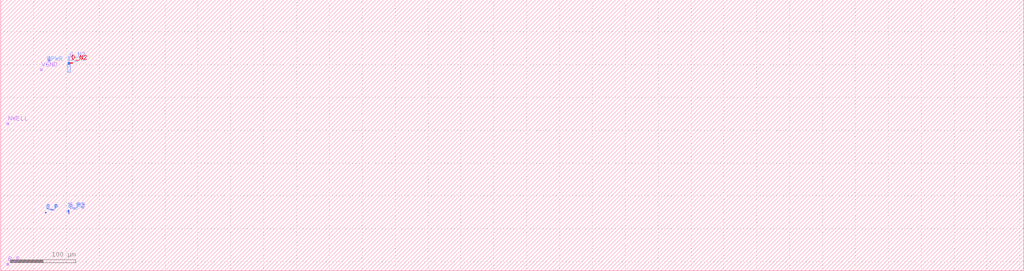
<source format=lef>
# Copyright 2020 The SkyWater PDK Authors
#
# Licensed under the Apache License, Version 2.0 (the "License");
# you may not use this file except in compliance with the License.
# You may obtain a copy of the License at
#
#     https://www.apache.org/licenses/LICENSE-2.0
#
# Unless required by applicable law or agreed to in writing, software
# distributed under the License is distributed on an "AS IS" BASIS,
# WITHOUT WARRANTIES OR CONDITIONS OF ANY KIND, either express or implied.
# See the License for the specific language governing permissions and
# limitations under the License.
#
# SPDX-License-Identifier: Apache-2.0

VERSION 5.7 ;
  NOWIREEXTENSIONATPIN ON ;
  DIVIDERCHAR "/" ;
  BUSBITCHARS "[]" ;
MACRO sky130_fd_pr__cap_vpp_02p4x04p6_m1m2_noshield
  CLASS BLOCK ;
  FOREIGN sky130_fd_pr__cap_vpp_02p4x04p6_m1m2_noshield ;
  ORIGIN  0.440000  0.000000 ;
  SIZE  2.420000 BY  4.590000 ;
  PIN C0
    PORT
      LAYER met2 ;
        RECT 0.000000 0.000000 1.540000 0.320000 ;
        RECT 0.280000 0.320000 0.420000 4.130000 ;
        RECT 0.840000 0.320000 0.980000 4.130000 ;
        RECT 1.400000 0.320000 1.540000 4.130000 ;
    END
  END C0
  PIN C1
    PORT
      LAYER met2 ;
        RECT -0.440000 0.460000 -0.170000 4.270000 ;
        RECT -0.440000 4.270000  1.980000 4.590000 ;
        RECT  0.000000 0.460000  0.140000 4.270000 ;
        RECT  0.560000 0.460000  0.700000 4.270000 ;
        RECT  1.120000 0.460000  1.260000 4.270000 ;
        RECT  1.710000 0.460000  1.980000 4.270000 ;
    END
  END C1
  PIN SUB
    PORT
      LAYER pwell ;
        RECT 0.450000 2.430000 0.530000 2.515000 ;
    END
  END SUB
  OBS
    LAYER met1 ;
      RECT -0.440000 0.460000 -0.170000 4.270000 ;
      RECT -0.440000 4.270000  1.980000 4.590000 ;
      RECT  0.000000 0.000000  1.540000 0.320000 ;
      RECT  0.000000 0.320000  0.140000 4.130000 ;
      RECT  0.280000 0.460000  0.420000 4.270000 ;
      RECT  0.560000 0.320000  0.700000 4.130000 ;
      RECT  0.840000 0.460000  0.980000 4.270000 ;
      RECT  1.120000 0.320000  1.260000 4.130000 ;
      RECT  1.400000 0.460000  1.540000 4.270000 ;
      RECT  1.710000 0.460000  1.980000 4.270000 ;
    LAYER via ;
      RECT -0.435000 0.585000 -0.175000 0.845000 ;
      RECT -0.435000 0.905000 -0.175000 1.165000 ;
      RECT -0.435000 1.225000 -0.175000 1.485000 ;
      RECT -0.435000 1.545000 -0.175000 1.805000 ;
      RECT -0.435000 1.865000 -0.175000 2.125000 ;
      RECT -0.435000 2.185000 -0.175000 2.445000 ;
      RECT -0.435000 2.505000 -0.175000 2.765000 ;
      RECT -0.435000 2.825000 -0.175000 3.085000 ;
      RECT -0.435000 3.145000 -0.175000 3.405000 ;
      RECT -0.435000 3.465000 -0.175000 3.725000 ;
      RECT -0.435000 3.785000 -0.175000 4.045000 ;
      RECT -0.180000 4.300000  0.080000 4.560000 ;
      RECT  0.140000 0.030000  0.400000 0.290000 ;
      RECT  0.140000 4.300000  0.400000 4.560000 ;
      RECT  0.460000 0.030000  0.720000 0.290000 ;
      RECT  0.460000 4.300000  0.720000 4.560000 ;
      RECT  0.780000 0.030000  1.040000 0.290000 ;
      RECT  0.780000 4.300000  1.040000 4.560000 ;
      RECT  1.100000 0.030000  1.360000 0.290000 ;
      RECT  1.100000 4.300000  1.360000 4.560000 ;
      RECT  1.420000 4.300000  1.680000 4.560000 ;
      RECT  1.715000 0.585000  1.975000 0.845000 ;
      RECT  1.715000 0.905000  1.975000 1.165000 ;
      RECT  1.715000 1.225000  1.975000 1.485000 ;
      RECT  1.715000 1.545000  1.975000 1.805000 ;
      RECT  1.715000 1.865000  1.975000 2.125000 ;
      RECT  1.715000 2.185000  1.975000 2.445000 ;
      RECT  1.715000 2.505000  1.975000 2.765000 ;
      RECT  1.715000 2.825000  1.975000 3.085000 ;
      RECT  1.715000 3.145000  1.975000 3.405000 ;
      RECT  1.715000 3.465000  1.975000 3.725000 ;
      RECT  1.715000 3.785000  1.975000 4.045000 ;
  END
END sky130_fd_pr__cap_vpp_02p4x04p6_m1m2_noshield
#--------EOF---------

MACRO sky130_fd_pr__cap_vpp_02p7x06p1_m1m2m3m4_shieldl1_fingercap
  CLASS BLOCK ;
  FOREIGN sky130_fd_pr__cap_vpp_02p7x06p1_m1m2m3m4_shieldl1_fingercap ;
  ORIGIN  0.000000  0.000000 ;
  SIZE  2.700000 BY  6.100000 ;
  PIN C0
    PORT
      LAYER met4 ;
        RECT 0.000000 0.630000 0.300000 5.770000 ;
        RECT 0.000000 5.770000 2.700000 6.100000 ;
        RECT 1.200000 0.630000 1.500000 5.770000 ;
        RECT 2.400000 0.630000 2.700000 5.770000 ;
    END
  END C0
  PIN C1
    PORT
      LAYER met4 ;
        RECT 0.300000 0.000000 2.400000 0.330000 ;
        RECT 0.600000 0.330000 0.900000 5.470000 ;
        RECT 1.800000 0.330000 2.100000 5.470000 ;
    END
  END C1
  PIN SUB
    PORT
      LAYER pwell ;
        RECT 1.285000 2.860000 1.390000 3.105000 ;
    END
  END SUB
  OBS
    LAYER li1 ;
      RECT 0.065000 0.000000 0.235000 6.100000 ;
      RECT 2.465000 0.000000 2.635000 6.100000 ;
    LAYER met1 ;
      RECT 0.070000 0.630000 0.230000 5.770000 ;
      RECT 0.070000 5.770000 2.630000 6.100000 ;
      RECT 0.300000 0.000000 2.400000 0.330000 ;
      RECT 0.370000 0.330000 0.530000 5.470000 ;
      RECT 0.670000 0.630000 0.830000 5.770000 ;
      RECT 0.970000 0.330000 1.130000 5.470000 ;
      RECT 1.270000 0.630000 1.430000 5.770000 ;
      RECT 1.570000 0.330000 1.730000 5.470000 ;
      RECT 1.870000 0.630000 2.030000 5.770000 ;
      RECT 2.170000 0.330000 2.330000 5.470000 ;
      RECT 2.470000 0.630000 2.630000 5.770000 ;
    LAYER met2 ;
      RECT 0.070000 0.630000 0.230000 5.770000 ;
      RECT 0.070000 5.770000 0.830000 6.100000 ;
      RECT 0.300000 0.000000 2.400000 0.330000 ;
      RECT 0.370000 0.330000 0.530000 5.470000 ;
      RECT 0.670000 0.630000 0.830000 5.770000 ;
      RECT 0.970000 0.330000 1.130000 6.100000 ;
      RECT 1.270000 0.630000 1.430000 5.770000 ;
      RECT 1.270000 5.770000 2.630000 6.100000 ;
      RECT 1.570000 0.330000 1.730000 5.470000 ;
      RECT 1.870000 0.630000 2.030000 5.770000 ;
      RECT 2.170000 0.330000 2.330000 5.470000 ;
      RECT 2.470000 0.630000 2.630000 5.770000 ;
    LAYER met3 ;
      RECT 0.000000 0.630000 0.300000 5.770000 ;
      RECT 0.000000 5.770000 2.700000 6.100000 ;
      RECT 0.300000 0.000000 2.400000 0.330000 ;
      RECT 0.600000 0.330000 0.900000 5.470000 ;
      RECT 1.200000 0.630000 1.500000 5.770000 ;
      RECT 1.800000 0.330000 2.100000 5.470000 ;
      RECT 2.400000 0.630000 2.700000 5.770000 ;
    LAYER via ;
      RECT 0.220000 5.805000 0.480000 6.065000 ;
      RECT 0.420000 0.035000 0.680000 0.295000 ;
      RECT 0.820000 0.035000 1.080000 0.295000 ;
      RECT 1.220000 0.035000 1.480000 0.295000 ;
      RECT 1.420000 5.805000 1.680000 6.065000 ;
      RECT 1.620000 0.035000 1.880000 0.295000 ;
      RECT 1.820000 5.805000 2.080000 6.065000 ;
      RECT 2.020000 0.035000 2.280000 0.295000 ;
      RECT 2.220000 5.805000 2.480000 6.065000 ;
    LAYER via2 ;
      RECT 0.210000 5.795000 0.490000 6.075000 ;
      RECT 0.410000 0.025000 0.690000 0.305000 ;
      RECT 0.810000 0.025000 1.090000 0.305000 ;
      RECT 1.210000 0.025000 1.490000 0.305000 ;
      RECT 1.410000 5.795000 1.690000 6.075000 ;
      RECT 1.610000 0.025000 1.890000 0.305000 ;
      RECT 1.810000 5.795000 2.090000 6.075000 ;
      RECT 2.010000 0.025000 2.290000 0.305000 ;
      RECT 2.210000 5.795000 2.490000 6.075000 ;
    LAYER via3 ;
      RECT 0.190000 5.775000 0.510000 6.095000 ;
      RECT 0.390000 0.005000 0.710000 0.325000 ;
      RECT 0.590000 5.775000 0.910000 6.095000 ;
      RECT 0.790000 0.005000 1.110000 0.325000 ;
      RECT 0.990000 5.775000 1.310000 6.095000 ;
      RECT 1.190000 0.005000 1.510000 0.325000 ;
      RECT 1.390000 5.775000 1.710000 6.095000 ;
      RECT 1.590000 0.005000 1.910000 0.325000 ;
      RECT 1.790000 5.775000 2.110000 6.095000 ;
      RECT 1.990000 0.005000 2.310000 0.325000 ;
      RECT 2.190000 5.775000 2.510000 6.095000 ;
  END
END sky130_fd_pr__cap_vpp_02p7x06p1_m1m2m3m4_shieldl1_fingercap
#--------EOF---------

MACRO sky130_fd_pr__cap_vpp_02p7x11p1_m1m2m3m4_shieldl1_fingercap
  CLASS BLOCK ;
  FOREIGN sky130_fd_pr__cap_vpp_02p7x11p1_m1m2m3m4_shieldl1_fingercap ;
  ORIGIN  0.000000  0.000000 ;
  SIZE  2.700000 BY  11.10000 ;
  PIN C0
    PORT
      LAYER met4 ;
        RECT 0.000000  0.630000 0.300000 10.770000 ;
        RECT 0.000000 10.770000 2.700000 11.100000 ;
        RECT 1.200000  0.630000 1.500000 10.770000 ;
        RECT 2.400000  0.630000 2.700000 10.770000 ;
    END
  END C0
  PIN C1
    PORT
      LAYER met4 ;
        RECT 0.300000 0.000000 2.400000  0.330000 ;
        RECT 0.600000 0.330000 0.900000 10.470000 ;
        RECT 1.800000 0.330000 2.100000 10.470000 ;
    END
  END C1
  PIN SUB
    PORT
      LAYER pwell ;
        RECT 1.280000 2.835000 1.385000 3.080000 ;
    END
  END SUB
  OBS
    LAYER li1 ;
      RECT 0.065000 0.000000 0.235000 11.100000 ;
      RECT 2.465000 0.000000 2.635000 11.100000 ;
    LAYER met1 ;
      RECT 0.070000  0.630000 0.230000 10.770000 ;
      RECT 0.070000 10.770000 2.630000 11.100000 ;
      RECT 0.300000  0.000000 2.400000  0.330000 ;
      RECT 0.370000  0.330000 0.530000 10.470000 ;
      RECT 0.670000  0.630000 0.830000 10.770000 ;
      RECT 0.970000  0.330000 1.130000 10.470000 ;
      RECT 1.270000  0.630000 1.430000 10.770000 ;
      RECT 1.570000  0.330000 1.730000 10.470000 ;
      RECT 1.870000  0.630000 2.030000 10.770000 ;
      RECT 2.170000  0.330000 2.330000 10.470000 ;
      RECT 2.470000  0.630000 2.630000 10.770000 ;
    LAYER met2 ;
      RECT 0.070000  0.630000 0.230000 10.770000 ;
      RECT 0.070000 10.770000 0.830000 11.100000 ;
      RECT 0.300000  0.000000 2.400000  0.330000 ;
      RECT 0.370000  0.330000 0.530000 10.470000 ;
      RECT 0.670000  0.630000 0.830000 10.770000 ;
      RECT 0.970000  0.330000 1.130000 11.100000 ;
      RECT 1.270000  0.630000 1.430000 10.770000 ;
      RECT 1.270000 10.770000 2.630000 11.100000 ;
      RECT 1.570000  0.330000 1.730000 10.470000 ;
      RECT 1.870000  0.630000 2.030000 10.770000 ;
      RECT 2.170000  0.330000 2.330000 10.470000 ;
      RECT 2.470000  0.630000 2.630000 10.770000 ;
    LAYER met3 ;
      RECT 0.000000  0.630000 0.300000 10.770000 ;
      RECT 0.000000 10.770000 2.700000 11.100000 ;
      RECT 0.300000  0.000000 2.400000  0.330000 ;
      RECT 0.600000  0.330000 0.900000 10.470000 ;
      RECT 1.200000  0.630000 1.500000 10.770000 ;
      RECT 1.800000  0.330000 2.100000 10.470000 ;
      RECT 2.400000  0.630000 2.700000 10.770000 ;
    LAYER via ;
      RECT 0.220000 10.805000 0.480000 11.065000 ;
      RECT 0.420000  0.035000 0.680000  0.295000 ;
      RECT 0.820000  0.035000 1.080000  0.295000 ;
      RECT 1.220000  0.035000 1.480000  0.295000 ;
      RECT 1.420000 10.805000 1.680000 11.065000 ;
      RECT 1.620000  0.035000 1.880000  0.295000 ;
      RECT 1.820000 10.805000 2.080000 11.065000 ;
      RECT 2.020000  0.035000 2.280000  0.295000 ;
      RECT 2.220000 10.805000 2.480000 11.065000 ;
    LAYER via2 ;
      RECT 0.210000 10.795000 0.490000 11.075000 ;
      RECT 0.410000  0.025000 0.690000  0.305000 ;
      RECT 0.810000  0.025000 1.090000  0.305000 ;
      RECT 1.210000  0.025000 1.490000  0.305000 ;
      RECT 1.410000 10.795000 1.690000 11.075000 ;
      RECT 1.610000  0.025000 1.890000  0.305000 ;
      RECT 1.810000 10.795000 2.090000 11.075000 ;
      RECT 2.010000  0.025000 2.290000  0.305000 ;
      RECT 2.210000 10.795000 2.490000 11.075000 ;
    LAYER via3 ;
      RECT 0.190000 10.775000 0.510000 11.095000 ;
      RECT 0.390000  0.005000 0.710000  0.325000 ;
      RECT 0.590000 10.775000 0.910000 11.095000 ;
      RECT 0.790000  0.005000 1.110000  0.325000 ;
      RECT 0.990000 10.775000 1.310000 11.095000 ;
      RECT 1.190000  0.005000 1.510000  0.325000 ;
      RECT 1.390000 10.775000 1.710000 11.095000 ;
      RECT 1.590000  0.005000 1.910000  0.325000 ;
      RECT 1.790000 10.775000 2.110000 11.095000 ;
      RECT 1.990000  0.005000 2.310000  0.325000 ;
      RECT 2.190000 10.775000 2.510000 11.095000 ;
  END
END sky130_fd_pr__cap_vpp_02p7x11p1_m1m2m3m4_shieldl1_fingercap
#--------EOF---------

MACRO sky130_fd_pr__cap_vpp_02p7x21p1_m1m2m3m4_shieldl1_fingercap
  CLASS BLOCK ;
  FOREIGN sky130_fd_pr__cap_vpp_02p7x21p1_m1m2m3m4_shieldl1_fingercap ;
  ORIGIN  0.000000  0.000000 ;
  SIZE  2.700000 BY  21.10000 ;
  PIN C0
    PORT
      LAYER met4 ;
        RECT 0.000000  0.630000 0.300000 20.770000 ;
        RECT 0.000000 20.770000 2.700000 21.100000 ;
        RECT 1.200000  0.630000 1.500000 20.770000 ;
        RECT 2.400000  0.630000 2.700000 20.770000 ;
    END
  END C0
  PIN C1
    PORT
      LAYER met4 ;
        RECT 0.300000 0.000000 2.400000  0.330000 ;
        RECT 0.600000 0.330000 0.900000 20.470000 ;
        RECT 1.800000 0.330000 2.100000 20.470000 ;
    END
  END C1
  PIN SUB
    PORT
      LAYER pwell ;
        RECT 1.275000 2.830000 1.380000 3.075000 ;
    END
  END SUB
  OBS
    LAYER li1 ;
      RECT 0.065000 0.000000 0.235000 21.100000 ;
      RECT 2.465000 0.000000 2.635000 21.100000 ;
    LAYER met1 ;
      RECT 0.070000  0.630000 0.230000 20.770000 ;
      RECT 0.070000 20.770000 2.630000 21.100000 ;
      RECT 0.300000  0.000000 2.400000  0.330000 ;
      RECT 0.370000  0.330000 0.530000 20.470000 ;
      RECT 0.670000  0.630000 0.830000 20.770000 ;
      RECT 0.970000  0.330000 1.130000 20.470000 ;
      RECT 1.270000  0.630000 1.430000 20.770000 ;
      RECT 1.570000  0.330000 1.730000 20.470000 ;
      RECT 1.870000  0.630000 2.030000 20.770000 ;
      RECT 2.170000  0.330000 2.330000 20.470000 ;
      RECT 2.470000  0.630000 2.630000 20.770000 ;
    LAYER met2 ;
      RECT 0.070000  0.630000 0.230000 20.770000 ;
      RECT 0.070000 20.770000 0.830000 21.100000 ;
      RECT 0.300000  0.000000 2.400000  0.330000 ;
      RECT 0.370000  0.330000 0.530000 20.470000 ;
      RECT 0.670000  0.630000 0.830000 20.770000 ;
      RECT 0.970000  0.330000 1.130000 21.100000 ;
      RECT 1.270000  0.630000 1.430000 20.770000 ;
      RECT 1.270000 20.770000 2.630000 21.100000 ;
      RECT 1.570000  0.330000 1.730000 20.470000 ;
      RECT 1.870000  0.630000 2.030000 20.770000 ;
      RECT 2.170000  0.330000 2.330000 20.470000 ;
      RECT 2.470000  0.630000 2.630000 20.770000 ;
    LAYER met3 ;
      RECT 0.000000  0.630000 0.300000 20.770000 ;
      RECT 0.000000 20.770000 2.700000 21.100000 ;
      RECT 0.300000  0.000000 2.400000  0.330000 ;
      RECT 0.600000  0.330000 0.900000 20.470000 ;
      RECT 1.200000  0.630000 1.500000 20.770000 ;
      RECT 1.800000  0.330000 2.100000 20.470000 ;
      RECT 2.400000  0.630000 2.700000 20.770000 ;
    LAYER via ;
      RECT 0.220000 20.805000 0.480000 21.065000 ;
      RECT 0.420000  0.035000 0.680000  0.295000 ;
      RECT 0.820000  0.035000 1.080000  0.295000 ;
      RECT 1.220000  0.035000 1.480000  0.295000 ;
      RECT 1.420000 20.805000 1.680000 21.065000 ;
      RECT 1.620000  0.035000 1.880000  0.295000 ;
      RECT 1.820000 20.805000 2.080000 21.065000 ;
      RECT 2.020000  0.035000 2.280000  0.295000 ;
      RECT 2.220000 20.805000 2.480000 21.065000 ;
    LAYER via2 ;
      RECT 0.210000 20.795000 0.490000 21.075000 ;
      RECT 0.410000  0.025000 0.690000  0.305000 ;
      RECT 0.810000  0.025000 1.090000  0.305000 ;
      RECT 1.210000  0.025000 1.490000  0.305000 ;
      RECT 1.410000 20.795000 1.690000 21.075000 ;
      RECT 1.610000  0.025000 1.890000  0.305000 ;
      RECT 1.810000 20.795000 2.090000 21.075000 ;
      RECT 2.010000  0.025000 2.290000  0.305000 ;
      RECT 2.210000 20.795000 2.490000 21.075000 ;
    LAYER via3 ;
      RECT 0.190000 20.775000 0.510000 21.095000 ;
      RECT 0.390000  0.005000 0.710000  0.325000 ;
      RECT 0.590000 20.775000 0.910000 21.095000 ;
      RECT 0.790000  0.005000 1.110000  0.325000 ;
      RECT 0.990000 20.775000 1.310000 21.095000 ;
      RECT 1.190000  0.005000 1.510000  0.325000 ;
      RECT 1.390000 20.775000 1.710000 21.095000 ;
      RECT 1.590000  0.005000 1.910000  0.325000 ;
      RECT 1.790000 20.775000 2.110000 21.095000 ;
      RECT 1.990000  0.005000 2.310000  0.325000 ;
      RECT 2.190000 20.775000 2.510000 21.095000 ;
  END
END sky130_fd_pr__cap_vpp_02p7x21p1_m1m2m3m4_shieldl1_fingercap
#--------EOF---------

MACRO sky130_fd_pr__cap_vpp_02p7x41p1_m1m2m3m4_shieldl1_fingercap
  CLASS BLOCK ;
  FOREIGN sky130_fd_pr__cap_vpp_02p7x41p1_m1m2m3m4_shieldl1_fingercap ;
  ORIGIN  0.000000  0.000000 ;
  SIZE  2.700000 BY  41.10000 ;
  PIN C0
    PORT
      LAYER met4 ;
        RECT 0.000000  0.630000 0.300000 40.770000 ;
        RECT 0.000000 40.770000 2.700000 41.100000 ;
        RECT 1.200000  0.630000 1.500000 40.770000 ;
        RECT 2.400000  0.630000 2.700000 40.770000 ;
    END
  END C0
  PIN C1
    PORT
      LAYER met4 ;
        RECT 0.300000 0.000000 2.400000  0.330000 ;
        RECT 0.600000 0.330000 0.900000 40.470000 ;
        RECT 1.800000 0.330000 2.100000 40.470000 ;
    END
  END C1
  PIN SUB
    PORT
      LAYER pwell ;
        RECT 1.290000 2.850000 1.395000 3.095000 ;
    END
  END SUB
  OBS
    LAYER li1 ;
      RECT 0.065000 0.000000 0.235000 41.100000 ;
      RECT 2.465000 0.000000 2.635000 41.100000 ;
    LAYER met1 ;
      RECT 0.070000  0.630000 0.230000 40.770000 ;
      RECT 0.070000 40.770000 2.630000 41.100000 ;
      RECT 0.300000  0.000000 2.400000  0.330000 ;
      RECT 0.370000  0.330000 0.530000 40.470000 ;
      RECT 0.670000  0.630000 0.830000 40.770000 ;
      RECT 0.970000  0.330000 1.130000 40.470000 ;
      RECT 1.270000  0.630000 1.430000 40.770000 ;
      RECT 1.570000  0.330000 1.730000 40.470000 ;
      RECT 1.870000  0.630000 2.030000 40.770000 ;
      RECT 2.170000  0.330000 2.330000 40.470000 ;
      RECT 2.470000  0.630000 2.630000 40.770000 ;
    LAYER met2 ;
      RECT 0.070000  0.630000 0.230000 40.770000 ;
      RECT 0.070000 40.770000 0.830000 41.100000 ;
      RECT 0.300000  0.000000 2.400000  0.330000 ;
      RECT 0.370000  0.330000 0.530000 40.470000 ;
      RECT 0.670000  0.630000 0.830000 40.770000 ;
      RECT 0.970000  0.330000 1.130000 41.100000 ;
      RECT 1.270000  0.630000 1.430000 40.770000 ;
      RECT 1.270000 40.770000 2.630000 41.100000 ;
      RECT 1.570000  0.330000 1.730000 40.470000 ;
      RECT 1.870000  0.630000 2.030000 40.770000 ;
      RECT 2.170000  0.330000 2.330000 40.470000 ;
      RECT 2.470000  0.630000 2.630000 40.770000 ;
    LAYER met3 ;
      RECT 0.000000  0.630000 0.300000 40.770000 ;
      RECT 0.000000 40.770000 2.700000 41.100000 ;
      RECT 0.300000  0.000000 2.400000  0.330000 ;
      RECT 0.600000  0.330000 0.900000 40.470000 ;
      RECT 1.200000  0.630000 1.500000 40.770000 ;
      RECT 1.800000  0.330000 2.100000 40.470000 ;
      RECT 2.400000  0.630000 2.700000 40.770000 ;
    LAYER via ;
      RECT 0.220000 40.805000 0.480000 41.065000 ;
      RECT 0.420000  0.035000 0.680000  0.295000 ;
      RECT 0.820000  0.035000 1.080000  0.295000 ;
      RECT 1.220000  0.035000 1.480000  0.295000 ;
      RECT 1.420000 40.805000 1.680000 41.065000 ;
      RECT 1.620000  0.035000 1.880000  0.295000 ;
      RECT 1.820000 40.805000 2.080000 41.065000 ;
      RECT 2.020000  0.035000 2.280000  0.295000 ;
      RECT 2.220000 40.805000 2.480000 41.065000 ;
    LAYER via2 ;
      RECT 0.210000 40.795000 0.490000 41.075000 ;
      RECT 0.410000  0.025000 0.690000  0.305000 ;
      RECT 0.810000  0.025000 1.090000  0.305000 ;
      RECT 1.210000  0.025000 1.490000  0.305000 ;
      RECT 1.410000 40.795000 1.690000 41.075000 ;
      RECT 1.610000  0.025000 1.890000  0.305000 ;
      RECT 1.810000 40.795000 2.090000 41.075000 ;
      RECT 2.010000  0.025000 2.290000  0.305000 ;
      RECT 2.210000 40.795000 2.490000 41.075000 ;
    LAYER via3 ;
      RECT 0.190000 40.775000 0.510000 41.095000 ;
      RECT 0.390000  0.005000 0.710000  0.325000 ;
      RECT 0.590000 40.775000 0.910000 41.095000 ;
      RECT 0.790000  0.005000 1.110000  0.325000 ;
      RECT 0.990000 40.775000 1.310000 41.095000 ;
      RECT 1.190000  0.005000 1.510000  0.325000 ;
      RECT 1.390000 40.775000 1.710000 41.095000 ;
      RECT 1.590000  0.005000 1.910000  0.325000 ;
      RECT 1.790000 40.775000 2.110000 41.095000 ;
      RECT 1.990000  0.005000 2.310000  0.325000 ;
      RECT 2.190000 40.775000 2.510000 41.095000 ;
  END
END sky130_fd_pr__cap_vpp_02p7x41p1_m1m2m3m4_shieldl1_fingercap
#--------EOF---------

MACRO sky130_fd_pr__cap_vpp_02p9x06p1_m1m2m3m4_shieldl1_fingercap2
  CLASS BLOCK ;
  FOREIGN sky130_fd_pr__cap_vpp_02p9x06p1_m1m2m3m4_shieldl1_fingercap2 ;
  ORIGIN  0.000000  0.000000 ;
  SIZE  2.850000 BY  6.100000 ;
  PIN C0
    PORT
      LAYER met4 ;
        RECT 0.000000 0.330000 0.330000 6.100000 ;
        RECT 1.260000 0.330000 1.590000 6.100000 ;
        RECT 2.520000 0.330000 2.850000 6.100000 ;
    END
  END C0
  PIN C1
    PORT
      LAYER met4 ;
        RECT 0.630000 0.000000 0.960000 5.770000 ;
        RECT 1.890000 0.000000 2.220000 5.770000 ;
    END
  END C1
  PIN SUB
    PORT
      LAYER pwell ;
        RECT 1.330000 2.820000 1.435000 3.065000 ;
    END
  END SUB
  OBS
    LAYER li1 ;
      RECT 0.080000 0.000000 0.250000 6.100000 ;
      RECT 2.600000 0.000000 2.770000 6.100000 ;
    LAYER met1 ;
      RECT 0.080000 0.630000 0.250000 5.770000 ;
      RECT 0.080000 5.770000 2.770000 6.100000 ;
      RECT 0.330000 0.000000 2.520000 0.330000 ;
      RECT 0.390000 0.330000 0.570000 5.470000 ;
      RECT 0.710000 0.630000 0.880000 5.770000 ;
      RECT 1.020000 0.330000 1.200000 5.470000 ;
      RECT 1.340000 0.630000 1.510000 5.770000 ;
      RECT 1.650000 0.330000 1.830000 5.470000 ;
      RECT 1.970000 0.630000 2.140000 5.770000 ;
      RECT 2.280000 0.330000 2.460000 5.470000 ;
      RECT 2.600000 0.630000 2.770000 5.770000 ;
    LAYER met2 ;
      RECT 0.080000 0.630000 0.250000 5.770000 ;
      RECT 0.080000 5.770000 2.770000 6.100000 ;
      RECT 0.330000 0.000000 2.520000 0.330000 ;
      RECT 0.390000 0.330000 0.570000 5.470000 ;
      RECT 0.710000 0.630000 0.880000 5.770000 ;
      RECT 1.020000 0.330000 1.200000 5.470000 ;
      RECT 1.340000 0.630000 1.510000 5.770000 ;
      RECT 1.650000 0.330000 1.830000 5.470000 ;
      RECT 1.970000 0.630000 2.140000 5.770000 ;
      RECT 2.280000 0.330000 2.460000 5.470000 ;
      RECT 2.600000 0.630000 2.770000 5.770000 ;
    LAYER met3 ;
      RECT 0.000000 0.630000 0.330000 5.770000 ;
      RECT 0.000000 5.770000 2.850000 6.100000 ;
      RECT 0.330000 0.000000 2.520000 0.330000 ;
      RECT 0.630000 0.330000 0.960000 5.470000 ;
      RECT 1.260000 0.630000 1.590000 5.770000 ;
      RECT 1.890000 0.330000 2.220000 5.470000 ;
      RECT 2.520000 0.630000 2.850000 5.770000 ;
    LAYER via ;
      RECT 0.295000 5.805000 0.555000 6.065000 ;
      RECT 0.495000 0.035000 0.755000 0.295000 ;
      RECT 0.695000 5.805000 0.955000 6.065000 ;
      RECT 0.895000 0.035000 1.155000 0.295000 ;
      RECT 1.095000 5.805000 1.355000 6.065000 ;
      RECT 1.295000 0.035000 1.555000 0.295000 ;
      RECT 1.495000 5.805000 1.755000 6.065000 ;
      RECT 1.695000 0.035000 1.955000 0.295000 ;
      RECT 1.895000 5.805000 2.155000 6.065000 ;
      RECT 2.095000 0.035000 2.355000 0.295000 ;
      RECT 2.295000 5.805000 2.555000 6.065000 ;
    LAYER via2 ;
      RECT 0.285000 5.795000 0.565000 6.075000 ;
      RECT 0.485000 0.025000 0.765000 0.305000 ;
      RECT 0.685000 5.795000 0.965000 6.075000 ;
      RECT 0.885000 0.025000 1.165000 0.305000 ;
      RECT 1.085000 5.795000 1.365000 6.075000 ;
      RECT 1.285000 0.025000 1.565000 0.305000 ;
      RECT 1.485000 5.795000 1.765000 6.075000 ;
      RECT 1.685000 0.025000 1.965000 0.305000 ;
      RECT 1.885000 5.795000 2.165000 6.075000 ;
      RECT 2.085000 0.025000 2.365000 0.305000 ;
      RECT 2.285000 5.795000 2.565000 6.075000 ;
    LAYER via3 ;
      RECT 0.005000 0.975000 0.325000 1.295000 ;
      RECT 0.005000 1.605000 0.325000 1.925000 ;
      RECT 0.005000 2.235000 0.325000 2.555000 ;
      RECT 0.005000 2.865000 0.325000 3.185000 ;
      RECT 0.005000 3.495000 0.325000 3.815000 ;
      RECT 0.005000 4.125000 0.325000 4.445000 ;
      RECT 0.005000 4.755000 0.325000 5.075000 ;
      RECT 0.005000 5.385000 0.325000 5.705000 ;
      RECT 0.635000 0.660000 0.955000 0.980000 ;
      RECT 0.635000 1.290000 0.955000 1.610000 ;
      RECT 0.635000 1.920000 0.955000 2.240000 ;
      RECT 0.635000 2.550000 0.955000 2.870000 ;
      RECT 0.635000 3.180000 0.955000 3.500000 ;
      RECT 0.635000 3.810000 0.955000 4.130000 ;
      RECT 0.635000 4.440000 0.955000 4.760000 ;
      RECT 0.635000 5.070000 0.955000 5.390000 ;
      RECT 1.265000 0.975000 1.585000 1.295000 ;
      RECT 1.265000 1.605000 1.585000 1.925000 ;
      RECT 1.265000 2.235000 1.585000 2.555000 ;
      RECT 1.265000 2.865000 1.585000 3.185000 ;
      RECT 1.265000 3.495000 1.585000 3.815000 ;
      RECT 1.265000 4.125000 1.585000 4.445000 ;
      RECT 1.265000 4.755000 1.585000 5.075000 ;
      RECT 1.265000 5.385000 1.585000 5.705000 ;
      RECT 1.895000 0.660000 2.215000 0.980000 ;
      RECT 1.895000 1.290000 2.215000 1.610000 ;
      RECT 1.895000 1.920000 2.215000 2.240000 ;
      RECT 1.895000 2.550000 2.215000 2.870000 ;
      RECT 1.895000 3.180000 2.215000 3.500000 ;
      RECT 1.895000 3.810000 2.215000 4.130000 ;
      RECT 1.895000 4.440000 2.215000 4.760000 ;
      RECT 1.895000 5.070000 2.215000 5.390000 ;
      RECT 2.525000 0.975000 2.845000 1.295000 ;
      RECT 2.525000 1.605000 2.845000 1.925000 ;
      RECT 2.525000 2.235000 2.845000 2.555000 ;
      RECT 2.525000 2.865000 2.845000 3.185000 ;
      RECT 2.525000 3.495000 2.845000 3.815000 ;
      RECT 2.525000 4.125000 2.845000 4.445000 ;
      RECT 2.525000 4.755000 2.845000 5.075000 ;
      RECT 2.525000 5.385000 2.845000 5.705000 ;
  END
END sky130_fd_pr__cap_vpp_02p9x06p1_m1m2m3m4_shieldl1_fingercap2
#--------EOF---------

MACRO sky130_fd_pr__cap_vpp_03p9x03p9_m1m2_shieldl1_floatm3
  CLASS BLOCK ;
  FOREIGN sky130_fd_pr__cap_vpp_03p9x03p9_m1m2_shieldl1_floatm3 ;
  ORIGIN  1.055000  1.055000 ;
  SIZE  3.880000 BY  3.880000 ;
  PIN C0
    PORT
      LAYER met2 ;
        RECT 0.000000 0.000000 0.610000 0.330000 ;
        RECT 0.000000 0.330000 0.330000 0.610000 ;
        RECT 0.000000 1.160000 0.330000 1.440000 ;
        RECT 0.000000 1.440000 0.610000 1.770000 ;
        RECT 1.160000 0.000000 1.770000 0.330000 ;
        RECT 1.160000 1.440000 1.770000 1.770000 ;
        RECT 1.440000 0.330000 1.770000 0.610000 ;
        RECT 1.440000 1.160000 1.770000 1.440000 ;
    END
  END C0
  PIN C1
    PORT
      LAYER met2 ;
        RECT 0.000000 0.750000 1.770000 1.020000 ;
        RECT 0.470000 0.470000 1.300000 0.610000 ;
        RECT 0.470000 1.160000 1.300000 1.300000 ;
        RECT 0.750000 0.000000 1.020000 0.470000 ;
        RECT 0.750000 0.610000 1.020000 0.750000 ;
        RECT 0.750000 1.020000 1.020000 1.160000 ;
        RECT 0.750000 1.300000 1.020000 1.770000 ;
    END
  END C1
  PIN MET3
    PORT
      LAYER met3 ;
        RECT -1.055000 -1.055000 2.825000 2.825000 ;
    END
  END MET3
  PIN SUB
    PORT
      LAYER pwell ;
        RECT 1.255000 1.190000 1.375000 1.445000 ;
    END
  END SUB
  OBS
    LAYER li1 ;
      RECT 0.000000 0.000000 1.770000 1.770000 ;
    LAYER mcon ;
      RECT 0.080000 0.080000 0.250000 0.250000 ;
      RECT 0.080000 0.440000 0.250000 0.610000 ;
      RECT 0.080000 0.800000 0.250000 0.970000 ;
      RECT 0.080000 1.160000 0.250000 1.330000 ;
      RECT 0.080000 1.520000 0.250000 1.690000 ;
      RECT 0.440000 0.080000 0.610000 0.250000 ;
      RECT 0.440000 1.520000 0.610000 1.690000 ;
      RECT 0.800000 0.080000 0.970000 0.250000 ;
      RECT 0.800000 1.520000 0.970000 1.690000 ;
      RECT 1.160000 0.080000 1.330000 0.250000 ;
      RECT 1.160000 1.520000 1.330000 1.690000 ;
      RECT 1.520000 0.080000 1.690000 0.250000 ;
      RECT 1.520000 0.440000 1.690000 0.610000 ;
      RECT 1.520000 0.800000 1.690000 0.970000 ;
      RECT 1.520000 1.160000 1.690000 1.330000 ;
      RECT 1.520000 1.520000 1.690000 1.690000 ;
    LAYER met1 ;
      RECT 0.000000 0.000000 1.770000 0.330000 ;
      RECT 0.000000 0.330000 0.330000 1.440000 ;
      RECT 0.000000 1.440000 1.770000 1.770000 ;
      RECT 0.470000 0.470000 0.610000 0.750000 ;
      RECT 0.470000 0.750000 1.300000 1.020000 ;
      RECT 0.470000 1.020000 0.610000 1.300000 ;
      RECT 0.750000 0.470000 1.020000 0.750000 ;
      RECT 0.750000 1.020000 1.020000 1.300000 ;
      RECT 1.160000 0.470000 1.300000 0.750000 ;
      RECT 1.160000 1.020000 1.300000 1.300000 ;
      RECT 1.440000 0.330000 1.770000 1.440000 ;
    LAYER via ;
      RECT 0.035000 0.320000 0.295000 0.580000 ;
      RECT 0.035000 1.190000 0.295000 1.450000 ;
      RECT 0.320000 0.035000 0.580000 0.295000 ;
      RECT 0.320000 1.475000 0.580000 1.735000 ;
      RECT 0.470000 0.755000 0.730000 1.015000 ;
      RECT 0.755000 0.500000 1.015000 0.760000 ;
      RECT 0.755000 1.010000 1.015000 1.270000 ;
      RECT 1.040000 0.755000 1.300000 1.015000 ;
      RECT 1.190000 0.035000 1.450000 0.295000 ;
      RECT 1.190000 1.475000 1.450000 1.735000 ;
      RECT 1.475000 0.320000 1.735000 0.580000 ;
      RECT 1.475000 1.190000 1.735000 1.450000 ;
  END
END sky130_fd_pr__cap_vpp_03p9x03p9_m1m2_shieldl1_floatm3
#--------EOF---------

MACRO sky130_fd_pr__cap_vpp_04p4x04p6_l1m1m2_noshield
  CLASS BLOCK ;
  FOREIGN sky130_fd_pr__cap_vpp_04p4x04p6_l1m1m2_noshield ;
  ORIGIN  0.000000  0.000000 ;
  SIZE  4.380000 BY  4.590000 ;
  PIN C0
    PORT
      LAYER met2 ;
        RECT 0.000000 0.000000 1.915000 0.330000 ;
        RECT 0.000000 0.330000 0.330000 0.750000 ;
        RECT 0.000000 0.750000 1.915000 0.890000 ;
        RECT 0.000000 0.890000 0.330000 1.310000 ;
        RECT 0.000000 1.310000 1.915000 1.450000 ;
        RECT 0.000000 1.450000 0.330000 1.870000 ;
        RECT 0.000000 1.870000 1.915000 2.010000 ;
        RECT 0.000000 2.010000 0.330000 2.020000 ;
        RECT 0.000000 2.570000 0.330000 2.580000 ;
        RECT 0.000000 2.580000 1.915000 2.720000 ;
        RECT 0.000000 2.720000 0.330000 3.140000 ;
        RECT 0.000000 3.140000 1.915000 3.280000 ;
        RECT 0.000000 3.280000 0.330000 3.700000 ;
        RECT 0.000000 3.700000 1.915000 3.840000 ;
        RECT 0.000000 3.840000 0.330000 4.260000 ;
        RECT 0.000000 4.260000 1.915000 4.590000 ;
        RECT 2.465000 0.000000 4.380000 0.330000 ;
        RECT 2.465000 0.750000 4.380000 0.890000 ;
        RECT 2.465000 1.310000 4.380000 1.450000 ;
        RECT 2.465000 1.870000 4.380000 2.010000 ;
        RECT 2.465000 2.580000 4.380000 2.720000 ;
        RECT 2.465000 3.140000 4.380000 3.280000 ;
        RECT 2.465000 3.700000 4.380000 3.840000 ;
        RECT 2.465000 4.260000 4.380000 4.590000 ;
        RECT 4.050000 0.330000 4.380000 0.750000 ;
        RECT 4.050000 0.890000 4.380000 1.310000 ;
        RECT 4.050000 1.450000 4.380000 1.870000 ;
        RECT 4.050000 2.010000 4.380000 2.020000 ;
        RECT 4.050000 2.570000 4.380000 2.580000 ;
        RECT 4.050000 2.720000 4.380000 3.140000 ;
        RECT 4.050000 3.280000 4.380000 3.700000 ;
        RECT 4.050000 3.840000 4.380000 4.260000 ;
    END
  END C0
  PIN C1
    PORT
      LAYER met2 ;
        RECT 0.000000 2.160000 4.380000 2.430000 ;
        RECT 0.470000 0.470000 3.910000 0.610000 ;
        RECT 0.470000 1.030000 3.910000 1.170000 ;
        RECT 0.470000 1.590000 3.910000 1.730000 ;
        RECT 0.470000 2.860000 3.910000 3.000000 ;
        RECT 0.470000 3.420000 3.910000 3.560000 ;
        RECT 0.470000 3.980000 3.910000 4.120000 ;
        RECT 2.055000 0.000000 2.325000 0.470000 ;
        RECT 2.055000 0.610000 2.325000 1.030000 ;
        RECT 2.055000 1.170000 2.325000 1.590000 ;
        RECT 2.055000 1.730000 2.325000 2.160000 ;
        RECT 2.055000 2.430000 2.325000 2.860000 ;
        RECT 2.055000 3.000000 2.325000 3.420000 ;
        RECT 2.055000 3.560000 2.325000 3.980000 ;
        RECT 2.055000 4.120000 2.325000 4.590000 ;
    END
  END C1
  PIN SUB
    PORT
      LAYER pwell ;
        RECT 2.335000 1.750000 2.455000 2.005000 ;
    END
  END SUB
  OBS
    LAYER li1 ;
      RECT 0.000000 0.000000 4.380000 0.330000 ;
      RECT 0.000000 0.330000 0.330000 0.860000 ;
      RECT 0.000000 0.860000 1.885000 1.030000 ;
      RECT 0.000000 1.030000 0.330000 1.560000 ;
      RECT 0.000000 1.560000 1.885000 1.730000 ;
      RECT 0.000000 1.730000 0.330000 2.860000 ;
      RECT 0.000000 2.860000 1.885000 3.030000 ;
      RECT 0.000000 3.030000 0.330000 3.560000 ;
      RECT 0.000000 3.560000 1.885000 3.730000 ;
      RECT 0.000000 3.730000 0.330000 4.260000 ;
      RECT 0.000000 4.260000 4.380000 4.590000 ;
      RECT 0.500000 0.510000 3.880000 0.680000 ;
      RECT 0.500000 1.210000 3.880000 1.380000 ;
      RECT 0.500000 1.910000 3.880000 2.080000 ;
      RECT 0.500000 2.510000 3.880000 2.680000 ;
      RECT 0.500000 3.210000 3.880000 3.380000 ;
      RECT 0.500000 3.910000 3.880000 4.080000 ;
      RECT 2.055000 0.680000 2.325000 1.210000 ;
      RECT 2.055000 1.380000 2.325000 1.910000 ;
      RECT 2.055000 2.080000 2.325000 2.510000 ;
      RECT 2.055000 2.680000 2.325000 3.210000 ;
      RECT 2.055000 3.380000 2.325000 3.910000 ;
      RECT 2.495000 0.860000 4.380000 1.030000 ;
      RECT 2.495000 1.560000 4.380000 1.730000 ;
      RECT 2.495000 2.860000 4.380000 3.030000 ;
      RECT 2.495000 3.560000 4.380000 3.730000 ;
      RECT 4.050000 0.330000 4.380000 0.860000 ;
      RECT 4.050000 1.030000 4.380000 1.560000 ;
      RECT 4.050000 1.730000 4.380000 2.860000 ;
      RECT 4.050000 3.030000 4.380000 3.560000 ;
      RECT 4.050000 3.730000 4.380000 4.260000 ;
    LAYER mcon ;
      RECT 0.080000 0.410000 0.250000 0.580000 ;
      RECT 0.080000 0.770000 0.250000 0.940000 ;
      RECT 0.080000 1.130000 0.250000 1.300000 ;
      RECT 0.080000 1.490000 0.250000 1.660000 ;
      RECT 0.080000 1.850000 0.250000 2.020000 ;
      RECT 0.080000 2.210000 0.250000 2.380000 ;
      RECT 0.080000 2.570000 0.250000 2.740000 ;
      RECT 0.080000 2.930000 0.250000 3.100000 ;
      RECT 0.080000 3.290000 0.250000 3.460000 ;
      RECT 0.080000 3.650000 0.250000 3.820000 ;
      RECT 0.080000 4.010000 0.250000 4.180000 ;
      RECT 0.485000 0.080000 0.655000 0.250000 ;
      RECT 0.485000 4.340000 0.655000 4.510000 ;
      RECT 0.845000 0.080000 1.015000 0.250000 ;
      RECT 0.845000 4.340000 1.015000 4.510000 ;
      RECT 1.205000 0.080000 1.375000 0.250000 ;
      RECT 1.205000 4.340000 1.375000 4.510000 ;
      RECT 1.565000 0.080000 1.735000 0.250000 ;
      RECT 1.565000 4.340000 1.735000 4.510000 ;
      RECT 1.925000 0.080000 2.095000 0.250000 ;
      RECT 1.925000 4.340000 2.095000 4.510000 ;
      RECT 2.105000 0.670000 2.275000 0.840000 ;
      RECT 2.105000 1.030000 2.275000 1.200000 ;
      RECT 2.105000 1.390000 2.275000 1.560000 ;
      RECT 2.105000 1.750000 2.275000 1.920000 ;
      RECT 2.105000 2.670000 2.275000 2.840000 ;
      RECT 2.105000 3.030000 2.275000 3.200000 ;
      RECT 2.105000 3.390000 2.275000 3.560000 ;
      RECT 2.105000 3.750000 2.275000 3.920000 ;
      RECT 2.285000 0.080000 2.455000 0.250000 ;
      RECT 2.285000 4.340000 2.455000 4.510000 ;
      RECT 2.645000 0.080000 2.815000 0.250000 ;
      RECT 2.645000 4.340000 2.815000 4.510000 ;
      RECT 3.005000 0.080000 3.175000 0.250000 ;
      RECT 3.005000 4.340000 3.175000 4.510000 ;
      RECT 3.365000 0.080000 3.535000 0.250000 ;
      RECT 3.365000 4.340000 3.535000 4.510000 ;
      RECT 3.725000 0.080000 3.895000 0.250000 ;
      RECT 3.725000 4.340000 3.895000 4.510000 ;
      RECT 4.130000 0.410000 4.300000 0.580000 ;
      RECT 4.130000 0.770000 4.300000 0.940000 ;
      RECT 4.130000 1.130000 4.300000 1.300000 ;
      RECT 4.130000 1.490000 4.300000 1.660000 ;
      RECT 4.130000 1.850000 4.300000 2.020000 ;
      RECT 4.130000 2.210000 4.300000 2.380000 ;
      RECT 4.130000 2.570000 4.300000 2.740000 ;
      RECT 4.130000 2.930000 4.300000 3.100000 ;
      RECT 4.130000 3.290000 4.300000 3.460000 ;
      RECT 4.130000 3.650000 4.300000 3.820000 ;
      RECT 4.130000 4.010000 4.300000 4.180000 ;
    LAYER met1 ;
      RECT 0.000000 0.000000 4.380000 0.330000 ;
      RECT 0.000000 0.330000 0.330000 4.260000 ;
      RECT 0.000000 4.260000 4.380000 4.590000 ;
      RECT 0.565000 0.470000 0.705000 2.135000 ;
      RECT 0.565000 2.135000 3.815000 2.455000 ;
      RECT 0.565000 2.455000 0.705000 4.120000 ;
      RECT 0.845000 0.330000 0.985000 1.995000 ;
      RECT 0.845000 2.595000 0.985000 4.260000 ;
      RECT 1.125000 0.470000 1.265000 2.135000 ;
      RECT 1.125000 2.455000 1.265000 4.120000 ;
      RECT 1.405000 0.330000 1.545000 1.995000 ;
      RECT 1.405000 2.595000 1.545000 4.260000 ;
      RECT 1.685000 0.470000 1.825000 2.135000 ;
      RECT 1.685000 2.455000 1.825000 4.120000 ;
      RECT 2.055000 0.470000 2.325000 2.135000 ;
      RECT 2.055000 2.455000 2.325000 4.120000 ;
      RECT 2.555000 0.470000 2.695000 2.135000 ;
      RECT 2.555000 2.455000 2.695000 4.120000 ;
      RECT 2.835000 0.330000 2.975000 1.995000 ;
      RECT 2.835000 2.595000 2.975000 4.260000 ;
      RECT 3.115000 0.470000 3.255000 2.135000 ;
      RECT 3.115000 2.455000 3.255000 4.120000 ;
      RECT 3.395000 0.330000 3.535000 1.995000 ;
      RECT 3.395000 2.595000 3.535000 4.260000 ;
      RECT 3.675000 0.470000 3.815000 2.135000 ;
      RECT 3.675000 2.455000 3.815000 4.120000 ;
      RECT 4.050000 0.330000 4.380000 4.260000 ;
    LAYER via ;
      RECT 0.035000 0.380000 0.295000 0.640000 ;
      RECT 0.035000 0.700000 0.295000 0.960000 ;
      RECT 0.035000 1.020000 0.295000 1.280000 ;
      RECT 0.035000 1.340000 0.295000 1.600000 ;
      RECT 0.035000 1.660000 0.295000 1.920000 ;
      RECT 0.035000 2.670000 0.295000 2.930000 ;
      RECT 0.035000 2.990000 0.295000 3.250000 ;
      RECT 0.035000 3.310000 0.295000 3.570000 ;
      RECT 0.035000 3.630000 0.295000 3.890000 ;
      RECT 0.035000 3.950000 0.295000 4.210000 ;
      RECT 0.260000 0.035000 0.520000 0.295000 ;
      RECT 0.260000 4.295000 0.520000 4.555000 ;
      RECT 0.580000 0.035000 0.840000 0.295000 ;
      RECT 0.580000 4.295000 0.840000 4.555000 ;
      RECT 0.595000 2.165000 0.855000 2.425000 ;
      RECT 0.900000 0.035000 1.160000 0.295000 ;
      RECT 0.900000 4.295000 1.160000 4.555000 ;
      RECT 0.915000 2.165000 1.175000 2.425000 ;
      RECT 1.220000 0.035000 1.480000 0.295000 ;
      RECT 1.220000 4.295000 1.480000 4.555000 ;
      RECT 1.235000 2.165000 1.495000 2.425000 ;
      RECT 1.540000 0.035000 1.800000 0.295000 ;
      RECT 1.540000 4.295000 1.800000 4.555000 ;
      RECT 1.555000 2.165000 1.815000 2.425000 ;
      RECT 2.060000 0.500000 2.320000 0.760000 ;
      RECT 2.060000 0.820000 2.320000 1.080000 ;
      RECT 2.060000 1.140000 2.320000 1.400000 ;
      RECT 2.060000 1.460000 2.320000 1.720000 ;
      RECT 2.060000 1.780000 2.320000 2.040000 ;
      RECT 2.060000 2.550000 2.320000 2.810000 ;
      RECT 2.060000 2.870000 2.320000 3.130000 ;
      RECT 2.060000 3.190000 2.320000 3.450000 ;
      RECT 2.060000 3.510000 2.320000 3.770000 ;
      RECT 2.060000 3.830000 2.320000 4.090000 ;
      RECT 2.565000 2.165000 2.825000 2.425000 ;
      RECT 2.580000 0.035000 2.840000 0.295000 ;
      RECT 2.580000 4.295000 2.840000 4.555000 ;
      RECT 2.885000 2.165000 3.145000 2.425000 ;
      RECT 2.900000 0.035000 3.160000 0.295000 ;
      RECT 2.900000 4.295000 3.160000 4.555000 ;
      RECT 3.205000 2.165000 3.465000 2.425000 ;
      RECT 3.220000 0.035000 3.480000 0.295000 ;
      RECT 3.220000 4.295000 3.480000 4.555000 ;
      RECT 3.525000 2.165000 3.785000 2.425000 ;
      RECT 3.540000 0.035000 3.800000 0.295000 ;
      RECT 3.540000 4.295000 3.800000 4.555000 ;
      RECT 3.860000 0.035000 4.120000 0.295000 ;
      RECT 3.860000 4.295000 4.120000 4.555000 ;
      RECT 4.085000 0.380000 4.345000 0.640000 ;
      RECT 4.085000 0.700000 4.345000 0.960000 ;
      RECT 4.085000 1.020000 4.345000 1.280000 ;
      RECT 4.085000 1.340000 4.345000 1.600000 ;
      RECT 4.085000 1.660000 4.345000 1.920000 ;
      RECT 4.085000 2.670000 4.345000 2.930000 ;
      RECT 4.085000 2.990000 4.345000 3.250000 ;
      RECT 4.085000 3.310000 4.345000 3.570000 ;
      RECT 4.085000 3.630000 4.345000 3.890000 ;
      RECT 4.085000 3.950000 4.345000 4.210000 ;
  END
END sky130_fd_pr__cap_vpp_04p4x04p6_l1m1m2_noshield
#--------EOF---------

MACRO sky130_fd_pr__cap_vpp_04p4x04p6_l1m1m2_noshield_o2subcell
  CLASS BLOCK ;
  FOREIGN sky130_fd_pr__cap_vpp_04p4x04p6_l1m1m2_noshield_o2subcell ;
  ORIGIN  0.000000  0.000000 ;
  SIZE  4.380000 BY  4.590000 ;
  OBS
    LAYER li1 ;
      RECT 0.000000 0.320000 0.270000 0.460000 ;
      RECT 0.000000 0.460000 3.940000 0.630000 ;
      RECT 0.000000 0.630000 0.270000 1.160000 ;
      RECT 0.000000 1.160000 3.940000 1.330000 ;
      RECT 0.000000 1.330000 0.270000 1.860000 ;
      RECT 0.000000 1.860000 3.940000 2.030000 ;
      RECT 0.000000 2.030000 0.270000 2.560000 ;
      RECT 0.000000 2.560000 3.940000 2.730000 ;
      RECT 0.000000 2.730000 0.270000 3.260000 ;
      RECT 0.000000 3.260000 3.940000 3.430000 ;
      RECT 0.000000 3.430000 0.270000 3.960000 ;
      RECT 0.000000 3.960000 3.940000 4.130000 ;
      RECT 0.440000 0.810000 4.380000 0.980000 ;
      RECT 0.440000 1.510000 4.380000 1.680000 ;
      RECT 0.440000 2.210000 4.380000 2.380000 ;
      RECT 0.440000 2.910000 4.380000 3.080000 ;
      RECT 0.440000 3.610000 4.380000 3.780000 ;
      RECT 4.110000 0.460000 4.380000 0.810000 ;
      RECT 4.110000 0.980000 4.380000 1.510000 ;
      RECT 4.110000 1.680000 4.380000 2.210000 ;
      RECT 4.110000 2.380000 4.380000 2.910000 ;
      RECT 4.110000 3.080000 4.380000 3.610000 ;
      RECT 4.110000 3.780000 4.380000 4.130000 ;
    LAYER mcon ;
      RECT 0.050000 0.450000 0.220000 0.620000 ;
      RECT 0.050000 0.810000 0.220000 0.980000 ;
      RECT 0.050000 1.170000 0.220000 1.340000 ;
      RECT 0.050000 1.530000 0.220000 1.700000 ;
      RECT 0.050000 1.890000 0.220000 2.060000 ;
      RECT 0.050000 2.250000 0.220000 2.420000 ;
      RECT 0.050000 2.610000 0.220000 2.780000 ;
      RECT 0.050000 2.970000 0.220000 3.140000 ;
      RECT 0.050000 3.330000 0.220000 3.500000 ;
      RECT 0.050000 3.690000 0.220000 3.860000 ;
      RECT 4.160000 0.575000 4.330000 0.745000 ;
      RECT 4.160000 0.935000 4.330000 1.105000 ;
      RECT 4.160000 1.295000 4.330000 1.465000 ;
      RECT 4.160000 1.655000 4.330000 1.825000 ;
      RECT 4.160000 2.015000 4.330000 2.185000 ;
      RECT 4.160000 2.375000 4.330000 2.545000 ;
      RECT 4.160000 2.735000 4.330000 2.905000 ;
      RECT 4.160000 3.095000 4.330000 3.265000 ;
      RECT 4.160000 3.455000 4.330000 3.625000 ;
      RECT 4.160000 3.815000 4.330000 3.985000 ;
    LAYER met1 ;
      RECT 0.000000 0.000000 4.380000 0.320000 ;
      RECT 0.000000 0.320000 0.270000 4.130000 ;
      RECT 0.000000 4.270000 4.380000 4.590000 ;
      RECT 0.440000 0.320000 0.580000 4.130000 ;
      RECT 0.720000 0.460000 0.860000 4.270000 ;
      RECT 1.000000 0.320000 1.140000 4.130000 ;
      RECT 1.280000 0.460000 1.420000 4.270000 ;
      RECT 1.560000 0.320000 1.700000 4.130000 ;
      RECT 1.840000 0.460000 1.980000 4.270000 ;
      RECT 2.120000 0.320000 2.260000 4.130000 ;
      RECT 2.400000 0.460000 2.540000 4.270000 ;
      RECT 2.680000 0.320000 2.820000 4.130000 ;
      RECT 2.960000 0.460000 3.100000 4.270000 ;
      RECT 3.240000 0.320000 3.380000 4.130000 ;
      RECT 3.520000 0.460000 3.660000 4.270000 ;
      RECT 3.800000 0.320000 3.940000 4.130000 ;
      RECT 4.110000 0.460000 4.380000 4.270000 ;
    LAYER met2 ;
      RECT 0.000000 0.000000 4.380000 0.320000 ;
      RECT 0.000000 0.320000 0.270000 4.130000 ;
      RECT 0.000000 4.270000 4.380000 4.590000 ;
      RECT 0.440000 0.460000 0.580000 4.270000 ;
      RECT 0.720000 0.320000 0.860000 4.130000 ;
      RECT 1.000000 0.460000 1.140000 4.270000 ;
      RECT 1.280000 0.320000 1.420000 4.130000 ;
      RECT 1.560000 0.460000 1.700000 4.270000 ;
      RECT 1.840000 0.320000 1.980000 4.130000 ;
      RECT 2.120000 0.460000 2.260000 4.270000 ;
      RECT 2.400000 0.320000 2.540000 4.130000 ;
      RECT 2.680000 0.460000 2.820000 4.270000 ;
      RECT 2.960000 0.320000 3.100000 4.130000 ;
      RECT 3.240000 0.460000 3.380000 4.270000 ;
      RECT 3.520000 0.320000 3.660000 4.130000 ;
      RECT 3.800000 0.460000 3.940000 4.270000 ;
      RECT 4.110000 0.460000 4.380000 4.270000 ;
    LAYER via ;
      RECT 0.005000 0.265000 0.265000 0.525000 ;
      RECT 0.005000 0.585000 0.265000 0.845000 ;
      RECT 0.005000 0.905000 0.265000 1.165000 ;
      RECT 0.005000 1.225000 0.265000 1.485000 ;
      RECT 0.005000 1.545000 0.265000 1.805000 ;
      RECT 0.005000 1.865000 0.265000 2.125000 ;
      RECT 0.005000 2.185000 0.265000 2.445000 ;
      RECT 0.005000 2.505000 0.265000 2.765000 ;
      RECT 0.005000 2.825000 0.265000 3.085000 ;
      RECT 0.005000 3.145000 0.265000 3.405000 ;
      RECT 0.005000 3.465000 0.265000 3.725000 ;
      RECT 0.005000 3.785000 0.265000 4.045000 ;
      RECT 0.380000 0.030000 0.640000 0.290000 ;
      RECT 0.380000 4.300000 0.640000 4.560000 ;
      RECT 0.700000 0.030000 0.960000 0.290000 ;
      RECT 0.700000 4.300000 0.960000 4.560000 ;
      RECT 1.020000 0.030000 1.280000 0.290000 ;
      RECT 1.020000 4.300000 1.280000 4.560000 ;
      RECT 1.340000 0.030000 1.600000 0.290000 ;
      RECT 1.340000 4.300000 1.600000 4.560000 ;
      RECT 1.660000 0.030000 1.920000 0.290000 ;
      RECT 1.660000 4.300000 1.920000 4.560000 ;
      RECT 1.980000 0.030000 2.240000 0.290000 ;
      RECT 1.980000 4.300000 2.240000 4.560000 ;
      RECT 2.300000 0.030000 2.560000 0.290000 ;
      RECT 2.300000 4.300000 2.560000 4.560000 ;
      RECT 2.620000 0.030000 2.880000 0.290000 ;
      RECT 2.620000 4.300000 2.880000 4.560000 ;
      RECT 2.940000 0.030000 3.200000 0.290000 ;
      RECT 2.940000 4.300000 3.200000 4.560000 ;
      RECT 3.260000 0.030000 3.520000 0.290000 ;
      RECT 3.260000 4.300000 3.520000 4.560000 ;
      RECT 3.580000 0.030000 3.840000 0.290000 ;
      RECT 3.580000 4.300000 3.840000 4.560000 ;
      RECT 4.115000 0.490000 4.375000 0.750000 ;
      RECT 4.115000 0.810000 4.375000 1.070000 ;
      RECT 4.115000 1.130000 4.375000 1.390000 ;
      RECT 4.115000 1.450000 4.375000 1.710000 ;
      RECT 4.115000 1.770000 4.375000 2.030000 ;
      RECT 4.115000 2.090000 4.375000 2.350000 ;
      RECT 4.115000 2.410000 4.375000 2.670000 ;
      RECT 4.115000 2.730000 4.375000 2.990000 ;
      RECT 4.115000 3.050000 4.375000 3.310000 ;
      RECT 4.115000 3.370000 4.375000 3.630000 ;
      RECT 4.115000 3.690000 4.375000 3.950000 ;
  END
END sky130_fd_pr__cap_vpp_04p4x04p6_l1m1m2_noshield_o2subcell
#--------EOF---------

MACRO sky130_fd_pr__cap_vpp_04p4x04p6_l1m1m2_shieldpo_floatm3
  CLASS BLOCK ;
  FOREIGN sky130_fd_pr__cap_vpp_04p4x04p6_l1m1m2_shieldpo_floatm3 ;
  ORIGIN  0.000000  0.000000 ;
  SIZE  4.380000 BY  4.590000 ;
  PIN C0
    PORT
      LAYER met2 ;
        RECT 0.000000 0.000000 1.915000 0.330000 ;
        RECT 0.000000 0.330000 0.330000 0.750000 ;
        RECT 0.000000 0.750000 1.915000 0.890000 ;
        RECT 0.000000 0.890000 0.330000 1.310000 ;
        RECT 0.000000 1.310000 1.915000 1.450000 ;
        RECT 0.000000 1.450000 0.330000 1.870000 ;
        RECT 0.000000 1.870000 1.915000 2.010000 ;
        RECT 0.000000 2.010000 0.330000 2.020000 ;
        RECT 0.000000 2.570000 0.330000 2.580000 ;
        RECT 0.000000 2.580000 1.915000 2.720000 ;
        RECT 0.000000 2.720000 0.330000 3.140000 ;
        RECT 0.000000 3.140000 1.915000 3.280000 ;
        RECT 0.000000 3.280000 0.330000 3.700000 ;
        RECT 0.000000 3.700000 1.915000 3.840000 ;
        RECT 0.000000 3.840000 0.330000 4.260000 ;
        RECT 0.000000 4.260000 1.915000 4.590000 ;
        RECT 2.465000 0.000000 4.380000 0.330000 ;
        RECT 2.465000 0.750000 4.380000 0.890000 ;
        RECT 2.465000 1.310000 4.380000 1.450000 ;
        RECT 2.465000 1.870000 4.380000 2.010000 ;
        RECT 2.465000 2.580000 4.380000 2.720000 ;
        RECT 2.465000 3.140000 4.380000 3.280000 ;
        RECT 2.465000 3.700000 4.380000 3.840000 ;
        RECT 2.465000 4.260000 4.380000 4.590000 ;
        RECT 4.050000 0.330000 4.380000 0.750000 ;
        RECT 4.050000 0.890000 4.380000 1.310000 ;
        RECT 4.050000 1.450000 4.380000 1.870000 ;
        RECT 4.050000 2.010000 4.380000 2.020000 ;
        RECT 4.050000 2.570000 4.380000 2.580000 ;
        RECT 4.050000 2.720000 4.380000 3.140000 ;
        RECT 4.050000 3.280000 4.380000 3.700000 ;
        RECT 4.050000 3.840000 4.380000 4.260000 ;
    END
  END C0
  PIN C1
    PORT
      LAYER met2 ;
        RECT 0.000000 2.160000 4.380000 2.430000 ;
        RECT 0.470000 0.470000 3.910000 0.610000 ;
        RECT 0.470000 1.030000 3.910000 1.170000 ;
        RECT 0.470000 1.590000 3.910000 1.730000 ;
        RECT 0.470000 2.860000 3.910000 3.000000 ;
        RECT 0.470000 3.420000 3.910000 3.560000 ;
        RECT 0.470000 3.980000 3.910000 4.120000 ;
        RECT 2.055000 0.000000 2.325000 0.470000 ;
        RECT 2.055000 0.610000 2.325000 1.030000 ;
        RECT 2.055000 1.170000 2.325000 1.590000 ;
        RECT 2.055000 1.730000 2.325000 2.160000 ;
        RECT 2.055000 2.430000 2.325000 2.860000 ;
        RECT 2.055000 3.000000 2.325000 3.420000 ;
        RECT 2.055000 3.560000 2.325000 3.980000 ;
        RECT 2.055000 4.120000 2.325000 4.590000 ;
    END
  END C1
  PIN MET3
    PORT
      LAYER met3 ;
        RECT 0.000000 0.000000 4.380000 4.590000 ;
    END
  END MET3
  PIN SUB
    PORT
      LAYER pwell ;
        RECT 2.335000 1.750000 2.455000 2.005000 ;
    END
  END SUB
  OBS
    LAYER li1 ;
      RECT 0.000000 0.000000 4.380000 0.330000 ;
      RECT 0.000000 0.330000 0.330000 0.860000 ;
      RECT 0.000000 0.860000 1.885000 1.030000 ;
      RECT 0.000000 1.030000 0.330000 1.560000 ;
      RECT 0.000000 1.560000 1.885000 1.730000 ;
      RECT 0.000000 1.730000 0.330000 2.860000 ;
      RECT 0.000000 2.860000 1.885000 3.030000 ;
      RECT 0.000000 3.030000 0.330000 3.560000 ;
      RECT 0.000000 3.560000 1.885000 3.730000 ;
      RECT 0.000000 3.730000 0.330000 4.260000 ;
      RECT 0.000000 4.260000 4.380000 4.590000 ;
      RECT 0.500000 0.510000 3.880000 0.680000 ;
      RECT 0.500000 1.210000 3.880000 1.380000 ;
      RECT 0.500000 1.910000 3.880000 2.080000 ;
      RECT 0.500000 2.510000 3.880000 2.680000 ;
      RECT 0.500000 3.210000 3.880000 3.380000 ;
      RECT 0.500000 3.910000 3.880000 4.080000 ;
      RECT 2.055000 0.680000 2.325000 1.210000 ;
      RECT 2.055000 1.380000 2.325000 1.910000 ;
      RECT 2.055000 2.080000 2.325000 2.510000 ;
      RECT 2.055000 2.680000 2.325000 3.210000 ;
      RECT 2.055000 3.380000 2.325000 3.910000 ;
      RECT 2.495000 0.860000 4.380000 1.030000 ;
      RECT 2.495000 1.560000 4.380000 1.730000 ;
      RECT 2.495000 2.860000 4.380000 3.030000 ;
      RECT 2.495000 3.560000 4.380000 3.730000 ;
      RECT 4.050000 0.330000 4.380000 0.860000 ;
      RECT 4.050000 1.030000 4.380000 1.560000 ;
      RECT 4.050000 1.730000 4.380000 2.860000 ;
      RECT 4.050000 3.030000 4.380000 3.560000 ;
      RECT 4.050000 3.730000 4.380000 4.260000 ;
    LAYER mcon ;
      RECT 0.080000 0.410000 0.250000 0.580000 ;
      RECT 0.080000 0.770000 0.250000 0.940000 ;
      RECT 0.080000 1.130000 0.250000 1.300000 ;
      RECT 0.080000 1.490000 0.250000 1.660000 ;
      RECT 0.080000 1.850000 0.250000 2.020000 ;
      RECT 0.080000 2.210000 0.250000 2.380000 ;
      RECT 0.080000 2.570000 0.250000 2.740000 ;
      RECT 0.080000 2.930000 0.250000 3.100000 ;
      RECT 0.080000 3.290000 0.250000 3.460000 ;
      RECT 0.080000 3.650000 0.250000 3.820000 ;
      RECT 0.080000 4.010000 0.250000 4.180000 ;
      RECT 0.485000 0.080000 0.655000 0.250000 ;
      RECT 0.485000 4.340000 0.655000 4.510000 ;
      RECT 0.845000 0.080000 1.015000 0.250000 ;
      RECT 0.845000 4.340000 1.015000 4.510000 ;
      RECT 1.205000 0.080000 1.375000 0.250000 ;
      RECT 1.205000 4.340000 1.375000 4.510000 ;
      RECT 1.565000 0.080000 1.735000 0.250000 ;
      RECT 1.565000 4.340000 1.735000 4.510000 ;
      RECT 1.925000 0.080000 2.095000 0.250000 ;
      RECT 1.925000 4.340000 2.095000 4.510000 ;
      RECT 2.105000 0.670000 2.275000 0.840000 ;
      RECT 2.105000 1.030000 2.275000 1.200000 ;
      RECT 2.105000 1.390000 2.275000 1.560000 ;
      RECT 2.105000 1.750000 2.275000 1.920000 ;
      RECT 2.105000 2.670000 2.275000 2.840000 ;
      RECT 2.105000 3.030000 2.275000 3.200000 ;
      RECT 2.105000 3.390000 2.275000 3.560000 ;
      RECT 2.105000 3.750000 2.275000 3.920000 ;
      RECT 2.285000 0.080000 2.455000 0.250000 ;
      RECT 2.285000 4.340000 2.455000 4.510000 ;
      RECT 2.645000 0.080000 2.815000 0.250000 ;
      RECT 2.645000 4.340000 2.815000 4.510000 ;
      RECT 3.005000 0.080000 3.175000 0.250000 ;
      RECT 3.005000 4.340000 3.175000 4.510000 ;
      RECT 3.365000 0.080000 3.535000 0.250000 ;
      RECT 3.365000 4.340000 3.535000 4.510000 ;
      RECT 3.725000 0.080000 3.895000 0.250000 ;
      RECT 3.725000 4.340000 3.895000 4.510000 ;
      RECT 4.130000 0.410000 4.300000 0.580000 ;
      RECT 4.130000 0.770000 4.300000 0.940000 ;
      RECT 4.130000 1.130000 4.300000 1.300000 ;
      RECT 4.130000 1.490000 4.300000 1.660000 ;
      RECT 4.130000 1.850000 4.300000 2.020000 ;
      RECT 4.130000 2.210000 4.300000 2.380000 ;
      RECT 4.130000 2.570000 4.300000 2.740000 ;
      RECT 4.130000 2.930000 4.300000 3.100000 ;
      RECT 4.130000 3.290000 4.300000 3.460000 ;
      RECT 4.130000 3.650000 4.300000 3.820000 ;
      RECT 4.130000 4.010000 4.300000 4.180000 ;
    LAYER met1 ;
      RECT 0.000000 0.000000 4.380000 0.330000 ;
      RECT 0.000000 0.330000 0.330000 4.260000 ;
      RECT 0.000000 4.260000 4.380000 4.590000 ;
      RECT 0.565000 0.470000 0.705000 2.135000 ;
      RECT 0.565000 2.135000 3.815000 2.455000 ;
      RECT 0.565000 2.455000 0.705000 4.120000 ;
      RECT 0.845000 0.330000 0.985000 1.995000 ;
      RECT 0.845000 2.595000 0.985000 4.260000 ;
      RECT 1.125000 0.470000 1.265000 2.135000 ;
      RECT 1.125000 2.455000 1.265000 4.120000 ;
      RECT 1.405000 0.330000 1.545000 1.995000 ;
      RECT 1.405000 2.595000 1.545000 4.260000 ;
      RECT 1.685000 0.470000 1.825000 2.135000 ;
      RECT 1.685000 2.455000 1.825000 4.120000 ;
      RECT 2.055000 0.470000 2.325000 2.135000 ;
      RECT 2.055000 2.455000 2.325000 4.120000 ;
      RECT 2.555000 0.470000 2.695000 2.135000 ;
      RECT 2.555000 2.455000 2.695000 4.120000 ;
      RECT 2.835000 0.330000 2.975000 1.995000 ;
      RECT 2.835000 2.595000 2.975000 4.260000 ;
      RECT 3.115000 0.470000 3.255000 2.135000 ;
      RECT 3.115000 2.455000 3.255000 4.120000 ;
      RECT 3.395000 0.330000 3.535000 1.995000 ;
      RECT 3.395000 2.595000 3.535000 4.260000 ;
      RECT 3.675000 0.470000 3.815000 2.135000 ;
      RECT 3.675000 2.455000 3.815000 4.120000 ;
      RECT 4.050000 0.330000 4.380000 4.260000 ;
    LAYER via ;
      RECT 0.035000 0.380000 0.295000 0.640000 ;
      RECT 0.035000 0.700000 0.295000 0.960000 ;
      RECT 0.035000 1.020000 0.295000 1.280000 ;
      RECT 0.035000 1.340000 0.295000 1.600000 ;
      RECT 0.035000 1.660000 0.295000 1.920000 ;
      RECT 0.035000 2.670000 0.295000 2.930000 ;
      RECT 0.035000 2.990000 0.295000 3.250000 ;
      RECT 0.035000 3.310000 0.295000 3.570000 ;
      RECT 0.035000 3.630000 0.295000 3.890000 ;
      RECT 0.035000 3.950000 0.295000 4.210000 ;
      RECT 0.260000 0.035000 0.520000 0.295000 ;
      RECT 0.260000 4.295000 0.520000 4.555000 ;
      RECT 0.580000 0.035000 0.840000 0.295000 ;
      RECT 0.580000 4.295000 0.840000 4.555000 ;
      RECT 0.595000 2.165000 0.855000 2.425000 ;
      RECT 0.900000 0.035000 1.160000 0.295000 ;
      RECT 0.900000 4.295000 1.160000 4.555000 ;
      RECT 0.915000 2.165000 1.175000 2.425000 ;
      RECT 1.220000 0.035000 1.480000 0.295000 ;
      RECT 1.220000 4.295000 1.480000 4.555000 ;
      RECT 1.235000 2.165000 1.495000 2.425000 ;
      RECT 1.540000 0.035000 1.800000 0.295000 ;
      RECT 1.540000 4.295000 1.800000 4.555000 ;
      RECT 1.555000 2.165000 1.815000 2.425000 ;
      RECT 2.060000 0.500000 2.320000 0.760000 ;
      RECT 2.060000 0.820000 2.320000 1.080000 ;
      RECT 2.060000 1.140000 2.320000 1.400000 ;
      RECT 2.060000 1.460000 2.320000 1.720000 ;
      RECT 2.060000 1.780000 2.320000 2.040000 ;
      RECT 2.060000 2.550000 2.320000 2.810000 ;
      RECT 2.060000 2.870000 2.320000 3.130000 ;
      RECT 2.060000 3.190000 2.320000 3.450000 ;
      RECT 2.060000 3.510000 2.320000 3.770000 ;
      RECT 2.060000 3.830000 2.320000 4.090000 ;
      RECT 2.565000 2.165000 2.825000 2.425000 ;
      RECT 2.580000 0.035000 2.840000 0.295000 ;
      RECT 2.580000 4.295000 2.840000 4.555000 ;
      RECT 2.885000 2.165000 3.145000 2.425000 ;
      RECT 2.900000 0.035000 3.160000 0.295000 ;
      RECT 2.900000 4.295000 3.160000 4.555000 ;
      RECT 3.205000 2.165000 3.465000 2.425000 ;
      RECT 3.220000 0.035000 3.480000 0.295000 ;
      RECT 3.220000 4.295000 3.480000 4.555000 ;
      RECT 3.525000 2.165000 3.785000 2.425000 ;
      RECT 3.540000 0.035000 3.800000 0.295000 ;
      RECT 3.540000 4.295000 3.800000 4.555000 ;
      RECT 3.860000 0.035000 4.120000 0.295000 ;
      RECT 3.860000 4.295000 4.120000 4.555000 ;
      RECT 4.085000 0.380000 4.345000 0.640000 ;
      RECT 4.085000 0.700000 4.345000 0.960000 ;
      RECT 4.085000 1.020000 4.345000 1.280000 ;
      RECT 4.085000 1.340000 4.345000 1.600000 ;
      RECT 4.085000 1.660000 4.345000 1.920000 ;
      RECT 4.085000 2.670000 4.345000 2.930000 ;
      RECT 4.085000 2.990000 4.345000 3.250000 ;
      RECT 4.085000 3.310000 4.345000 3.570000 ;
      RECT 4.085000 3.630000 4.345000 3.890000 ;
      RECT 4.085000 3.950000 4.345000 4.210000 ;
  END
END sky130_fd_pr__cap_vpp_04p4x04p6_l1m1m2_shieldpo_floatm3
#--------EOF---------

MACRO sky130_fd_pr__cap_vpp_04p4x04p6_m1m2_noshield
  CLASS BLOCK ;
  FOREIGN sky130_fd_pr__cap_vpp_04p4x04p6_m1m2_noshield ;
  ORIGIN  0.000000  0.000000 ;
  SIZE  4.380000 BY  4.590000 ;
  PIN C0
    PORT
      LAYER met2 ;
        RECT 0.000000 0.000000 1.915000 0.330000 ;
        RECT 0.000000 0.330000 0.330000 0.750000 ;
        RECT 0.000000 0.750000 1.915000 0.890000 ;
        RECT 0.000000 0.890000 0.330000 1.310000 ;
        RECT 0.000000 1.310000 1.915000 1.450000 ;
        RECT 0.000000 1.450000 0.330000 1.870000 ;
        RECT 0.000000 1.870000 1.915000 2.010000 ;
        RECT 0.000000 2.580000 1.915000 2.720000 ;
        RECT 0.000000 2.720000 0.330000 3.140000 ;
        RECT 0.000000 3.140000 1.915000 3.280000 ;
        RECT 0.000000 3.280000 0.330000 3.700000 ;
        RECT 0.000000 3.700000 1.915000 3.840000 ;
        RECT 0.000000 3.840000 0.330000 4.260000 ;
        RECT 0.000000 4.260000 1.915000 4.590000 ;
        RECT 2.465000 0.000000 4.380000 0.330000 ;
        RECT 2.465000 0.750000 4.380000 0.890000 ;
        RECT 2.465000 1.310000 4.380000 1.450000 ;
        RECT 2.465000 1.870000 4.380000 2.010000 ;
        RECT 2.465000 2.580000 4.380000 2.720000 ;
        RECT 2.465000 3.140000 4.380000 3.280000 ;
        RECT 2.465000 3.700000 4.380000 3.840000 ;
        RECT 2.465000 4.260000 4.380000 4.590000 ;
        RECT 4.050000 0.330000 4.380000 0.750000 ;
        RECT 4.050000 0.890000 4.380000 1.310000 ;
        RECT 4.050000 1.450000 4.380000 1.870000 ;
        RECT 4.050000 2.720000 4.380000 3.140000 ;
        RECT 4.050000 3.280000 4.380000 3.700000 ;
        RECT 4.050000 3.840000 4.380000 4.260000 ;
    END
  END C0
  PIN C1
    PORT
      LAYER met2 ;
        RECT 0.000000 2.150000 4.380000 2.440000 ;
        RECT 0.470000 0.470000 3.910000 0.610000 ;
        RECT 0.470000 1.030000 3.910000 1.170000 ;
        RECT 0.470000 1.590000 3.910000 1.730000 ;
        RECT 0.470000 2.860000 3.910000 3.000000 ;
        RECT 0.470000 3.420000 3.910000 3.560000 ;
        RECT 0.470000 3.980000 3.910000 4.120000 ;
        RECT 2.055000 0.000000 2.325000 0.470000 ;
        RECT 2.055000 0.610000 2.325000 1.030000 ;
        RECT 2.055000 1.170000 2.325000 1.590000 ;
        RECT 2.055000 1.730000 2.325000 2.150000 ;
        RECT 2.055000 2.440000 2.325000 2.860000 ;
        RECT 2.055000 3.000000 2.325000 3.420000 ;
        RECT 2.055000 3.560000 2.325000 3.980000 ;
        RECT 2.055000 4.120000 2.325000 4.590000 ;
    END
  END C1
  PIN SUB
    PORT
      LAYER pwell ;
        RECT 2.335000 1.750000 2.455000 2.005000 ;
    END
  END SUB
  OBS
    LAYER met1 ;
      RECT 0.000000 0.000000 4.380000 0.330000 ;
      RECT 0.000000 0.330000 0.330000 4.260000 ;
      RECT 0.000000 4.260000 4.380000 4.590000 ;
      RECT 0.565000 0.470000 0.705000 2.135000 ;
      RECT 0.565000 2.135000 3.815000 2.455000 ;
      RECT 0.565000 2.455000 0.705000 4.120000 ;
      RECT 0.845000 0.330000 0.985000 1.995000 ;
      RECT 0.845000 2.595000 0.985000 4.260000 ;
      RECT 1.125000 0.470000 1.265000 2.135000 ;
      RECT 1.125000 2.455000 1.265000 4.120000 ;
      RECT 1.405000 0.330000 1.545000 1.995000 ;
      RECT 1.405000 2.595000 1.545000 4.260000 ;
      RECT 1.685000 0.470000 1.825000 2.135000 ;
      RECT 1.685000 2.455000 1.825000 4.120000 ;
      RECT 2.055000 0.470000 2.325000 2.135000 ;
      RECT 2.055000 2.455000 2.325000 4.120000 ;
      RECT 2.555000 0.470000 2.695000 2.135000 ;
      RECT 2.555000 2.455000 2.695000 4.120000 ;
      RECT 2.835000 0.330000 2.975000 1.995000 ;
      RECT 2.835000 2.595000 2.975000 4.260000 ;
      RECT 3.115000 0.470000 3.255000 2.135000 ;
      RECT 3.115000 2.455000 3.255000 4.120000 ;
      RECT 3.395000 0.330000 3.535000 1.995000 ;
      RECT 3.395000 2.595000 3.535000 4.260000 ;
      RECT 3.675000 0.470000 3.815000 2.135000 ;
      RECT 3.675000 2.455000 3.815000 4.120000 ;
      RECT 4.050000 0.330000 4.380000 4.260000 ;
    LAYER via ;
      RECT 0.035000 0.380000 0.295000 0.640000 ;
      RECT 0.035000 0.700000 0.295000 0.960000 ;
      RECT 0.035000 1.020000 0.295000 1.280000 ;
      RECT 0.035000 1.340000 0.295000 1.600000 ;
      RECT 0.035000 1.660000 0.295000 1.920000 ;
      RECT 0.035000 2.670000 0.295000 2.930000 ;
      RECT 0.035000 2.990000 0.295000 3.250000 ;
      RECT 0.035000 3.310000 0.295000 3.570000 ;
      RECT 0.035000 3.630000 0.295000 3.890000 ;
      RECT 0.035000 3.950000 0.295000 4.210000 ;
      RECT 0.260000 0.035000 0.520000 0.295000 ;
      RECT 0.260000 4.295000 0.520000 4.555000 ;
      RECT 0.580000 0.035000 0.840000 0.295000 ;
      RECT 0.580000 4.295000 0.840000 4.555000 ;
      RECT 0.595000 2.165000 0.855000 2.425000 ;
      RECT 0.900000 0.035000 1.160000 0.295000 ;
      RECT 0.900000 4.295000 1.160000 4.555000 ;
      RECT 0.915000 2.165000 1.175000 2.425000 ;
      RECT 1.220000 0.035000 1.480000 0.295000 ;
      RECT 1.220000 4.295000 1.480000 4.555000 ;
      RECT 1.235000 2.165000 1.495000 2.425000 ;
      RECT 1.540000 0.035000 1.800000 0.295000 ;
      RECT 1.540000 4.295000 1.800000 4.555000 ;
      RECT 1.555000 2.165000 1.815000 2.425000 ;
      RECT 2.060000 0.500000 2.320000 0.760000 ;
      RECT 2.060000 0.820000 2.320000 1.080000 ;
      RECT 2.060000 1.140000 2.320000 1.400000 ;
      RECT 2.060000 1.460000 2.320000 1.720000 ;
      RECT 2.060000 1.780000 2.320000 2.040000 ;
      RECT 2.060000 2.550000 2.320000 2.810000 ;
      RECT 2.060000 2.870000 2.320000 3.130000 ;
      RECT 2.060000 3.190000 2.320000 3.450000 ;
      RECT 2.060000 3.510000 2.320000 3.770000 ;
      RECT 2.060000 3.830000 2.320000 4.090000 ;
      RECT 2.565000 2.165000 2.825000 2.425000 ;
      RECT 2.580000 0.035000 2.840000 0.295000 ;
      RECT 2.580000 4.295000 2.840000 4.555000 ;
      RECT 2.885000 2.165000 3.145000 2.425000 ;
      RECT 2.900000 0.035000 3.160000 0.295000 ;
      RECT 2.900000 4.295000 3.160000 4.555000 ;
      RECT 3.205000 2.165000 3.465000 2.425000 ;
      RECT 3.220000 0.035000 3.480000 0.295000 ;
      RECT 3.220000 4.295000 3.480000 4.555000 ;
      RECT 3.525000 2.165000 3.785000 2.425000 ;
      RECT 3.540000 0.035000 3.800000 0.295000 ;
      RECT 3.540000 4.295000 3.800000 4.555000 ;
      RECT 3.860000 0.035000 4.120000 0.295000 ;
      RECT 3.860000 4.295000 4.120000 4.555000 ;
      RECT 4.085000 0.380000 4.345000 0.640000 ;
      RECT 4.085000 0.700000 4.345000 0.960000 ;
      RECT 4.085000 1.020000 4.345000 1.280000 ;
      RECT 4.085000 1.340000 4.345000 1.600000 ;
      RECT 4.085000 1.660000 4.345000 1.920000 ;
      RECT 4.085000 2.670000 4.345000 2.930000 ;
      RECT 4.085000 2.990000 4.345000 3.250000 ;
      RECT 4.085000 3.310000 4.345000 3.570000 ;
      RECT 4.085000 3.630000 4.345000 3.890000 ;
      RECT 4.085000 3.950000 4.345000 4.210000 ;
  END
END sky130_fd_pr__cap_vpp_04p4x04p6_m1m2_noshield
#--------EOF---------

MACRO sky130_fd_pr__cap_vpp_04p4x04p6_m1m2_noshield_o2
  CLASS BLOCK ;
  FOREIGN sky130_fd_pr__cap_vpp_04p4x04p6_m1m2_noshield_o2 ;
  ORIGIN  0.440000  0.000000 ;
  SIZE  4.380000 BY  4.590000 ;
  PIN C0
    PORT
      LAYER met2 ;
        RECT -0.440000 0.000000  3.940000 0.320000 ;
        RECT -0.440000 0.320000 -0.170000 4.130000 ;
        RECT  0.280000 0.320000  0.420000 4.130000 ;
        RECT  0.840000 0.320000  0.980000 4.130000 ;
        RECT  1.400000 0.320000  1.540000 4.130000 ;
        RECT  1.960000 0.320000  2.100000 4.130000 ;
        RECT  2.520000 0.320000  2.660000 4.130000 ;
        RECT  3.080000 0.320000  3.220000 4.130000 ;
    END
  END C0
  PIN C1
    PORT
      LAYER met2 ;
        RECT -0.440000 4.270000 3.940000 4.590000 ;
        RECT  0.000000 0.460000 0.140000 4.270000 ;
        RECT  0.560000 0.460000 0.700000 4.270000 ;
        RECT  1.120000 0.460000 1.260000 4.270000 ;
        RECT  1.680000 0.460000 1.820000 4.270000 ;
        RECT  2.240000 0.460000 2.380000 4.270000 ;
        RECT  2.800000 0.460000 2.940000 4.270000 ;
        RECT  3.360000 0.460000 3.500000 4.270000 ;
        RECT  3.670000 0.460000 3.940000 4.270000 ;
    END
  END C1
  PIN SUB
    PORT
      LAYER pwell ;
        RECT 1.850000 2.430000 1.930000 2.515000 ;
    END
  END SUB
  OBS
    LAYER met1 ;
      RECT -0.440000 0.000000  3.940000 0.320000 ;
      RECT -0.440000 0.320000 -0.170000 4.130000 ;
      RECT -0.440000 4.270000  3.940000 4.590000 ;
      RECT  0.000000 0.320000  0.140000 4.130000 ;
      RECT  0.280000 0.460000  0.420000 4.270000 ;
      RECT  0.560000 0.320000  0.700000 4.130000 ;
      RECT  0.840000 0.460000  0.980000 4.270000 ;
      RECT  1.120000 0.320000  1.260000 4.130000 ;
      RECT  1.400000 0.460000  1.540000 4.270000 ;
      RECT  1.680000 0.320000  1.820000 4.130000 ;
      RECT  1.960000 0.460000  2.100000 4.270000 ;
      RECT  2.240000 0.320000  2.380000 4.130000 ;
      RECT  2.520000 0.460000  2.660000 4.270000 ;
      RECT  2.800000 0.320000  2.940000 4.130000 ;
      RECT  3.080000 0.460000  3.220000 4.270000 ;
      RECT  3.360000 0.320000  3.500000 4.130000 ;
      RECT  3.670000 0.460000  3.940000 4.270000 ;
    LAYER via ;
      RECT -0.435000 0.265000 -0.175000 0.525000 ;
      RECT -0.435000 0.585000 -0.175000 0.845000 ;
      RECT -0.435000 0.905000 -0.175000 1.165000 ;
      RECT -0.435000 1.225000 -0.175000 1.485000 ;
      RECT -0.435000 1.545000 -0.175000 1.805000 ;
      RECT -0.435000 1.865000 -0.175000 2.125000 ;
      RECT -0.435000 2.185000 -0.175000 2.445000 ;
      RECT -0.435000 2.505000 -0.175000 2.765000 ;
      RECT -0.435000 2.825000 -0.175000 3.085000 ;
      RECT -0.435000 3.145000 -0.175000 3.405000 ;
      RECT -0.435000 3.465000 -0.175000 3.725000 ;
      RECT -0.435000 3.785000 -0.175000 4.045000 ;
      RECT -0.060000 0.030000  0.200000 0.290000 ;
      RECT -0.060000 4.300000  0.200000 4.560000 ;
      RECT  0.260000 0.030000  0.520000 0.290000 ;
      RECT  0.260000 4.300000  0.520000 4.560000 ;
      RECT  0.580000 0.030000  0.840000 0.290000 ;
      RECT  0.580000 4.300000  0.840000 4.560000 ;
      RECT  0.900000 0.030000  1.160000 0.290000 ;
      RECT  0.900000 4.300000  1.160000 4.560000 ;
      RECT  1.220000 0.030000  1.480000 0.290000 ;
      RECT  1.220000 4.300000  1.480000 4.560000 ;
      RECT  1.540000 0.030000  1.800000 0.290000 ;
      RECT  1.540000 4.300000  1.800000 4.560000 ;
      RECT  1.860000 0.030000  2.120000 0.290000 ;
      RECT  1.860000 4.300000  2.120000 4.560000 ;
      RECT  2.180000 0.030000  2.440000 0.290000 ;
      RECT  2.180000 4.300000  2.440000 4.560000 ;
      RECT  2.500000 0.030000  2.760000 0.290000 ;
      RECT  2.500000 4.300000  2.760000 4.560000 ;
      RECT  2.820000 0.030000  3.080000 0.290000 ;
      RECT  2.820000 4.300000  3.080000 4.560000 ;
      RECT  3.140000 0.030000  3.400000 0.290000 ;
      RECT  3.140000 4.300000  3.400000 4.560000 ;
      RECT  3.675000 0.490000  3.935000 0.750000 ;
      RECT  3.675000 0.810000  3.935000 1.070000 ;
      RECT  3.675000 1.130000  3.935000 1.390000 ;
      RECT  3.675000 1.450000  3.935000 1.710000 ;
      RECT  3.675000 1.770000  3.935000 2.030000 ;
      RECT  3.675000 2.090000  3.935000 2.350000 ;
      RECT  3.675000 2.410000  3.935000 2.670000 ;
      RECT  3.675000 2.730000  3.935000 2.990000 ;
      RECT  3.675000 3.050000  3.935000 3.310000 ;
      RECT  3.675000 3.370000  3.935000 3.630000 ;
      RECT  3.675000 3.690000  3.935000 3.950000 ;
  END
END sky130_fd_pr__cap_vpp_04p4x04p6_m1m2_noshield_o2
#--------EOF---------

MACRO sky130_fd_pr__cap_vpp_04p4x04p6_m1m2_shieldl1
  CLASS BLOCK ;
  FOREIGN sky130_fd_pr__cap_vpp_04p4x04p6_m1m2_shieldl1 ;
  ORIGIN  0.000000  0.000000 ;
  SIZE  4.380000 BY  4.590000 ;
  PIN C0
    PORT
      LAYER met2 ;
        RECT 0.000000 0.000000 1.915000 0.330000 ;
        RECT 0.000000 0.330000 0.330000 0.750000 ;
        RECT 0.000000 0.750000 1.915000 0.890000 ;
        RECT 0.000000 0.890000 0.330000 1.310000 ;
        RECT 0.000000 1.310000 1.915000 1.450000 ;
        RECT 0.000000 1.450000 0.330000 1.870000 ;
        RECT 0.000000 1.870000 1.915000 2.010000 ;
        RECT 0.000000 2.010000 0.330000 2.020000 ;
        RECT 0.000000 2.570000 0.330000 2.580000 ;
        RECT 0.000000 2.580000 1.915000 2.720000 ;
        RECT 0.000000 2.720000 0.330000 3.140000 ;
        RECT 0.000000 3.140000 1.915000 3.280000 ;
        RECT 0.000000 3.280000 0.330000 3.700000 ;
        RECT 0.000000 3.700000 1.915000 3.840000 ;
        RECT 0.000000 3.840000 0.330000 4.260000 ;
        RECT 0.000000 4.260000 1.915000 4.590000 ;
        RECT 2.465000 0.000000 4.380000 0.330000 ;
        RECT 2.465000 0.750000 4.380000 0.890000 ;
        RECT 2.465000 1.310000 4.380000 1.450000 ;
        RECT 2.465000 1.870000 4.380000 2.010000 ;
        RECT 2.465000 2.580000 4.380000 2.720000 ;
        RECT 2.465000 3.140000 4.380000 3.280000 ;
        RECT 2.465000 3.700000 4.380000 3.840000 ;
        RECT 2.465000 4.260000 4.380000 4.590000 ;
        RECT 4.050000 0.330000 4.380000 0.750000 ;
        RECT 4.050000 0.890000 4.380000 1.310000 ;
        RECT 4.050000 1.450000 4.380000 1.870000 ;
        RECT 4.050000 2.010000 4.380000 2.020000 ;
        RECT 4.050000 2.570000 4.380000 2.580000 ;
        RECT 4.050000 2.720000 4.380000 3.140000 ;
        RECT 4.050000 3.280000 4.380000 3.700000 ;
        RECT 4.050000 3.840000 4.380000 4.260000 ;
    END
  END C0
  PIN C1
    PORT
      LAYER met2 ;
        RECT 0.000000 2.160000 4.380000 2.430000 ;
        RECT 0.470000 0.470000 3.910000 0.610000 ;
        RECT 0.470000 1.030000 3.910000 1.170000 ;
        RECT 0.470000 1.590000 3.910000 1.730000 ;
        RECT 0.470000 2.860000 3.910000 3.000000 ;
        RECT 0.470000 3.420000 3.910000 3.560000 ;
        RECT 0.470000 3.980000 3.910000 4.120000 ;
        RECT 2.055000 0.000000 2.325000 0.470000 ;
        RECT 2.055000 0.610000 2.325000 1.030000 ;
        RECT 2.055000 1.170000 2.325000 1.590000 ;
        RECT 2.055000 1.730000 2.325000 2.160000 ;
        RECT 2.055000 2.430000 2.325000 2.860000 ;
        RECT 2.055000 3.000000 2.325000 3.420000 ;
        RECT 2.055000 3.560000 2.325000 3.980000 ;
        RECT 2.055000 4.120000 2.325000 4.590000 ;
    END
  END C1
  PIN SUB
    PORT
      LAYER pwell ;
        RECT 2.335000 1.750000 2.455000 2.005000 ;
    END
  END SUB
  OBS
    LAYER li1 ;
      RECT 0.000000 0.000000 4.380000 4.590000 ;
    LAYER mcon ;
      RECT 0.080000 0.410000 0.250000 0.580000 ;
      RECT 0.080000 0.770000 0.250000 0.940000 ;
      RECT 0.080000 1.130000 0.250000 1.300000 ;
      RECT 0.080000 1.490000 0.250000 1.660000 ;
      RECT 0.080000 1.850000 0.250000 2.020000 ;
      RECT 0.080000 2.210000 0.250000 2.380000 ;
      RECT 0.080000 2.570000 0.250000 2.740000 ;
      RECT 0.080000 2.930000 0.250000 3.100000 ;
      RECT 0.080000 3.290000 0.250000 3.460000 ;
      RECT 0.080000 3.650000 0.250000 3.820000 ;
      RECT 0.080000 4.010000 0.250000 4.180000 ;
      RECT 0.485000 0.080000 0.655000 0.250000 ;
      RECT 0.485000 4.340000 0.655000 4.510000 ;
      RECT 0.845000 0.080000 1.015000 0.250000 ;
      RECT 0.845000 4.340000 1.015000 4.510000 ;
      RECT 1.205000 0.080000 1.375000 0.250000 ;
      RECT 1.205000 4.340000 1.375000 4.510000 ;
      RECT 1.565000 0.080000 1.735000 0.250000 ;
      RECT 1.565000 4.340000 1.735000 4.510000 ;
      RECT 1.925000 0.080000 2.095000 0.250000 ;
      RECT 1.925000 4.340000 2.095000 4.510000 ;
      RECT 2.285000 0.080000 2.455000 0.250000 ;
      RECT 2.285000 4.340000 2.455000 4.510000 ;
      RECT 2.645000 0.080000 2.815000 0.250000 ;
      RECT 2.645000 4.340000 2.815000 4.510000 ;
      RECT 3.005000 0.080000 3.175000 0.250000 ;
      RECT 3.005000 4.340000 3.175000 4.510000 ;
      RECT 3.365000 0.080000 3.535000 0.250000 ;
      RECT 3.365000 4.340000 3.535000 4.510000 ;
      RECT 3.725000 0.080000 3.895000 0.250000 ;
      RECT 3.725000 4.340000 3.895000 4.510000 ;
      RECT 4.130000 0.410000 4.300000 0.580000 ;
      RECT 4.130000 0.770000 4.300000 0.940000 ;
      RECT 4.130000 1.130000 4.300000 1.300000 ;
      RECT 4.130000 1.490000 4.300000 1.660000 ;
      RECT 4.130000 1.850000 4.300000 2.020000 ;
      RECT 4.130000 2.210000 4.300000 2.380000 ;
      RECT 4.130000 2.570000 4.300000 2.740000 ;
      RECT 4.130000 2.930000 4.300000 3.100000 ;
      RECT 4.130000 3.290000 4.300000 3.460000 ;
      RECT 4.130000 3.650000 4.300000 3.820000 ;
      RECT 4.130000 4.010000 4.300000 4.180000 ;
    LAYER met1 ;
      RECT 0.000000 0.000000 4.380000 0.330000 ;
      RECT 0.000000 0.330000 0.330000 4.260000 ;
      RECT 0.000000 4.260000 4.380000 4.590000 ;
      RECT 0.565000 0.470000 0.705000 2.135000 ;
      RECT 0.565000 2.135000 3.815000 2.455000 ;
      RECT 0.565000 2.455000 0.705000 4.120000 ;
      RECT 0.845000 0.330000 0.985000 1.995000 ;
      RECT 0.845000 2.595000 0.985000 4.260000 ;
      RECT 1.125000 0.470000 1.265000 2.135000 ;
      RECT 1.125000 2.455000 1.265000 4.120000 ;
      RECT 1.405000 0.330000 1.545000 1.995000 ;
      RECT 1.405000 2.595000 1.545000 4.260000 ;
      RECT 1.685000 0.470000 1.825000 2.135000 ;
      RECT 1.685000 2.455000 1.825000 4.120000 ;
      RECT 2.055000 0.470000 2.325000 2.135000 ;
      RECT 2.055000 2.455000 2.325000 4.120000 ;
      RECT 2.555000 0.470000 2.695000 2.135000 ;
      RECT 2.555000 2.455000 2.695000 4.120000 ;
      RECT 2.835000 0.330000 2.975000 1.995000 ;
      RECT 2.835000 2.595000 2.975000 4.260000 ;
      RECT 3.115000 0.470000 3.255000 2.135000 ;
      RECT 3.115000 2.455000 3.255000 4.120000 ;
      RECT 3.395000 0.330000 3.535000 1.995000 ;
      RECT 3.395000 2.595000 3.535000 4.260000 ;
      RECT 3.675000 0.470000 3.815000 2.135000 ;
      RECT 3.675000 2.455000 3.815000 4.120000 ;
      RECT 4.050000 0.330000 4.380000 4.260000 ;
    LAYER via ;
      RECT 0.035000 0.380000 0.295000 0.640000 ;
      RECT 0.035000 0.700000 0.295000 0.960000 ;
      RECT 0.035000 1.020000 0.295000 1.280000 ;
      RECT 0.035000 1.340000 0.295000 1.600000 ;
      RECT 0.035000 1.660000 0.295000 1.920000 ;
      RECT 0.035000 2.670000 0.295000 2.930000 ;
      RECT 0.035000 2.990000 0.295000 3.250000 ;
      RECT 0.035000 3.310000 0.295000 3.570000 ;
      RECT 0.035000 3.630000 0.295000 3.890000 ;
      RECT 0.035000 3.950000 0.295000 4.210000 ;
      RECT 0.260000 0.035000 0.520000 0.295000 ;
      RECT 0.260000 4.295000 0.520000 4.555000 ;
      RECT 0.580000 0.035000 0.840000 0.295000 ;
      RECT 0.580000 4.295000 0.840000 4.555000 ;
      RECT 0.595000 2.165000 0.855000 2.425000 ;
      RECT 0.900000 0.035000 1.160000 0.295000 ;
      RECT 0.900000 4.295000 1.160000 4.555000 ;
      RECT 0.915000 2.165000 1.175000 2.425000 ;
      RECT 1.220000 0.035000 1.480000 0.295000 ;
      RECT 1.220000 4.295000 1.480000 4.555000 ;
      RECT 1.235000 2.165000 1.495000 2.425000 ;
      RECT 1.540000 0.035000 1.800000 0.295000 ;
      RECT 1.540000 4.295000 1.800000 4.555000 ;
      RECT 1.555000 2.165000 1.815000 2.425000 ;
      RECT 2.060000 0.500000 2.320000 0.760000 ;
      RECT 2.060000 0.820000 2.320000 1.080000 ;
      RECT 2.060000 1.140000 2.320000 1.400000 ;
      RECT 2.060000 1.460000 2.320000 1.720000 ;
      RECT 2.060000 1.780000 2.320000 2.040000 ;
      RECT 2.060000 2.550000 2.320000 2.810000 ;
      RECT 2.060000 2.870000 2.320000 3.130000 ;
      RECT 2.060000 3.190000 2.320000 3.450000 ;
      RECT 2.060000 3.510000 2.320000 3.770000 ;
      RECT 2.060000 3.830000 2.320000 4.090000 ;
      RECT 2.565000 2.165000 2.825000 2.425000 ;
      RECT 2.580000 0.035000 2.840000 0.295000 ;
      RECT 2.580000 4.295000 2.840000 4.555000 ;
      RECT 2.885000 2.165000 3.145000 2.425000 ;
      RECT 2.900000 0.035000 3.160000 0.295000 ;
      RECT 2.900000 4.295000 3.160000 4.555000 ;
      RECT 3.205000 2.165000 3.465000 2.425000 ;
      RECT 3.220000 0.035000 3.480000 0.295000 ;
      RECT 3.220000 4.295000 3.480000 4.555000 ;
      RECT 3.525000 2.165000 3.785000 2.425000 ;
      RECT 3.540000 0.035000 3.800000 0.295000 ;
      RECT 3.540000 4.295000 3.800000 4.555000 ;
      RECT 3.860000 0.035000 4.120000 0.295000 ;
      RECT 3.860000 4.295000 4.120000 4.555000 ;
      RECT 4.085000 0.380000 4.345000 0.640000 ;
      RECT 4.085000 0.700000 4.345000 0.960000 ;
      RECT 4.085000 1.020000 4.345000 1.280000 ;
      RECT 4.085000 1.340000 4.345000 1.600000 ;
      RECT 4.085000 1.660000 4.345000 1.920000 ;
      RECT 4.085000 2.670000 4.345000 2.930000 ;
      RECT 4.085000 2.990000 4.345000 3.250000 ;
      RECT 4.085000 3.310000 4.345000 3.570000 ;
      RECT 4.085000 3.630000 4.345000 3.890000 ;
      RECT 4.085000 3.950000 4.345000 4.210000 ;
  END
END sky130_fd_pr__cap_vpp_04p4x04p6_m1m2_shieldl1
#--------EOF---------

MACRO sky130_fd_pr__cap_vpp_04p4x04p6_m1m2m3_shieldl1
  CLASS BLOCK ;
  FOREIGN sky130_fd_pr__cap_vpp_04p4x04p6_m1m2m3_shieldl1 ;
  ORIGIN  0.000000  0.000000 ;
  SIZE  4.380000 BY  4.590000 ;
  PIN C0
    PORT
      LAYER met3 ;
        RECT 0.000000 0.000000 4.380000 0.330000 ;
        RECT 0.000000 0.330000 0.330000 4.260000 ;
        RECT 0.000000 4.260000 4.380000 4.590000 ;
        RECT 1.230000 0.330000 1.530000 1.830000 ;
        RECT 1.230000 2.760000 1.530000 4.260000 ;
        RECT 2.850000 0.330000 3.150000 1.830000 ;
        RECT 2.850000 2.760000 3.150000 4.260000 ;
        RECT 4.050000 0.330000 4.380000 4.260000 ;
    END
  END C0
  PIN C1
    PORT
      LAYER met3 ;
        RECT 0.630000 0.630000 0.930000 2.130000 ;
        RECT 0.630000 2.130000 3.750000 2.460000 ;
        RECT 0.630000 2.460000 0.930000 3.960000 ;
        RECT 2.025000 0.630000 2.355000 2.130000 ;
        RECT 2.025000 2.460000 2.355000 3.960000 ;
        RECT 3.450000 0.630000 3.750000 2.130000 ;
        RECT 3.450000 2.460000 3.750000 3.960000 ;
    END
  END C1
  PIN SUB
    PORT
      LAYER pwell ;
        RECT 2.335000 1.750000 2.455000 2.005000 ;
    END
  END SUB
  OBS
    LAYER li1 ;
      RECT 0.000000 0.000000 4.380000 4.590000 ;
    LAYER mcon ;
      RECT 0.080000 0.410000 0.250000 0.580000 ;
      RECT 0.080000 0.770000 0.250000 0.940000 ;
      RECT 0.080000 1.130000 0.250000 1.300000 ;
      RECT 0.080000 1.490000 0.250000 1.660000 ;
      RECT 0.080000 1.850000 0.250000 2.020000 ;
      RECT 0.080000 2.210000 0.250000 2.380000 ;
      RECT 0.080000 2.570000 0.250000 2.740000 ;
      RECT 0.080000 2.930000 0.250000 3.100000 ;
      RECT 0.080000 3.290000 0.250000 3.460000 ;
      RECT 0.080000 3.650000 0.250000 3.820000 ;
      RECT 0.080000 4.010000 0.250000 4.180000 ;
      RECT 0.485000 0.080000 0.655000 0.250000 ;
      RECT 0.485000 4.340000 0.655000 4.510000 ;
      RECT 0.845000 0.080000 1.015000 0.250000 ;
      RECT 0.845000 4.340000 1.015000 4.510000 ;
      RECT 1.205000 0.080000 1.375000 0.250000 ;
      RECT 1.205000 4.340000 1.375000 4.510000 ;
      RECT 1.565000 0.080000 1.735000 0.250000 ;
      RECT 1.565000 4.340000 1.735000 4.510000 ;
      RECT 1.925000 0.080000 2.095000 0.250000 ;
      RECT 1.925000 4.340000 2.095000 4.510000 ;
      RECT 2.285000 0.080000 2.455000 0.250000 ;
      RECT 2.285000 4.340000 2.455000 4.510000 ;
      RECT 2.645000 0.080000 2.815000 0.250000 ;
      RECT 2.645000 4.340000 2.815000 4.510000 ;
      RECT 3.005000 0.080000 3.175000 0.250000 ;
      RECT 3.005000 4.340000 3.175000 4.510000 ;
      RECT 3.365000 0.080000 3.535000 0.250000 ;
      RECT 3.365000 4.340000 3.535000 4.510000 ;
      RECT 3.725000 0.080000 3.895000 0.250000 ;
      RECT 3.725000 4.340000 3.895000 4.510000 ;
      RECT 4.130000 0.410000 4.300000 0.580000 ;
      RECT 4.130000 0.770000 4.300000 0.940000 ;
      RECT 4.130000 1.130000 4.300000 1.300000 ;
      RECT 4.130000 1.490000 4.300000 1.660000 ;
      RECT 4.130000 1.850000 4.300000 2.020000 ;
      RECT 4.130000 2.210000 4.300000 2.380000 ;
      RECT 4.130000 2.570000 4.300000 2.740000 ;
      RECT 4.130000 2.930000 4.300000 3.100000 ;
      RECT 4.130000 3.290000 4.300000 3.460000 ;
      RECT 4.130000 3.650000 4.300000 3.820000 ;
      RECT 4.130000 4.010000 4.300000 4.180000 ;
    LAYER met1 ;
      RECT 0.000000 0.000000 4.380000 0.330000 ;
      RECT 0.000000 0.330000 0.330000 4.260000 ;
      RECT 0.000000 4.260000 4.380000 4.590000 ;
      RECT 0.565000 0.470000 0.705000 2.135000 ;
      RECT 0.565000 2.135000 3.815000 2.455000 ;
      RECT 0.565000 2.455000 0.705000 4.120000 ;
      RECT 0.845000 0.330000 0.985000 1.995000 ;
      RECT 0.845000 2.595000 0.985000 4.260000 ;
      RECT 1.125000 0.470000 1.265000 2.135000 ;
      RECT 1.125000 2.455000 1.265000 4.120000 ;
      RECT 1.405000 0.330000 1.545000 1.995000 ;
      RECT 1.405000 2.595000 1.545000 4.260000 ;
      RECT 1.685000 0.470000 1.825000 2.135000 ;
      RECT 1.685000 2.455000 1.825000 4.120000 ;
      RECT 2.055000 0.470000 2.325000 2.135000 ;
      RECT 2.055000 2.455000 2.325000 4.120000 ;
      RECT 2.555000 0.470000 2.695000 2.135000 ;
      RECT 2.555000 2.455000 2.695000 4.120000 ;
      RECT 2.835000 0.330000 2.975000 1.995000 ;
      RECT 2.835000 2.595000 2.975000 4.260000 ;
      RECT 3.115000 0.470000 3.255000 2.135000 ;
      RECT 3.115000 2.455000 3.255000 4.120000 ;
      RECT 3.395000 0.330000 3.535000 1.995000 ;
      RECT 3.395000 2.595000 3.535000 4.260000 ;
      RECT 3.675000 0.470000 3.815000 2.135000 ;
      RECT 3.675000 2.455000 3.815000 4.120000 ;
      RECT 4.050000 0.330000 4.380000 4.260000 ;
    LAYER met2 ;
      RECT 0.000000 0.000000 1.915000 0.330000 ;
      RECT 0.000000 0.330000 0.330000 0.750000 ;
      RECT 0.000000 0.750000 1.910000 0.890000 ;
      RECT 0.000000 0.890000 0.330000 1.310000 ;
      RECT 0.000000 1.310000 1.910000 1.450000 ;
      RECT 0.000000 1.450000 0.330000 1.870000 ;
      RECT 0.000000 1.870000 1.910000 2.010000 ;
      RECT 0.000000 2.010000 0.330000 2.020000 ;
      RECT 0.000000 2.160000 4.380000 2.430000 ;
      RECT 0.000000 2.570000 0.330000 2.580000 ;
      RECT 0.000000 2.580000 1.910000 2.720000 ;
      RECT 0.000000 2.720000 0.330000 3.140000 ;
      RECT 0.000000 3.140000 1.910000 3.280000 ;
      RECT 0.000000 3.280000 0.330000 3.700000 ;
      RECT 0.000000 3.700000 1.910000 3.840000 ;
      RECT 0.000000 3.840000 0.330000 4.260000 ;
      RECT 0.000000 4.260000 1.915000 4.590000 ;
      RECT 0.370000 2.155000 4.010000 2.160000 ;
      RECT 0.370000 2.430000 4.010000 2.435000 ;
      RECT 0.470000 0.470000 3.910000 0.610000 ;
      RECT 0.470000 1.030000 3.910000 1.170000 ;
      RECT 0.470000 1.590000 3.910000 1.730000 ;
      RECT 0.470000 2.860000 3.910000 3.000000 ;
      RECT 0.470000 3.420000 3.910000 3.560000 ;
      RECT 0.470000 3.980000 3.910000 4.120000 ;
      RECT 2.050000 0.610000 2.330000 1.030000 ;
      RECT 2.050000 1.170000 2.330000 1.590000 ;
      RECT 2.050000 1.730000 2.330000 2.155000 ;
      RECT 2.050000 2.435000 2.330000 2.860000 ;
      RECT 2.050000 3.000000 2.330000 3.420000 ;
      RECT 2.050000 3.560000 2.330000 3.980000 ;
      RECT 2.055000 0.000000 2.325000 0.470000 ;
      RECT 2.055000 4.120000 2.325000 4.590000 ;
      RECT 2.465000 0.000000 4.380000 0.330000 ;
      RECT 2.465000 4.260000 4.380000 4.590000 ;
      RECT 2.470000 0.750000 4.380000 0.890000 ;
      RECT 2.470000 1.310000 4.380000 1.450000 ;
      RECT 2.470000 1.870000 4.380000 2.010000 ;
      RECT 2.470000 2.580000 4.380000 2.720000 ;
      RECT 2.470000 3.140000 4.380000 3.280000 ;
      RECT 2.470000 3.700000 4.380000 3.840000 ;
      RECT 4.050000 0.330000 4.380000 0.750000 ;
      RECT 4.050000 0.890000 4.380000 1.310000 ;
      RECT 4.050000 1.450000 4.380000 1.870000 ;
      RECT 4.050000 2.010000 4.380000 2.020000 ;
      RECT 4.050000 2.570000 4.380000 2.580000 ;
      RECT 4.050000 2.720000 4.380000 3.140000 ;
      RECT 4.050000 3.280000 4.380000 3.700000 ;
      RECT 4.050000 3.840000 4.380000 4.260000 ;
    LAYER via ;
      RECT 0.035000 0.380000 0.295000 0.640000 ;
      RECT 0.035000 0.700000 0.295000 0.960000 ;
      RECT 0.035000 1.020000 0.295000 1.280000 ;
      RECT 0.035000 1.340000 0.295000 1.600000 ;
      RECT 0.035000 1.660000 0.295000 1.920000 ;
      RECT 0.035000 2.670000 0.295000 2.930000 ;
      RECT 0.035000 2.990000 0.295000 3.250000 ;
      RECT 0.035000 3.310000 0.295000 3.570000 ;
      RECT 0.035000 3.630000 0.295000 3.890000 ;
      RECT 0.035000 3.950000 0.295000 4.210000 ;
      RECT 0.260000 0.035000 0.520000 0.295000 ;
      RECT 0.260000 4.295000 0.520000 4.555000 ;
      RECT 0.580000 0.035000 0.840000 0.295000 ;
      RECT 0.580000 4.295000 0.840000 4.555000 ;
      RECT 0.595000 2.165000 0.855000 2.425000 ;
      RECT 0.900000 0.035000 1.160000 0.295000 ;
      RECT 0.900000 4.295000 1.160000 4.555000 ;
      RECT 0.915000 2.165000 1.175000 2.425000 ;
      RECT 1.220000 0.035000 1.480000 0.295000 ;
      RECT 1.220000 4.295000 1.480000 4.555000 ;
      RECT 1.235000 2.165000 1.495000 2.425000 ;
      RECT 1.540000 0.035000 1.800000 0.295000 ;
      RECT 1.540000 4.295000 1.800000 4.555000 ;
      RECT 1.555000 2.165000 1.815000 2.425000 ;
      RECT 2.060000 0.500000 2.320000 0.760000 ;
      RECT 2.060000 0.820000 2.320000 1.080000 ;
      RECT 2.060000 1.140000 2.320000 1.400000 ;
      RECT 2.060000 1.460000 2.320000 1.720000 ;
      RECT 2.060000 1.780000 2.320000 2.040000 ;
      RECT 2.060000 2.550000 2.320000 2.810000 ;
      RECT 2.060000 2.870000 2.320000 3.130000 ;
      RECT 2.060000 3.190000 2.320000 3.450000 ;
      RECT 2.060000 3.510000 2.320000 3.770000 ;
      RECT 2.060000 3.830000 2.320000 4.090000 ;
      RECT 2.565000 2.165000 2.825000 2.425000 ;
      RECT 2.580000 0.035000 2.840000 0.295000 ;
      RECT 2.580000 4.295000 2.840000 4.555000 ;
      RECT 2.885000 2.165000 3.145000 2.425000 ;
      RECT 2.900000 0.035000 3.160000 0.295000 ;
      RECT 2.900000 4.295000 3.160000 4.555000 ;
      RECT 3.205000 2.165000 3.465000 2.425000 ;
      RECT 3.220000 0.035000 3.480000 0.295000 ;
      RECT 3.220000 4.295000 3.480000 4.555000 ;
      RECT 3.525000 2.165000 3.785000 2.425000 ;
      RECT 3.540000 0.035000 3.800000 0.295000 ;
      RECT 3.540000 4.295000 3.800000 4.555000 ;
      RECT 3.860000 0.035000 4.120000 0.295000 ;
      RECT 3.860000 4.295000 4.120000 4.555000 ;
      RECT 4.085000 0.380000 4.345000 0.640000 ;
      RECT 4.085000 0.700000 4.345000 0.960000 ;
      RECT 4.085000 1.020000 4.345000 1.280000 ;
      RECT 4.085000 1.340000 4.345000 1.600000 ;
      RECT 4.085000 1.660000 4.345000 1.920000 ;
      RECT 4.085000 2.670000 4.345000 2.930000 ;
      RECT 4.085000 2.990000 4.345000 3.250000 ;
      RECT 4.085000 3.310000 4.345000 3.570000 ;
      RECT 4.085000 3.630000 4.345000 3.890000 ;
      RECT 4.085000 3.950000 4.345000 4.210000 ;
    LAYER via2 ;
      RECT 0.025000 0.495000 0.305000 0.775000 ;
      RECT 0.025000 0.895000 0.305000 1.175000 ;
      RECT 0.025000 1.295000 0.305000 1.575000 ;
      RECT 0.025000 1.695000 0.305000 1.975000 ;
      RECT 0.025000 2.615000 0.305000 2.895000 ;
      RECT 0.025000 3.015000 0.305000 3.295000 ;
      RECT 0.025000 3.415000 0.305000 3.695000 ;
      RECT 0.025000 3.815000 0.305000 4.095000 ;
      RECT 0.390000 0.025000 0.670000 0.305000 ;
      RECT 0.390000 4.285000 0.670000 4.565000 ;
      RECT 0.790000 0.025000 1.070000 0.305000 ;
      RECT 0.790000 4.285000 1.070000 4.565000 ;
      RECT 0.850000 2.155000 1.130000 2.435000 ;
      RECT 1.190000 0.025000 1.470000 0.305000 ;
      RECT 1.190000 4.285000 1.470000 4.565000 ;
      RECT 1.250000 2.155000 1.530000 2.435000 ;
      RECT 1.590000 0.025000 1.870000 0.305000 ;
      RECT 1.590000 4.285000 1.870000 4.565000 ;
      RECT 1.650000 2.155000 1.930000 2.435000 ;
      RECT 2.050000 0.955000 2.330000 1.235000 ;
      RECT 2.050000 1.355000 2.330000 1.635000 ;
      RECT 2.050000 1.755000 2.330000 2.035000 ;
      RECT 2.050000 2.155000 2.330000 2.435000 ;
      RECT 2.050000 2.555000 2.330000 2.835000 ;
      RECT 2.050000 2.955000 2.330000 3.235000 ;
      RECT 2.050000 3.355000 2.330000 3.635000 ;
      RECT 2.450000 2.155000 2.730000 2.435000 ;
      RECT 2.510000 0.025000 2.790000 0.305000 ;
      RECT 2.510000 4.285000 2.790000 4.565000 ;
      RECT 2.850000 2.155000 3.130000 2.435000 ;
      RECT 2.910000 0.025000 3.190000 0.305000 ;
      RECT 2.910000 4.285000 3.190000 4.565000 ;
      RECT 3.250000 2.155000 3.530000 2.435000 ;
      RECT 3.310000 0.025000 3.590000 0.305000 ;
      RECT 3.310000 4.285000 3.590000 4.565000 ;
      RECT 3.710000 0.025000 3.990000 0.305000 ;
      RECT 3.710000 4.285000 3.990000 4.565000 ;
      RECT 4.075000 0.495000 4.355000 0.775000 ;
      RECT 4.075000 0.895000 4.355000 1.175000 ;
      RECT 4.075000 1.295000 4.355000 1.575000 ;
      RECT 4.075000 1.695000 4.355000 1.975000 ;
      RECT 4.075000 2.615000 4.355000 2.895000 ;
      RECT 4.075000 3.015000 4.355000 3.295000 ;
      RECT 4.075000 3.415000 4.355000 3.695000 ;
      RECT 4.075000 3.815000 4.355000 4.095000 ;
  END
END sky130_fd_pr__cap_vpp_04p4x04p6_m1m2m3_shieldl1
#--------EOF---------

MACRO sky130_fd_pr__cap_vpp_04p4x04p6_m1m2m3_shieldl1m5_floatm4
  CLASS BLOCK ;
  FOREIGN sky130_fd_pr__cap_vpp_04p4x04p6_m1m2m3_shieldl1m5_floatm4 ;
  ORIGIN  0.000000  0.000000 ;
  SIZE  4.380000 BY  4.590000 ;
  PIN C0
    PORT
      LAYER met3 ;
        RECT 0.000000 0.000000 4.380000 0.330000 ;
        RECT 0.000000 0.330000 0.330000 4.260000 ;
        RECT 0.000000 4.260000 4.380000 4.590000 ;
        RECT 1.230000 0.330000 1.530000 1.830000 ;
        RECT 1.230000 2.760000 1.530000 4.260000 ;
        RECT 2.850000 0.330000 3.150000 1.830000 ;
        RECT 2.850000 2.760000 3.150000 4.260000 ;
        RECT 4.050000 0.330000 4.380000 4.260000 ;
    END
  END C0
  PIN C1
    PORT
      LAYER met3 ;
        RECT 0.630000 0.630000 0.930000 2.130000 ;
        RECT 0.630000 2.130000 3.750000 2.460000 ;
        RECT 0.630000 2.460000 0.930000 3.960000 ;
        RECT 2.025000 0.630000 2.355000 2.130000 ;
        RECT 2.025000 2.460000 2.355000 3.960000 ;
        RECT 3.450000 0.630000 3.750000 2.130000 ;
        RECT 3.450000 2.460000 3.750000 3.960000 ;
    END
  END C1
  PIN MET5
    PORT
      LAYER met5 ;
        RECT 0.000000 0.000000 4.380000 4.590000 ;
    END
  END MET5
  PIN SUB
    PORT
      LAYER pwell ;
        RECT 2.335000 1.750000 2.455000 2.005000 ;
    END
  END SUB
  OBS
    LAYER li1 ;
      RECT 0.000000 0.000000 4.380000 4.590000 ;
    LAYER mcon ;
      RECT 0.080000 0.410000 0.250000 0.580000 ;
      RECT 0.080000 0.770000 0.250000 0.940000 ;
      RECT 0.080000 1.130000 0.250000 1.300000 ;
      RECT 0.080000 1.490000 0.250000 1.660000 ;
      RECT 0.080000 1.850000 0.250000 2.020000 ;
      RECT 0.080000 2.210000 0.250000 2.380000 ;
      RECT 0.080000 2.570000 0.250000 2.740000 ;
      RECT 0.080000 2.930000 0.250000 3.100000 ;
      RECT 0.080000 3.290000 0.250000 3.460000 ;
      RECT 0.080000 3.650000 0.250000 3.820000 ;
      RECT 0.080000 4.010000 0.250000 4.180000 ;
      RECT 0.485000 0.080000 0.655000 0.250000 ;
      RECT 0.485000 4.340000 0.655000 4.510000 ;
      RECT 0.845000 0.080000 1.015000 0.250000 ;
      RECT 0.845000 4.340000 1.015000 4.510000 ;
      RECT 1.205000 0.080000 1.375000 0.250000 ;
      RECT 1.205000 4.340000 1.375000 4.510000 ;
      RECT 1.565000 0.080000 1.735000 0.250000 ;
      RECT 1.565000 4.340000 1.735000 4.510000 ;
      RECT 1.925000 0.080000 2.095000 0.250000 ;
      RECT 1.925000 4.340000 2.095000 4.510000 ;
      RECT 2.285000 0.080000 2.455000 0.250000 ;
      RECT 2.285000 4.340000 2.455000 4.510000 ;
      RECT 2.645000 0.080000 2.815000 0.250000 ;
      RECT 2.645000 4.340000 2.815000 4.510000 ;
      RECT 3.005000 0.080000 3.175000 0.250000 ;
      RECT 3.005000 4.340000 3.175000 4.510000 ;
      RECT 3.365000 0.080000 3.535000 0.250000 ;
      RECT 3.365000 4.340000 3.535000 4.510000 ;
      RECT 3.725000 0.080000 3.895000 0.250000 ;
      RECT 3.725000 4.340000 3.895000 4.510000 ;
      RECT 4.130000 0.410000 4.300000 0.580000 ;
      RECT 4.130000 0.770000 4.300000 0.940000 ;
      RECT 4.130000 1.130000 4.300000 1.300000 ;
      RECT 4.130000 1.490000 4.300000 1.660000 ;
      RECT 4.130000 1.850000 4.300000 2.020000 ;
      RECT 4.130000 2.210000 4.300000 2.380000 ;
      RECT 4.130000 2.570000 4.300000 2.740000 ;
      RECT 4.130000 2.930000 4.300000 3.100000 ;
      RECT 4.130000 3.290000 4.300000 3.460000 ;
      RECT 4.130000 3.650000 4.300000 3.820000 ;
      RECT 4.130000 4.010000 4.300000 4.180000 ;
    LAYER met1 ;
      RECT 0.000000 0.000000 4.380000 0.330000 ;
      RECT 0.000000 0.330000 0.330000 4.260000 ;
      RECT 0.000000 4.260000 4.380000 4.590000 ;
      RECT 0.565000 0.470000 0.705000 2.135000 ;
      RECT 0.565000 2.135000 3.815000 2.455000 ;
      RECT 0.565000 2.455000 0.705000 4.120000 ;
      RECT 0.845000 0.330000 0.985000 1.995000 ;
      RECT 0.845000 2.595000 0.985000 4.260000 ;
      RECT 1.125000 0.470000 1.265000 2.135000 ;
      RECT 1.125000 2.455000 1.265000 4.120000 ;
      RECT 1.405000 0.330000 1.545000 1.995000 ;
      RECT 1.405000 2.595000 1.545000 4.260000 ;
      RECT 1.685000 0.470000 1.825000 2.135000 ;
      RECT 1.685000 2.455000 1.825000 4.120000 ;
      RECT 2.055000 0.470000 2.325000 2.135000 ;
      RECT 2.055000 2.455000 2.325000 4.120000 ;
      RECT 2.555000 0.470000 2.695000 2.135000 ;
      RECT 2.555000 2.455000 2.695000 4.120000 ;
      RECT 2.835000 0.330000 2.975000 1.995000 ;
      RECT 2.835000 2.595000 2.975000 4.260000 ;
      RECT 3.115000 0.470000 3.255000 2.135000 ;
      RECT 3.115000 2.455000 3.255000 4.120000 ;
      RECT 3.395000 0.330000 3.535000 1.995000 ;
      RECT 3.395000 2.595000 3.535000 4.260000 ;
      RECT 3.675000 0.470000 3.815000 2.135000 ;
      RECT 3.675000 2.455000 3.815000 4.120000 ;
      RECT 4.050000 0.330000 4.380000 4.260000 ;
    LAYER met2 ;
      RECT 0.000000 0.000000 1.915000 0.330000 ;
      RECT 0.000000 0.330000 0.330000 0.750000 ;
      RECT 0.000000 0.750000 1.910000 0.890000 ;
      RECT 0.000000 0.890000 0.330000 1.310000 ;
      RECT 0.000000 1.310000 1.910000 1.450000 ;
      RECT 0.000000 1.450000 0.330000 1.870000 ;
      RECT 0.000000 1.870000 1.910000 2.010000 ;
      RECT 0.000000 2.010000 0.330000 2.020000 ;
      RECT 0.000000 2.160000 4.380000 2.430000 ;
      RECT 0.000000 2.570000 0.330000 2.580000 ;
      RECT 0.000000 2.580000 1.910000 2.720000 ;
      RECT 0.000000 2.720000 0.330000 3.140000 ;
      RECT 0.000000 3.140000 1.910000 3.280000 ;
      RECT 0.000000 3.280000 0.330000 3.700000 ;
      RECT 0.000000 3.700000 1.910000 3.840000 ;
      RECT 0.000000 3.840000 0.330000 4.260000 ;
      RECT 0.000000 4.260000 1.915000 4.590000 ;
      RECT 0.370000 2.155000 4.010000 2.160000 ;
      RECT 0.370000 2.430000 4.010000 2.435000 ;
      RECT 0.470000 0.470000 3.910000 0.610000 ;
      RECT 0.470000 1.030000 3.910000 1.170000 ;
      RECT 0.470000 1.590000 3.910000 1.730000 ;
      RECT 0.470000 2.860000 3.910000 3.000000 ;
      RECT 0.470000 3.420000 3.910000 3.560000 ;
      RECT 0.470000 3.980000 3.910000 4.120000 ;
      RECT 2.050000 0.610000 2.330000 1.030000 ;
      RECT 2.050000 1.170000 2.330000 1.590000 ;
      RECT 2.050000 1.730000 2.330000 2.155000 ;
      RECT 2.050000 2.435000 2.330000 2.860000 ;
      RECT 2.050000 3.000000 2.330000 3.420000 ;
      RECT 2.050000 3.560000 2.330000 3.980000 ;
      RECT 2.055000 0.000000 2.325000 0.470000 ;
      RECT 2.055000 4.120000 2.325000 4.590000 ;
      RECT 2.465000 0.000000 4.380000 0.330000 ;
      RECT 2.465000 4.260000 4.380000 4.590000 ;
      RECT 2.470000 0.750000 4.380000 0.890000 ;
      RECT 2.470000 1.310000 4.380000 1.450000 ;
      RECT 2.470000 1.870000 4.380000 2.010000 ;
      RECT 2.470000 2.580000 4.380000 2.720000 ;
      RECT 2.470000 3.140000 4.380000 3.280000 ;
      RECT 2.470000 3.700000 4.380000 3.840000 ;
      RECT 4.050000 0.330000 4.380000 0.750000 ;
      RECT 4.050000 0.890000 4.380000 1.310000 ;
      RECT 4.050000 1.450000 4.380000 1.870000 ;
      RECT 4.050000 2.010000 4.380000 2.020000 ;
      RECT 4.050000 2.570000 4.380000 2.580000 ;
      RECT 4.050000 2.720000 4.380000 3.140000 ;
      RECT 4.050000 3.280000 4.380000 3.700000 ;
      RECT 4.050000 3.840000 4.380000 4.260000 ;
    LAYER met4 ;
      RECT 0.370000 0.370000 1.870000 1.870000 ;
      RECT 0.370000 2.720000 1.870000 4.220000 ;
      RECT 2.510000 0.370000 4.010000 1.870000 ;
      RECT 2.510000 2.720000 4.010000 4.220000 ;
    LAYER via ;
      RECT 0.035000 0.380000 0.295000 0.640000 ;
      RECT 0.035000 0.700000 0.295000 0.960000 ;
      RECT 0.035000 1.020000 0.295000 1.280000 ;
      RECT 0.035000 1.340000 0.295000 1.600000 ;
      RECT 0.035000 1.660000 0.295000 1.920000 ;
      RECT 0.035000 2.670000 0.295000 2.930000 ;
      RECT 0.035000 2.990000 0.295000 3.250000 ;
      RECT 0.035000 3.310000 0.295000 3.570000 ;
      RECT 0.035000 3.630000 0.295000 3.890000 ;
      RECT 0.035000 3.950000 0.295000 4.210000 ;
      RECT 0.260000 0.035000 0.520000 0.295000 ;
      RECT 0.260000 4.295000 0.520000 4.555000 ;
      RECT 0.580000 0.035000 0.840000 0.295000 ;
      RECT 0.580000 4.295000 0.840000 4.555000 ;
      RECT 0.595000 2.165000 0.855000 2.425000 ;
      RECT 0.900000 0.035000 1.160000 0.295000 ;
      RECT 0.900000 4.295000 1.160000 4.555000 ;
      RECT 0.915000 2.165000 1.175000 2.425000 ;
      RECT 1.220000 0.035000 1.480000 0.295000 ;
      RECT 1.220000 4.295000 1.480000 4.555000 ;
      RECT 1.235000 2.165000 1.495000 2.425000 ;
      RECT 1.540000 0.035000 1.800000 0.295000 ;
      RECT 1.540000 4.295000 1.800000 4.555000 ;
      RECT 1.555000 2.165000 1.815000 2.425000 ;
      RECT 2.060000 0.500000 2.320000 0.760000 ;
      RECT 2.060000 0.820000 2.320000 1.080000 ;
      RECT 2.060000 1.140000 2.320000 1.400000 ;
      RECT 2.060000 1.460000 2.320000 1.720000 ;
      RECT 2.060000 1.780000 2.320000 2.040000 ;
      RECT 2.060000 2.550000 2.320000 2.810000 ;
      RECT 2.060000 2.870000 2.320000 3.130000 ;
      RECT 2.060000 3.190000 2.320000 3.450000 ;
      RECT 2.060000 3.510000 2.320000 3.770000 ;
      RECT 2.060000 3.830000 2.320000 4.090000 ;
      RECT 2.565000 2.165000 2.825000 2.425000 ;
      RECT 2.580000 0.035000 2.840000 0.295000 ;
      RECT 2.580000 4.295000 2.840000 4.555000 ;
      RECT 2.885000 2.165000 3.145000 2.425000 ;
      RECT 2.900000 0.035000 3.160000 0.295000 ;
      RECT 2.900000 4.295000 3.160000 4.555000 ;
      RECT 3.205000 2.165000 3.465000 2.425000 ;
      RECT 3.220000 0.035000 3.480000 0.295000 ;
      RECT 3.220000 4.295000 3.480000 4.555000 ;
      RECT 3.525000 2.165000 3.785000 2.425000 ;
      RECT 3.540000 0.035000 3.800000 0.295000 ;
      RECT 3.540000 4.295000 3.800000 4.555000 ;
      RECT 3.860000 0.035000 4.120000 0.295000 ;
      RECT 3.860000 4.295000 4.120000 4.555000 ;
      RECT 4.085000 0.380000 4.345000 0.640000 ;
      RECT 4.085000 0.700000 4.345000 0.960000 ;
      RECT 4.085000 1.020000 4.345000 1.280000 ;
      RECT 4.085000 1.340000 4.345000 1.600000 ;
      RECT 4.085000 1.660000 4.345000 1.920000 ;
      RECT 4.085000 2.670000 4.345000 2.930000 ;
      RECT 4.085000 2.990000 4.345000 3.250000 ;
      RECT 4.085000 3.310000 4.345000 3.570000 ;
      RECT 4.085000 3.630000 4.345000 3.890000 ;
      RECT 4.085000 3.950000 4.345000 4.210000 ;
    LAYER via2 ;
      RECT 0.025000 0.495000 0.305000 0.775000 ;
      RECT 0.025000 0.895000 0.305000 1.175000 ;
      RECT 0.025000 1.295000 0.305000 1.575000 ;
      RECT 0.025000 1.695000 0.305000 1.975000 ;
      RECT 0.025000 2.615000 0.305000 2.895000 ;
      RECT 0.025000 3.015000 0.305000 3.295000 ;
      RECT 0.025000 3.415000 0.305000 3.695000 ;
      RECT 0.025000 3.815000 0.305000 4.095000 ;
      RECT 0.390000 0.025000 0.670000 0.305000 ;
      RECT 0.390000 4.285000 0.670000 4.565000 ;
      RECT 0.790000 0.025000 1.070000 0.305000 ;
      RECT 0.790000 4.285000 1.070000 4.565000 ;
      RECT 0.850000 2.155000 1.130000 2.435000 ;
      RECT 1.190000 0.025000 1.470000 0.305000 ;
      RECT 1.190000 4.285000 1.470000 4.565000 ;
      RECT 1.250000 2.155000 1.530000 2.435000 ;
      RECT 1.590000 0.025000 1.870000 0.305000 ;
      RECT 1.590000 4.285000 1.870000 4.565000 ;
      RECT 1.650000 2.155000 1.930000 2.435000 ;
      RECT 2.050000 0.955000 2.330000 1.235000 ;
      RECT 2.050000 1.355000 2.330000 1.635000 ;
      RECT 2.050000 1.755000 2.330000 2.035000 ;
      RECT 2.050000 2.155000 2.330000 2.435000 ;
      RECT 2.050000 2.555000 2.330000 2.835000 ;
      RECT 2.050000 2.955000 2.330000 3.235000 ;
      RECT 2.050000 3.355000 2.330000 3.635000 ;
      RECT 2.450000 2.155000 2.730000 2.435000 ;
      RECT 2.510000 0.025000 2.790000 0.305000 ;
      RECT 2.510000 4.285000 2.790000 4.565000 ;
      RECT 2.850000 2.155000 3.130000 2.435000 ;
      RECT 2.910000 0.025000 3.190000 0.305000 ;
      RECT 2.910000 4.285000 3.190000 4.565000 ;
      RECT 3.250000 2.155000 3.530000 2.435000 ;
      RECT 3.310000 0.025000 3.590000 0.305000 ;
      RECT 3.310000 4.285000 3.590000 4.565000 ;
      RECT 3.710000 0.025000 3.990000 0.305000 ;
      RECT 3.710000 4.285000 3.990000 4.565000 ;
      RECT 4.075000 0.495000 4.355000 0.775000 ;
      RECT 4.075000 0.895000 4.355000 1.175000 ;
      RECT 4.075000 1.295000 4.355000 1.575000 ;
      RECT 4.075000 1.695000 4.355000 1.975000 ;
      RECT 4.075000 2.615000 4.355000 2.895000 ;
      RECT 4.075000 3.015000 4.355000 3.295000 ;
      RECT 4.075000 3.415000 4.355000 3.695000 ;
      RECT 4.075000 3.815000 4.355000 4.095000 ;
  END
END sky130_fd_pr__cap_vpp_04p4x04p6_m1m2m3_shieldl1m5_floatm4
#--------EOF---------

MACRO sky130_fd_pr__cap_vpp_04p4x04p6_m1m2m3_shieldl1m5_floatm4_top
  CLASS BLOCK ;
  FOREIGN sky130_fd_pr__cap_vpp_04p4x04p6_m1m2m3_shieldl1m5_floatm4_top ;
  ORIGIN  0.000000  0.000000 ;
  SIZE  8.430000 BY  8.850000 ;
  PIN C0
    PORT
      LAYER met3 ;
        RECT 0.000000 0.000000 8.430000 0.330000 ;
        RECT 0.000000 0.330000 0.330000 4.260000 ;
        RECT 0.000000 4.260000 8.430000 4.590000 ;
        RECT 0.000000 4.590000 0.330000 8.520000 ;
        RECT 0.000000 8.520000 8.430000 8.850000 ;
        RECT 1.230000 0.330000 1.530000 1.830000 ;
        RECT 1.230000 2.760000 1.530000 4.260000 ;
        RECT 1.230000 4.590000 1.530000 6.090000 ;
        RECT 1.230000 7.020000 1.530000 8.520000 ;
        RECT 2.850000 0.330000 3.150000 1.830000 ;
        RECT 2.850000 2.760000 3.150000 4.260000 ;
        RECT 2.850000 4.590000 3.150000 6.090000 ;
        RECT 2.850000 7.020000 3.150000 8.520000 ;
        RECT 4.050000 0.330000 4.380000 4.260000 ;
        RECT 4.050000 4.590000 4.380000 8.520000 ;
        RECT 5.280000 0.330000 5.580000 1.830000 ;
        RECT 5.280000 2.760000 5.580000 4.260000 ;
        RECT 5.280000 4.590000 5.580000 6.090000 ;
        RECT 5.280000 7.020000 5.580000 8.520000 ;
        RECT 6.900000 0.330000 7.200000 1.830000 ;
        RECT 6.900000 2.760000 7.200000 4.260000 ;
        RECT 6.900000 4.590000 7.200000 6.090000 ;
        RECT 6.900000 7.020000 7.200000 8.520000 ;
        RECT 8.100000 0.330000 8.430000 4.260000 ;
        RECT 8.100000 4.590000 8.430000 8.520000 ;
    END
  END C0
  PIN C1
    PORT
      LAYER met3 ;
        RECT 0.630000 0.630000 0.930000 2.130000 ;
        RECT 0.630000 2.130000 3.750000 2.460000 ;
        RECT 0.630000 2.460000 0.930000 3.960000 ;
        RECT 0.630000 4.890000 0.930000 6.390000 ;
        RECT 0.630000 6.390000 3.750000 6.720000 ;
        RECT 0.630000 6.720000 0.930000 8.220000 ;
        RECT 2.025000 0.630000 2.355000 2.130000 ;
        RECT 2.025000 2.460000 2.355000 3.960000 ;
        RECT 2.025000 4.890000 2.355000 6.390000 ;
        RECT 2.025000 6.720000 2.355000 8.220000 ;
        RECT 3.450000 0.630000 3.750000 2.130000 ;
        RECT 3.450000 2.460000 3.750000 3.960000 ;
        RECT 3.450000 4.890000 3.750000 6.390000 ;
        RECT 3.450000 6.720000 3.750000 8.220000 ;
        RECT 4.680000 0.630000 4.980000 2.130000 ;
        RECT 4.680000 2.130000 7.800000 2.460000 ;
        RECT 4.680000 2.460000 4.980000 3.960000 ;
        RECT 4.680000 4.890000 4.980000 6.390000 ;
        RECT 4.680000 6.390000 7.800000 6.720000 ;
        RECT 4.680000 6.720000 4.980000 8.220000 ;
        RECT 6.075000 0.630000 6.405000 2.130000 ;
        RECT 6.075000 2.460000 6.405000 3.960000 ;
        RECT 6.075000 4.890000 6.405000 6.390000 ;
        RECT 6.075000 6.720000 6.405000 8.220000 ;
        RECT 7.500000 0.630000 7.800000 2.130000 ;
        RECT 7.500000 2.460000 7.800000 3.960000 ;
        RECT 7.500000 4.890000 7.800000 6.390000 ;
        RECT 7.500000 6.720000 7.800000 8.220000 ;
    END
  END C1
  PIN M5
    PORT
      LAYER met5 ;
        RECT 0.000000 0.000000 8.430000 8.850000 ;
    END
  END M5
  PIN SUB
    PORT
      LAYER pwell ;
        RECT 5.895000 6.345000 5.945000 6.395000 ;
    END
  END SUB
  OBS
    LAYER li1 ;
      RECT 0.000000 0.000000 8.430000 8.850000 ;
    LAYER mcon ;
      RECT 0.080000 0.410000 0.250000 0.580000 ;
      RECT 0.080000 0.770000 0.250000 0.940000 ;
      RECT 0.080000 1.130000 0.250000 1.300000 ;
      RECT 0.080000 1.490000 0.250000 1.660000 ;
      RECT 0.080000 1.850000 0.250000 2.020000 ;
      RECT 0.080000 2.210000 0.250000 2.380000 ;
      RECT 0.080000 2.570000 0.250000 2.740000 ;
      RECT 0.080000 2.930000 0.250000 3.100000 ;
      RECT 0.080000 3.290000 0.250000 3.460000 ;
      RECT 0.080000 3.650000 0.250000 3.820000 ;
      RECT 0.080000 4.010000 0.250000 4.180000 ;
      RECT 0.080000 4.670000 0.250000 4.840000 ;
      RECT 0.080000 5.030000 0.250000 5.200000 ;
      RECT 0.080000 5.390000 0.250000 5.560000 ;
      RECT 0.080000 5.750000 0.250000 5.920000 ;
      RECT 0.080000 6.110000 0.250000 6.280000 ;
      RECT 0.080000 6.470000 0.250000 6.640000 ;
      RECT 0.080000 6.830000 0.250000 7.000000 ;
      RECT 0.080000 7.190000 0.250000 7.360000 ;
      RECT 0.080000 7.550000 0.250000 7.720000 ;
      RECT 0.080000 7.910000 0.250000 8.080000 ;
      RECT 0.080000 8.270000 0.250000 8.440000 ;
      RECT 0.485000 0.080000 0.655000 0.250000 ;
      RECT 0.485000 4.340000 0.655000 4.510000 ;
      RECT 0.485000 8.600000 0.655000 8.770000 ;
      RECT 0.845000 0.080000 1.015000 0.250000 ;
      RECT 0.845000 4.340000 1.015000 4.510000 ;
      RECT 0.845000 8.600000 1.015000 8.770000 ;
      RECT 1.205000 0.080000 1.375000 0.250000 ;
      RECT 1.205000 4.340000 1.375000 4.510000 ;
      RECT 1.205000 8.600000 1.375000 8.770000 ;
      RECT 1.565000 0.080000 1.735000 0.250000 ;
      RECT 1.565000 4.340000 1.735000 4.510000 ;
      RECT 1.565000 8.600000 1.735000 8.770000 ;
      RECT 1.925000 0.080000 2.095000 0.250000 ;
      RECT 1.925000 4.340000 2.095000 4.510000 ;
      RECT 1.925000 8.600000 2.095000 8.770000 ;
      RECT 2.285000 0.080000 2.455000 0.250000 ;
      RECT 2.285000 4.340000 2.455000 4.510000 ;
      RECT 2.285000 8.600000 2.455000 8.770000 ;
      RECT 2.645000 0.080000 2.815000 0.250000 ;
      RECT 2.645000 4.340000 2.815000 4.510000 ;
      RECT 2.645000 8.600000 2.815000 8.770000 ;
      RECT 3.005000 0.080000 3.175000 0.250000 ;
      RECT 3.005000 4.340000 3.175000 4.510000 ;
      RECT 3.005000 8.600000 3.175000 8.770000 ;
      RECT 3.365000 0.080000 3.535000 0.250000 ;
      RECT 3.365000 4.340000 3.535000 4.510000 ;
      RECT 3.365000 8.600000 3.535000 8.770000 ;
      RECT 3.725000 0.080000 3.895000 0.250000 ;
      RECT 3.725000 4.340000 3.895000 4.510000 ;
      RECT 3.725000 8.600000 3.895000 8.770000 ;
      RECT 4.130000 0.410000 4.300000 0.580000 ;
      RECT 4.130000 0.770000 4.300000 0.940000 ;
      RECT 4.130000 1.130000 4.300000 1.300000 ;
      RECT 4.130000 1.490000 4.300000 1.660000 ;
      RECT 4.130000 1.850000 4.300000 2.020000 ;
      RECT 4.130000 2.210000 4.300000 2.380000 ;
      RECT 4.130000 2.570000 4.300000 2.740000 ;
      RECT 4.130000 2.930000 4.300000 3.100000 ;
      RECT 4.130000 3.290000 4.300000 3.460000 ;
      RECT 4.130000 3.650000 4.300000 3.820000 ;
      RECT 4.130000 4.010000 4.300000 4.180000 ;
      RECT 4.130000 4.670000 4.300000 4.840000 ;
      RECT 4.130000 5.030000 4.300000 5.200000 ;
      RECT 4.130000 5.390000 4.300000 5.560000 ;
      RECT 4.130000 5.750000 4.300000 5.920000 ;
      RECT 4.130000 6.110000 4.300000 6.280000 ;
      RECT 4.130000 6.470000 4.300000 6.640000 ;
      RECT 4.130000 6.830000 4.300000 7.000000 ;
      RECT 4.130000 7.190000 4.300000 7.360000 ;
      RECT 4.130000 7.550000 4.300000 7.720000 ;
      RECT 4.130000 7.910000 4.300000 8.080000 ;
      RECT 4.130000 8.270000 4.300000 8.440000 ;
      RECT 4.535000 0.080000 4.705000 0.250000 ;
      RECT 4.535000 4.340000 4.705000 4.510000 ;
      RECT 4.535000 8.600000 4.705000 8.770000 ;
      RECT 4.895000 0.080000 5.065000 0.250000 ;
      RECT 4.895000 4.340000 5.065000 4.510000 ;
      RECT 4.895000 8.600000 5.065000 8.770000 ;
      RECT 5.255000 0.080000 5.425000 0.250000 ;
      RECT 5.255000 4.340000 5.425000 4.510000 ;
      RECT 5.255000 8.600000 5.425000 8.770000 ;
      RECT 5.615000 0.080000 5.785000 0.250000 ;
      RECT 5.615000 4.340000 5.785000 4.510000 ;
      RECT 5.615000 8.600000 5.785000 8.770000 ;
      RECT 5.975000 0.080000 6.145000 0.250000 ;
      RECT 5.975000 4.340000 6.145000 4.510000 ;
      RECT 5.975000 8.600000 6.145000 8.770000 ;
      RECT 6.335000 0.080000 6.505000 0.250000 ;
      RECT 6.335000 4.340000 6.505000 4.510000 ;
      RECT 6.335000 8.600000 6.505000 8.770000 ;
      RECT 6.695000 0.080000 6.865000 0.250000 ;
      RECT 6.695000 4.340000 6.865000 4.510000 ;
      RECT 6.695000 8.600000 6.865000 8.770000 ;
      RECT 7.055000 0.080000 7.225000 0.250000 ;
      RECT 7.055000 4.340000 7.225000 4.510000 ;
      RECT 7.055000 8.600000 7.225000 8.770000 ;
      RECT 7.415000 0.080000 7.585000 0.250000 ;
      RECT 7.415000 4.340000 7.585000 4.510000 ;
      RECT 7.415000 8.600000 7.585000 8.770000 ;
      RECT 7.775000 0.080000 7.945000 0.250000 ;
      RECT 7.775000 4.340000 7.945000 4.510000 ;
      RECT 7.775000 8.600000 7.945000 8.770000 ;
      RECT 8.180000 0.410000 8.350000 0.580000 ;
      RECT 8.180000 0.770000 8.350000 0.940000 ;
      RECT 8.180000 1.130000 8.350000 1.300000 ;
      RECT 8.180000 1.490000 8.350000 1.660000 ;
      RECT 8.180000 1.850000 8.350000 2.020000 ;
      RECT 8.180000 2.210000 8.350000 2.380000 ;
      RECT 8.180000 2.570000 8.350000 2.740000 ;
      RECT 8.180000 2.930000 8.350000 3.100000 ;
      RECT 8.180000 3.290000 8.350000 3.460000 ;
      RECT 8.180000 3.650000 8.350000 3.820000 ;
      RECT 8.180000 4.010000 8.350000 4.180000 ;
      RECT 8.180000 4.670000 8.350000 4.840000 ;
      RECT 8.180000 5.030000 8.350000 5.200000 ;
      RECT 8.180000 5.390000 8.350000 5.560000 ;
      RECT 8.180000 5.750000 8.350000 5.920000 ;
      RECT 8.180000 6.110000 8.350000 6.280000 ;
      RECT 8.180000 6.470000 8.350000 6.640000 ;
      RECT 8.180000 6.830000 8.350000 7.000000 ;
      RECT 8.180000 7.190000 8.350000 7.360000 ;
      RECT 8.180000 7.550000 8.350000 7.720000 ;
      RECT 8.180000 7.910000 8.350000 8.080000 ;
      RECT 8.180000 8.270000 8.350000 8.440000 ;
    LAYER met1 ;
      RECT 0.000000 0.000000 8.430000 0.330000 ;
      RECT 0.000000 0.330000 0.330000 4.260000 ;
      RECT 0.000000 4.260000 8.430000 4.590000 ;
      RECT 0.000000 4.590000 0.330000 8.520000 ;
      RECT 0.000000 8.520000 8.430000 8.850000 ;
      RECT 0.565000 0.470000 0.705000 2.135000 ;
      RECT 0.565000 2.135000 3.815000 2.455000 ;
      RECT 0.565000 2.455000 0.705000 4.120000 ;
      RECT 0.565000 4.730000 0.705000 6.395000 ;
      RECT 0.565000 6.395000 3.815000 6.715000 ;
      RECT 0.565000 6.715000 0.705000 8.380000 ;
      RECT 0.845000 0.330000 0.985000 1.995000 ;
      RECT 0.845000 2.595000 0.985000 4.260000 ;
      RECT 0.845000 4.590000 0.985000 6.255000 ;
      RECT 0.845000 6.855000 0.985000 8.520000 ;
      RECT 1.125000 0.470000 1.265000 2.135000 ;
      RECT 1.125000 2.455000 1.265000 4.120000 ;
      RECT 1.125000 4.730000 1.265000 6.395000 ;
      RECT 1.125000 6.715000 1.265000 8.380000 ;
      RECT 1.405000 0.330000 1.545000 1.995000 ;
      RECT 1.405000 2.595000 1.545000 4.260000 ;
      RECT 1.405000 4.590000 1.545000 6.255000 ;
      RECT 1.405000 6.855000 1.545000 8.520000 ;
      RECT 1.685000 0.470000 1.825000 2.135000 ;
      RECT 1.685000 2.455000 1.825000 4.120000 ;
      RECT 1.685000 4.730000 1.825000 6.395000 ;
      RECT 1.685000 6.715000 1.825000 8.380000 ;
      RECT 2.055000 0.470000 2.325000 2.135000 ;
      RECT 2.055000 2.455000 2.325000 4.120000 ;
      RECT 2.055000 4.730000 2.325000 6.395000 ;
      RECT 2.055000 6.715000 2.325000 8.380000 ;
      RECT 2.555000 0.470000 2.695000 2.135000 ;
      RECT 2.555000 2.455000 2.695000 4.120000 ;
      RECT 2.555000 4.730000 2.695000 6.395000 ;
      RECT 2.555000 6.715000 2.695000 8.380000 ;
      RECT 2.835000 0.330000 2.975000 1.995000 ;
      RECT 2.835000 2.595000 2.975000 4.260000 ;
      RECT 2.835000 4.590000 2.975000 6.255000 ;
      RECT 2.835000 6.855000 2.975000 8.520000 ;
      RECT 3.115000 0.470000 3.255000 2.135000 ;
      RECT 3.115000 2.455000 3.255000 4.120000 ;
      RECT 3.115000 4.730000 3.255000 6.395000 ;
      RECT 3.115000 6.715000 3.255000 8.380000 ;
      RECT 3.395000 0.330000 3.535000 1.995000 ;
      RECT 3.395000 2.595000 3.535000 4.260000 ;
      RECT 3.395000 4.590000 3.535000 6.255000 ;
      RECT 3.395000 6.855000 3.535000 8.520000 ;
      RECT 3.675000 0.470000 3.815000 2.135000 ;
      RECT 3.675000 2.455000 3.815000 4.120000 ;
      RECT 3.675000 4.730000 3.815000 6.395000 ;
      RECT 3.675000 6.715000 3.815000 8.380000 ;
      RECT 4.050000 0.330000 4.380000 4.260000 ;
      RECT 4.050000 4.590000 4.380000 8.520000 ;
      RECT 4.615000 0.470000 4.755000 2.135000 ;
      RECT 4.615000 2.135000 7.865000 2.455000 ;
      RECT 4.615000 2.455000 4.755000 4.120000 ;
      RECT 4.615000 4.730000 4.755000 6.395000 ;
      RECT 4.615000 6.395000 7.865000 6.715000 ;
      RECT 4.615000 6.715000 4.755000 8.380000 ;
      RECT 4.895000 0.330000 5.035000 1.995000 ;
      RECT 4.895000 2.595000 5.035000 4.260000 ;
      RECT 4.895000 4.590000 5.035000 6.255000 ;
      RECT 4.895000 6.855000 5.035000 8.520000 ;
      RECT 5.175000 0.470000 5.315000 2.135000 ;
      RECT 5.175000 2.455000 5.315000 4.120000 ;
      RECT 5.175000 4.730000 5.315000 6.395000 ;
      RECT 5.175000 6.715000 5.315000 8.380000 ;
      RECT 5.455000 0.330000 5.595000 1.995000 ;
      RECT 5.455000 2.595000 5.595000 4.260000 ;
      RECT 5.455000 4.590000 5.595000 6.255000 ;
      RECT 5.455000 6.855000 5.595000 8.520000 ;
      RECT 5.735000 0.470000 5.875000 2.135000 ;
      RECT 5.735000 2.455000 5.875000 4.120000 ;
      RECT 5.735000 4.730000 5.875000 6.395000 ;
      RECT 5.735000 6.715000 5.875000 8.380000 ;
      RECT 6.105000 0.470000 6.375000 2.135000 ;
      RECT 6.105000 2.455000 6.375000 4.120000 ;
      RECT 6.105000 4.730000 6.375000 6.395000 ;
      RECT 6.105000 6.715000 6.375000 8.380000 ;
      RECT 6.605000 0.470000 6.745000 2.135000 ;
      RECT 6.605000 2.455000 6.745000 4.120000 ;
      RECT 6.605000 4.730000 6.745000 6.395000 ;
      RECT 6.605000 6.715000 6.745000 8.380000 ;
      RECT 6.885000 0.330000 7.025000 1.995000 ;
      RECT 6.885000 2.595000 7.025000 4.260000 ;
      RECT 6.885000 4.590000 7.025000 6.255000 ;
      RECT 6.885000 6.855000 7.025000 8.520000 ;
      RECT 7.165000 0.470000 7.305000 2.135000 ;
      RECT 7.165000 2.455000 7.305000 4.120000 ;
      RECT 7.165000 4.730000 7.305000 6.395000 ;
      RECT 7.165000 6.715000 7.305000 8.380000 ;
      RECT 7.445000 0.330000 7.585000 1.995000 ;
      RECT 7.445000 2.595000 7.585000 4.260000 ;
      RECT 7.445000 4.590000 7.585000 6.255000 ;
      RECT 7.445000 6.855000 7.585000 8.520000 ;
      RECT 7.725000 0.470000 7.865000 2.135000 ;
      RECT 7.725000 2.455000 7.865000 4.120000 ;
      RECT 7.725000 4.730000 7.865000 6.395000 ;
      RECT 7.725000 6.715000 7.865000 8.380000 ;
      RECT 8.100000 0.330000 8.430000 4.260000 ;
      RECT 8.100000 4.590000 8.430000 8.520000 ;
    LAYER met2 ;
      RECT 0.000000 0.000000 1.915000 0.330000 ;
      RECT 0.000000 0.330000 0.330000 0.750000 ;
      RECT 0.000000 0.750000 1.910000 0.890000 ;
      RECT 0.000000 0.890000 0.330000 1.310000 ;
      RECT 0.000000 1.310000 1.910000 1.450000 ;
      RECT 0.000000 1.450000 0.330000 1.870000 ;
      RECT 0.000000 1.870000 1.910000 2.010000 ;
      RECT 0.000000 2.010000 0.330000 2.020000 ;
      RECT 0.000000 2.160000 8.430000 2.430000 ;
      RECT 0.000000 2.570000 0.330000 2.580000 ;
      RECT 0.000000 2.580000 1.910000 2.720000 ;
      RECT 0.000000 2.720000 0.330000 3.140000 ;
      RECT 0.000000 3.140000 1.910000 3.280000 ;
      RECT 0.000000 3.280000 0.330000 3.700000 ;
      RECT 0.000000 3.700000 1.910000 3.840000 ;
      RECT 0.000000 3.840000 0.330000 4.260000 ;
      RECT 0.000000 4.260000 1.915000 4.590000 ;
      RECT 0.000000 4.590000 0.330000 5.010000 ;
      RECT 0.000000 5.010000 1.910000 5.150000 ;
      RECT 0.000000 5.150000 0.330000 5.570000 ;
      RECT 0.000000 5.570000 1.910000 5.710000 ;
      RECT 0.000000 5.710000 0.330000 6.130000 ;
      RECT 0.000000 6.130000 1.910000 6.270000 ;
      RECT 0.000000 6.270000 0.330000 6.280000 ;
      RECT 0.000000 6.420000 8.430000 6.690000 ;
      RECT 0.000000 6.830000 0.330000 6.840000 ;
      RECT 0.000000 6.840000 1.910000 6.980000 ;
      RECT 0.000000 6.980000 0.330000 7.400000 ;
      RECT 0.000000 7.400000 1.910000 7.540000 ;
      RECT 0.000000 7.540000 0.330000 7.960000 ;
      RECT 0.000000 7.960000 1.910000 8.100000 ;
      RECT 0.000000 8.100000 0.330000 8.520000 ;
      RECT 0.000000 8.520000 1.915000 8.850000 ;
      RECT 0.370000 2.155000 4.010000 2.160000 ;
      RECT 0.370000 2.430000 4.010000 2.435000 ;
      RECT 0.370000 6.415000 4.010000 6.420000 ;
      RECT 0.370000 6.690000 4.010000 6.695000 ;
      RECT 0.470000 0.470000 3.910000 0.610000 ;
      RECT 0.470000 1.030000 3.910000 1.170000 ;
      RECT 0.470000 1.590000 3.910000 1.730000 ;
      RECT 0.470000 2.860000 3.910000 3.000000 ;
      RECT 0.470000 3.420000 3.910000 3.560000 ;
      RECT 0.470000 3.980000 3.910000 4.120000 ;
      RECT 0.470000 4.730000 3.910000 4.870000 ;
      RECT 0.470000 5.290000 3.910000 5.430000 ;
      RECT 0.470000 5.850000 3.910000 5.990000 ;
      RECT 0.470000 7.120000 3.910000 7.260000 ;
      RECT 0.470000 7.680000 3.910000 7.820000 ;
      RECT 0.470000 8.240000 3.910000 8.380000 ;
      RECT 2.050000 0.610000 2.330000 1.030000 ;
      RECT 2.050000 1.170000 2.330000 1.590000 ;
      RECT 2.050000 1.730000 2.330000 2.155000 ;
      RECT 2.050000 2.435000 2.330000 2.860000 ;
      RECT 2.050000 3.000000 2.330000 3.420000 ;
      RECT 2.050000 3.560000 2.330000 3.980000 ;
      RECT 2.050000 4.870000 2.330000 5.290000 ;
      RECT 2.050000 5.430000 2.330000 5.850000 ;
      RECT 2.050000 5.990000 2.330000 6.415000 ;
      RECT 2.050000 6.695000 2.330000 7.120000 ;
      RECT 2.050000 7.260000 2.330000 7.680000 ;
      RECT 2.050000 7.820000 2.330000 8.240000 ;
      RECT 2.055000 0.000000 2.325000 0.470000 ;
      RECT 2.055000 4.120000 2.325000 4.730000 ;
      RECT 2.055000 8.380000 2.325000 8.850000 ;
      RECT 2.465000 0.000000 5.965000 0.330000 ;
      RECT 2.465000 4.260000 5.965000 4.590000 ;
      RECT 2.465000 8.520000 5.965000 8.850000 ;
      RECT 2.470000 0.750000 5.960000 0.890000 ;
      RECT 2.470000 1.310000 5.960000 1.450000 ;
      RECT 2.470000 1.870000 5.960000 2.010000 ;
      RECT 2.470000 2.580000 5.960000 2.720000 ;
      RECT 2.470000 3.140000 5.960000 3.280000 ;
      RECT 2.470000 3.700000 5.960000 3.840000 ;
      RECT 2.470000 5.010000 5.960000 5.150000 ;
      RECT 2.470000 5.570000 5.960000 5.710000 ;
      RECT 2.470000 6.130000 5.960000 6.270000 ;
      RECT 2.470000 6.840000 5.960000 6.980000 ;
      RECT 2.470000 7.400000 5.960000 7.540000 ;
      RECT 2.470000 7.960000 5.960000 8.100000 ;
      RECT 4.050000 0.330000 4.380000 0.750000 ;
      RECT 4.050000 0.890000 4.380000 1.310000 ;
      RECT 4.050000 1.450000 4.380000 1.870000 ;
      RECT 4.050000 2.010000 4.380000 2.020000 ;
      RECT 4.050000 2.570000 4.380000 2.580000 ;
      RECT 4.050000 2.720000 4.380000 3.140000 ;
      RECT 4.050000 3.280000 4.380000 3.700000 ;
      RECT 4.050000 3.840000 4.380000 4.260000 ;
      RECT 4.050000 4.590000 4.380000 5.010000 ;
      RECT 4.050000 5.150000 4.380000 5.570000 ;
      RECT 4.050000 5.710000 4.380000 6.130000 ;
      RECT 4.050000 6.270000 4.380000 6.280000 ;
      RECT 4.050000 6.830000 4.380000 6.840000 ;
      RECT 4.050000 6.980000 4.380000 7.400000 ;
      RECT 4.050000 7.540000 4.380000 7.960000 ;
      RECT 4.050000 8.100000 4.380000 8.520000 ;
      RECT 4.420000 2.155000 8.060000 2.160000 ;
      RECT 4.420000 2.430000 8.060000 2.435000 ;
      RECT 4.420000 6.415000 8.060000 6.420000 ;
      RECT 4.420000 6.690000 8.060000 6.695000 ;
      RECT 4.520000 0.470000 7.960000 0.610000 ;
      RECT 4.520000 1.030000 7.960000 1.170000 ;
      RECT 4.520000 1.590000 7.960000 1.730000 ;
      RECT 4.520000 2.860000 7.960000 3.000000 ;
      RECT 4.520000 3.420000 7.960000 3.560000 ;
      RECT 4.520000 3.980000 7.960000 4.120000 ;
      RECT 4.520000 4.730000 7.960000 4.870000 ;
      RECT 4.520000 5.290000 7.960000 5.430000 ;
      RECT 4.520000 5.850000 7.960000 5.990000 ;
      RECT 4.520000 7.120000 7.960000 7.260000 ;
      RECT 4.520000 7.680000 7.960000 7.820000 ;
      RECT 4.520000 8.240000 7.960000 8.380000 ;
      RECT 6.100000 0.610000 6.380000 1.030000 ;
      RECT 6.100000 1.170000 6.380000 1.590000 ;
      RECT 6.100000 1.730000 6.380000 2.155000 ;
      RECT 6.100000 2.435000 6.380000 2.860000 ;
      RECT 6.100000 3.000000 6.380000 3.420000 ;
      RECT 6.100000 3.560000 6.380000 3.980000 ;
      RECT 6.100000 4.870000 6.380000 5.290000 ;
      RECT 6.100000 5.430000 6.380000 5.850000 ;
      RECT 6.100000 5.990000 6.380000 6.415000 ;
      RECT 6.100000 6.695000 6.380000 7.120000 ;
      RECT 6.100000 7.260000 6.380000 7.680000 ;
      RECT 6.100000 7.820000 6.380000 8.240000 ;
      RECT 6.105000 0.000000 6.375000 0.470000 ;
      RECT 6.105000 4.120000 6.375000 4.730000 ;
      RECT 6.105000 8.380000 6.375000 8.850000 ;
      RECT 6.515000 0.000000 8.430000 0.330000 ;
      RECT 6.515000 4.260000 8.430000 4.590000 ;
      RECT 6.515000 8.520000 8.430000 8.850000 ;
      RECT 6.520000 0.750000 8.430000 0.890000 ;
      RECT 6.520000 1.310000 8.430000 1.450000 ;
      RECT 6.520000 1.870000 8.430000 2.010000 ;
      RECT 6.520000 2.580000 8.430000 2.720000 ;
      RECT 6.520000 3.140000 8.430000 3.280000 ;
      RECT 6.520000 3.700000 8.430000 3.840000 ;
      RECT 6.520000 5.010000 8.430000 5.150000 ;
      RECT 6.520000 5.570000 8.430000 5.710000 ;
      RECT 6.520000 6.130000 8.430000 6.270000 ;
      RECT 6.520000 6.840000 8.430000 6.980000 ;
      RECT 6.520000 7.400000 8.430000 7.540000 ;
      RECT 6.520000 7.960000 8.430000 8.100000 ;
      RECT 8.100000 0.330000 8.430000 0.750000 ;
      RECT 8.100000 0.890000 8.430000 1.310000 ;
      RECT 8.100000 1.450000 8.430000 1.870000 ;
      RECT 8.100000 2.010000 8.430000 2.020000 ;
      RECT 8.100000 2.570000 8.430000 2.580000 ;
      RECT 8.100000 2.720000 8.430000 3.140000 ;
      RECT 8.100000 3.280000 8.430000 3.700000 ;
      RECT 8.100000 3.840000 8.430000 4.260000 ;
      RECT 8.100000 4.590000 8.430000 5.010000 ;
      RECT 8.100000 5.150000 8.430000 5.570000 ;
      RECT 8.100000 5.710000 8.430000 6.130000 ;
      RECT 8.100000 6.270000 8.430000 6.280000 ;
      RECT 8.100000 6.830000 8.430000 6.840000 ;
      RECT 8.100000 6.980000 8.430000 7.400000 ;
      RECT 8.100000 7.540000 8.430000 7.960000 ;
      RECT 8.100000 8.100000 8.430000 8.520000 ;
    LAYER met4 ;
      RECT 0.370000 0.370000 1.870000 1.870000 ;
      RECT 0.370000 2.720000 1.870000 4.220000 ;
      RECT 0.370000 4.630000 1.870000 6.130000 ;
      RECT 0.370000 6.980000 1.870000 8.480000 ;
      RECT 2.510000 0.370000 4.010000 1.870000 ;
      RECT 2.510000 2.720000 4.010000 4.220000 ;
      RECT 2.510000 4.630000 4.010000 6.130000 ;
      RECT 2.510000 6.980000 4.010000 8.480000 ;
      RECT 4.420000 0.370000 5.920000 1.870000 ;
      RECT 4.420000 2.720000 5.920000 4.220000 ;
      RECT 4.420000 4.630000 5.920000 6.130000 ;
      RECT 4.420000 6.980000 5.920000 8.480000 ;
      RECT 6.560000 0.370000 8.060000 1.870000 ;
      RECT 6.560000 2.720000 8.060000 4.220000 ;
      RECT 6.560000 4.630000 8.060000 6.130000 ;
      RECT 6.560000 6.980000 8.060000 8.480000 ;
    LAYER pwell ;
      RECT 2.335000 1.750000 2.455000 2.005000 ;
      RECT 2.335000 6.010000 2.455000 6.265000 ;
      RECT 6.385000 1.750000 6.505000 2.005000 ;
      RECT 6.385000 6.010000 6.505000 6.265000 ;
    LAYER via ;
      RECT 0.035000 0.380000 0.295000 0.640000 ;
      RECT 0.035000 0.700000 0.295000 0.960000 ;
      RECT 0.035000 1.020000 0.295000 1.280000 ;
      RECT 0.035000 1.340000 0.295000 1.600000 ;
      RECT 0.035000 1.660000 0.295000 1.920000 ;
      RECT 0.035000 2.670000 0.295000 2.930000 ;
      RECT 0.035000 2.990000 0.295000 3.250000 ;
      RECT 0.035000 3.310000 0.295000 3.570000 ;
      RECT 0.035000 3.630000 0.295000 3.890000 ;
      RECT 0.035000 3.950000 0.295000 4.210000 ;
      RECT 0.035000 4.640000 0.295000 4.900000 ;
      RECT 0.035000 4.960000 0.295000 5.220000 ;
      RECT 0.035000 5.280000 0.295000 5.540000 ;
      RECT 0.035000 5.600000 0.295000 5.860000 ;
      RECT 0.035000 5.920000 0.295000 6.180000 ;
      RECT 0.035000 6.930000 0.295000 7.190000 ;
      RECT 0.035000 7.250000 0.295000 7.510000 ;
      RECT 0.035000 7.570000 0.295000 7.830000 ;
      RECT 0.035000 7.890000 0.295000 8.150000 ;
      RECT 0.035000 8.210000 0.295000 8.470000 ;
      RECT 0.260000 0.035000 0.520000 0.295000 ;
      RECT 0.260000 4.295000 0.520000 4.555000 ;
      RECT 0.260000 8.555000 0.520000 8.815000 ;
      RECT 0.580000 0.035000 0.840000 0.295000 ;
      RECT 0.580000 4.295000 0.840000 4.555000 ;
      RECT 0.580000 8.555000 0.840000 8.815000 ;
      RECT 0.595000 2.165000 0.855000 2.425000 ;
      RECT 0.595000 6.425000 0.855000 6.685000 ;
      RECT 0.900000 0.035000 1.160000 0.295000 ;
      RECT 0.900000 4.295000 1.160000 4.555000 ;
      RECT 0.900000 8.555000 1.160000 8.815000 ;
      RECT 0.915000 2.165000 1.175000 2.425000 ;
      RECT 0.915000 6.425000 1.175000 6.685000 ;
      RECT 1.220000 0.035000 1.480000 0.295000 ;
      RECT 1.220000 4.295000 1.480000 4.555000 ;
      RECT 1.220000 8.555000 1.480000 8.815000 ;
      RECT 1.235000 2.165000 1.495000 2.425000 ;
      RECT 1.235000 6.425000 1.495000 6.685000 ;
      RECT 1.540000 0.035000 1.800000 0.295000 ;
      RECT 1.540000 4.295000 1.800000 4.555000 ;
      RECT 1.540000 8.555000 1.800000 8.815000 ;
      RECT 1.555000 2.165000 1.815000 2.425000 ;
      RECT 1.555000 6.425000 1.815000 6.685000 ;
      RECT 2.060000 0.500000 2.320000 0.760000 ;
      RECT 2.060000 0.820000 2.320000 1.080000 ;
      RECT 2.060000 1.140000 2.320000 1.400000 ;
      RECT 2.060000 1.460000 2.320000 1.720000 ;
      RECT 2.060000 1.780000 2.320000 2.040000 ;
      RECT 2.060000 2.550000 2.320000 2.810000 ;
      RECT 2.060000 2.870000 2.320000 3.130000 ;
      RECT 2.060000 3.190000 2.320000 3.450000 ;
      RECT 2.060000 3.510000 2.320000 3.770000 ;
      RECT 2.060000 3.830000 2.320000 4.090000 ;
      RECT 2.060000 4.760000 2.320000 5.020000 ;
      RECT 2.060000 5.080000 2.320000 5.340000 ;
      RECT 2.060000 5.400000 2.320000 5.660000 ;
      RECT 2.060000 5.720000 2.320000 5.980000 ;
      RECT 2.060000 6.040000 2.320000 6.300000 ;
      RECT 2.060000 6.810000 2.320000 7.070000 ;
      RECT 2.060000 7.130000 2.320000 7.390000 ;
      RECT 2.060000 7.450000 2.320000 7.710000 ;
      RECT 2.060000 7.770000 2.320000 8.030000 ;
      RECT 2.060000 8.090000 2.320000 8.350000 ;
      RECT 2.565000 2.165000 2.825000 2.425000 ;
      RECT 2.565000 6.425000 2.825000 6.685000 ;
      RECT 2.580000 0.035000 2.840000 0.295000 ;
      RECT 2.580000 4.295000 2.840000 4.555000 ;
      RECT 2.580000 8.555000 2.840000 8.815000 ;
      RECT 2.885000 2.165000 3.145000 2.425000 ;
      RECT 2.885000 6.425000 3.145000 6.685000 ;
      RECT 2.900000 0.035000 3.160000 0.295000 ;
      RECT 2.900000 4.295000 3.160000 4.555000 ;
      RECT 2.900000 8.555000 3.160000 8.815000 ;
      RECT 3.205000 2.165000 3.465000 2.425000 ;
      RECT 3.205000 6.425000 3.465000 6.685000 ;
      RECT 3.220000 0.035000 3.480000 0.295000 ;
      RECT 3.220000 4.295000 3.480000 4.555000 ;
      RECT 3.220000 8.555000 3.480000 8.815000 ;
      RECT 3.525000 2.165000 3.785000 2.425000 ;
      RECT 3.525000 6.425000 3.785000 6.685000 ;
      RECT 3.540000 0.035000 3.800000 0.295000 ;
      RECT 3.540000 4.295000 3.800000 4.555000 ;
      RECT 3.540000 8.555000 3.800000 8.815000 ;
      RECT 3.860000 0.035000 4.120000 0.295000 ;
      RECT 3.860000 4.295000 4.120000 4.555000 ;
      RECT 3.860000 8.555000 4.120000 8.815000 ;
      RECT 4.085000 0.380000 4.345000 0.640000 ;
      RECT 4.085000 0.700000 4.345000 0.960000 ;
      RECT 4.085000 1.020000 4.345000 1.280000 ;
      RECT 4.085000 1.340000 4.345000 1.600000 ;
      RECT 4.085000 1.660000 4.345000 1.920000 ;
      RECT 4.085000 2.670000 4.345000 2.930000 ;
      RECT 4.085000 2.990000 4.345000 3.250000 ;
      RECT 4.085000 3.310000 4.345000 3.570000 ;
      RECT 4.085000 3.630000 4.345000 3.890000 ;
      RECT 4.085000 3.950000 4.345000 4.210000 ;
      RECT 4.085000 4.640000 4.345000 4.900000 ;
      RECT 4.085000 4.960000 4.345000 5.220000 ;
      RECT 4.085000 5.280000 4.345000 5.540000 ;
      RECT 4.085000 5.600000 4.345000 5.860000 ;
      RECT 4.085000 5.920000 4.345000 6.180000 ;
      RECT 4.085000 6.930000 4.345000 7.190000 ;
      RECT 4.085000 7.250000 4.345000 7.510000 ;
      RECT 4.085000 7.570000 4.345000 7.830000 ;
      RECT 4.085000 7.890000 4.345000 8.150000 ;
      RECT 4.085000 8.210000 4.345000 8.470000 ;
      RECT 4.310000 0.035000 4.570000 0.295000 ;
      RECT 4.310000 4.295000 4.570000 4.555000 ;
      RECT 4.310000 8.555000 4.570000 8.815000 ;
      RECT 4.630000 0.035000 4.890000 0.295000 ;
      RECT 4.630000 4.295000 4.890000 4.555000 ;
      RECT 4.630000 8.555000 4.890000 8.815000 ;
      RECT 4.645000 2.165000 4.905000 2.425000 ;
      RECT 4.645000 6.425000 4.905000 6.685000 ;
      RECT 4.950000 0.035000 5.210000 0.295000 ;
      RECT 4.950000 4.295000 5.210000 4.555000 ;
      RECT 4.950000 8.555000 5.210000 8.815000 ;
      RECT 4.965000 2.165000 5.225000 2.425000 ;
      RECT 4.965000 6.425000 5.225000 6.685000 ;
      RECT 5.270000 0.035000 5.530000 0.295000 ;
      RECT 5.270000 4.295000 5.530000 4.555000 ;
      RECT 5.270000 8.555000 5.530000 8.815000 ;
      RECT 5.285000 2.165000 5.545000 2.425000 ;
      RECT 5.285000 6.425000 5.545000 6.685000 ;
      RECT 5.590000 0.035000 5.850000 0.295000 ;
      RECT 5.590000 4.295000 5.850000 4.555000 ;
      RECT 5.590000 8.555000 5.850000 8.815000 ;
      RECT 5.605000 2.165000 5.865000 2.425000 ;
      RECT 5.605000 6.425000 5.865000 6.685000 ;
      RECT 6.110000 0.500000 6.370000 0.760000 ;
      RECT 6.110000 0.820000 6.370000 1.080000 ;
      RECT 6.110000 1.140000 6.370000 1.400000 ;
      RECT 6.110000 1.460000 6.370000 1.720000 ;
      RECT 6.110000 1.780000 6.370000 2.040000 ;
      RECT 6.110000 2.550000 6.370000 2.810000 ;
      RECT 6.110000 2.870000 6.370000 3.130000 ;
      RECT 6.110000 3.190000 6.370000 3.450000 ;
      RECT 6.110000 3.510000 6.370000 3.770000 ;
      RECT 6.110000 3.830000 6.370000 4.090000 ;
      RECT 6.110000 4.760000 6.370000 5.020000 ;
      RECT 6.110000 5.080000 6.370000 5.340000 ;
      RECT 6.110000 5.400000 6.370000 5.660000 ;
      RECT 6.110000 5.720000 6.370000 5.980000 ;
      RECT 6.110000 6.040000 6.370000 6.300000 ;
      RECT 6.110000 6.810000 6.370000 7.070000 ;
      RECT 6.110000 7.130000 6.370000 7.390000 ;
      RECT 6.110000 7.450000 6.370000 7.710000 ;
      RECT 6.110000 7.770000 6.370000 8.030000 ;
      RECT 6.110000 8.090000 6.370000 8.350000 ;
      RECT 6.615000 2.165000 6.875000 2.425000 ;
      RECT 6.615000 6.425000 6.875000 6.685000 ;
      RECT 6.630000 0.035000 6.890000 0.295000 ;
      RECT 6.630000 4.295000 6.890000 4.555000 ;
      RECT 6.630000 8.555000 6.890000 8.815000 ;
      RECT 6.935000 2.165000 7.195000 2.425000 ;
      RECT 6.935000 6.425000 7.195000 6.685000 ;
      RECT 6.950000 0.035000 7.210000 0.295000 ;
      RECT 6.950000 4.295000 7.210000 4.555000 ;
      RECT 6.950000 8.555000 7.210000 8.815000 ;
      RECT 7.255000 2.165000 7.515000 2.425000 ;
      RECT 7.255000 6.425000 7.515000 6.685000 ;
      RECT 7.270000 0.035000 7.530000 0.295000 ;
      RECT 7.270000 4.295000 7.530000 4.555000 ;
      RECT 7.270000 8.555000 7.530000 8.815000 ;
      RECT 7.575000 2.165000 7.835000 2.425000 ;
      RECT 7.575000 6.425000 7.835000 6.685000 ;
      RECT 7.590000 0.035000 7.850000 0.295000 ;
      RECT 7.590000 4.295000 7.850000 4.555000 ;
      RECT 7.590000 8.555000 7.850000 8.815000 ;
      RECT 7.910000 0.035000 8.170000 0.295000 ;
      RECT 7.910000 4.295000 8.170000 4.555000 ;
      RECT 7.910000 8.555000 8.170000 8.815000 ;
      RECT 8.135000 0.380000 8.395000 0.640000 ;
      RECT 8.135000 0.700000 8.395000 0.960000 ;
      RECT 8.135000 1.020000 8.395000 1.280000 ;
      RECT 8.135000 1.340000 8.395000 1.600000 ;
      RECT 8.135000 1.660000 8.395000 1.920000 ;
      RECT 8.135000 2.670000 8.395000 2.930000 ;
      RECT 8.135000 2.990000 8.395000 3.250000 ;
      RECT 8.135000 3.310000 8.395000 3.570000 ;
      RECT 8.135000 3.630000 8.395000 3.890000 ;
      RECT 8.135000 3.950000 8.395000 4.210000 ;
      RECT 8.135000 4.640000 8.395000 4.900000 ;
      RECT 8.135000 4.960000 8.395000 5.220000 ;
      RECT 8.135000 5.280000 8.395000 5.540000 ;
      RECT 8.135000 5.600000 8.395000 5.860000 ;
      RECT 8.135000 5.920000 8.395000 6.180000 ;
      RECT 8.135000 6.930000 8.395000 7.190000 ;
      RECT 8.135000 7.250000 8.395000 7.510000 ;
      RECT 8.135000 7.570000 8.395000 7.830000 ;
      RECT 8.135000 7.890000 8.395000 8.150000 ;
      RECT 8.135000 8.210000 8.395000 8.470000 ;
    LAYER via2 ;
      RECT 0.025000 0.495000 0.305000 0.775000 ;
      RECT 0.025000 0.895000 0.305000 1.175000 ;
      RECT 0.025000 1.295000 0.305000 1.575000 ;
      RECT 0.025000 1.695000 0.305000 1.975000 ;
      RECT 0.025000 2.615000 0.305000 2.895000 ;
      RECT 0.025000 3.015000 0.305000 3.295000 ;
      RECT 0.025000 3.415000 0.305000 3.695000 ;
      RECT 0.025000 3.815000 0.305000 4.095000 ;
      RECT 0.025000 4.755000 0.305000 5.035000 ;
      RECT 0.025000 5.155000 0.305000 5.435000 ;
      RECT 0.025000 5.555000 0.305000 5.835000 ;
      RECT 0.025000 5.955000 0.305000 6.235000 ;
      RECT 0.025000 6.875000 0.305000 7.155000 ;
      RECT 0.025000 7.275000 0.305000 7.555000 ;
      RECT 0.025000 7.675000 0.305000 7.955000 ;
      RECT 0.025000 8.075000 0.305000 8.355000 ;
      RECT 0.390000 0.025000 0.670000 0.305000 ;
      RECT 0.390000 4.285000 0.670000 4.565000 ;
      RECT 0.390000 8.545000 0.670000 8.825000 ;
      RECT 0.790000 0.025000 1.070000 0.305000 ;
      RECT 0.790000 4.285000 1.070000 4.565000 ;
      RECT 0.790000 8.545000 1.070000 8.825000 ;
      RECT 0.850000 2.155000 1.130000 2.435000 ;
      RECT 0.850000 6.415000 1.130000 6.695000 ;
      RECT 1.190000 0.025000 1.470000 0.305000 ;
      RECT 1.190000 4.285000 1.470000 4.565000 ;
      RECT 1.190000 8.545000 1.470000 8.825000 ;
      RECT 1.250000 2.155000 1.530000 2.435000 ;
      RECT 1.250000 6.415000 1.530000 6.695000 ;
      RECT 1.590000 0.025000 1.870000 0.305000 ;
      RECT 1.590000 4.285000 1.870000 4.565000 ;
      RECT 1.590000 8.545000 1.870000 8.825000 ;
      RECT 1.650000 2.155000 1.930000 2.435000 ;
      RECT 1.650000 6.415000 1.930000 6.695000 ;
      RECT 2.050000 0.955000 2.330000 1.235000 ;
      RECT 2.050000 1.355000 2.330000 1.635000 ;
      RECT 2.050000 1.755000 2.330000 2.035000 ;
      RECT 2.050000 2.155000 2.330000 2.435000 ;
      RECT 2.050000 2.555000 2.330000 2.835000 ;
      RECT 2.050000 2.955000 2.330000 3.235000 ;
      RECT 2.050000 3.355000 2.330000 3.635000 ;
      RECT 2.050000 5.215000 2.330000 5.495000 ;
      RECT 2.050000 5.615000 2.330000 5.895000 ;
      RECT 2.050000 6.015000 2.330000 6.295000 ;
      RECT 2.050000 6.415000 2.330000 6.695000 ;
      RECT 2.050000 6.815000 2.330000 7.095000 ;
      RECT 2.050000 7.215000 2.330000 7.495000 ;
      RECT 2.050000 7.615000 2.330000 7.895000 ;
      RECT 2.450000 2.155000 2.730000 2.435000 ;
      RECT 2.450000 6.415000 2.730000 6.695000 ;
      RECT 2.510000 0.025000 2.790000 0.305000 ;
      RECT 2.510000 4.285000 2.790000 4.565000 ;
      RECT 2.510000 8.545000 2.790000 8.825000 ;
      RECT 2.850000 2.155000 3.130000 2.435000 ;
      RECT 2.850000 6.415000 3.130000 6.695000 ;
      RECT 2.910000 0.025000 3.190000 0.305000 ;
      RECT 2.910000 4.285000 3.190000 4.565000 ;
      RECT 2.910000 8.545000 3.190000 8.825000 ;
      RECT 3.250000 2.155000 3.530000 2.435000 ;
      RECT 3.250000 6.415000 3.530000 6.695000 ;
      RECT 3.310000 0.025000 3.590000 0.305000 ;
      RECT 3.310000 4.285000 3.590000 4.565000 ;
      RECT 3.310000 8.545000 3.590000 8.825000 ;
      RECT 3.710000 0.025000 3.990000 0.305000 ;
      RECT 3.710000 4.285000 3.990000 4.565000 ;
      RECT 3.710000 8.545000 3.990000 8.825000 ;
      RECT 4.075000 0.495000 4.355000 0.775000 ;
      RECT 4.075000 0.895000 4.355000 1.175000 ;
      RECT 4.075000 1.295000 4.355000 1.575000 ;
      RECT 4.075000 1.695000 4.355000 1.975000 ;
      RECT 4.075000 2.615000 4.355000 2.895000 ;
      RECT 4.075000 3.015000 4.355000 3.295000 ;
      RECT 4.075000 3.415000 4.355000 3.695000 ;
      RECT 4.075000 3.815000 4.355000 4.095000 ;
      RECT 4.075000 4.755000 4.355000 5.035000 ;
      RECT 4.075000 5.155000 4.355000 5.435000 ;
      RECT 4.075000 5.555000 4.355000 5.835000 ;
      RECT 4.075000 5.955000 4.355000 6.235000 ;
      RECT 4.075000 6.875000 4.355000 7.155000 ;
      RECT 4.075000 7.275000 4.355000 7.555000 ;
      RECT 4.075000 7.675000 4.355000 7.955000 ;
      RECT 4.075000 8.075000 4.355000 8.355000 ;
      RECT 4.440000 0.025000 4.720000 0.305000 ;
      RECT 4.440000 4.285000 4.720000 4.565000 ;
      RECT 4.440000 8.545000 4.720000 8.825000 ;
      RECT 4.840000 0.025000 5.120000 0.305000 ;
      RECT 4.840000 4.285000 5.120000 4.565000 ;
      RECT 4.840000 8.545000 5.120000 8.825000 ;
      RECT 4.900000 2.155000 5.180000 2.435000 ;
      RECT 4.900000 6.415000 5.180000 6.695000 ;
      RECT 5.240000 0.025000 5.520000 0.305000 ;
      RECT 5.240000 4.285000 5.520000 4.565000 ;
      RECT 5.240000 8.545000 5.520000 8.825000 ;
      RECT 5.300000 2.155000 5.580000 2.435000 ;
      RECT 5.300000 6.415000 5.580000 6.695000 ;
      RECT 5.640000 0.025000 5.920000 0.305000 ;
      RECT 5.640000 4.285000 5.920000 4.565000 ;
      RECT 5.640000 8.545000 5.920000 8.825000 ;
      RECT 5.700000 2.155000 5.980000 2.435000 ;
      RECT 5.700000 6.415000 5.980000 6.695000 ;
      RECT 6.100000 0.955000 6.380000 1.235000 ;
      RECT 6.100000 1.355000 6.380000 1.635000 ;
      RECT 6.100000 1.755000 6.380000 2.035000 ;
      RECT 6.100000 2.155000 6.380000 2.435000 ;
      RECT 6.100000 2.555000 6.380000 2.835000 ;
      RECT 6.100000 2.955000 6.380000 3.235000 ;
      RECT 6.100000 3.355000 6.380000 3.635000 ;
      RECT 6.100000 5.215000 6.380000 5.495000 ;
      RECT 6.100000 5.615000 6.380000 5.895000 ;
      RECT 6.100000 6.015000 6.380000 6.295000 ;
      RECT 6.100000 6.415000 6.380000 6.695000 ;
      RECT 6.100000 6.815000 6.380000 7.095000 ;
      RECT 6.100000 7.215000 6.380000 7.495000 ;
      RECT 6.100000 7.615000 6.380000 7.895000 ;
      RECT 6.500000 2.155000 6.780000 2.435000 ;
      RECT 6.500000 6.415000 6.780000 6.695000 ;
      RECT 6.560000 0.025000 6.840000 0.305000 ;
      RECT 6.560000 4.285000 6.840000 4.565000 ;
      RECT 6.560000 8.545000 6.840000 8.825000 ;
      RECT 6.900000 2.155000 7.180000 2.435000 ;
      RECT 6.900000 6.415000 7.180000 6.695000 ;
      RECT 6.960000 0.025000 7.240000 0.305000 ;
      RECT 6.960000 4.285000 7.240000 4.565000 ;
      RECT 6.960000 8.545000 7.240000 8.825000 ;
      RECT 7.300000 2.155000 7.580000 2.435000 ;
      RECT 7.300000 6.415000 7.580000 6.695000 ;
      RECT 7.360000 0.025000 7.640000 0.305000 ;
      RECT 7.360000 4.285000 7.640000 4.565000 ;
      RECT 7.360000 8.545000 7.640000 8.825000 ;
      RECT 7.760000 0.025000 8.040000 0.305000 ;
      RECT 7.760000 4.285000 8.040000 4.565000 ;
      RECT 7.760000 8.545000 8.040000 8.825000 ;
      RECT 8.125000 0.495000 8.405000 0.775000 ;
      RECT 8.125000 0.895000 8.405000 1.175000 ;
      RECT 8.125000 1.295000 8.405000 1.575000 ;
      RECT 8.125000 1.695000 8.405000 1.975000 ;
      RECT 8.125000 2.615000 8.405000 2.895000 ;
      RECT 8.125000 3.015000 8.405000 3.295000 ;
      RECT 8.125000 3.415000 8.405000 3.695000 ;
      RECT 8.125000 3.815000 8.405000 4.095000 ;
      RECT 8.125000 4.755000 8.405000 5.035000 ;
      RECT 8.125000 5.155000 8.405000 5.435000 ;
      RECT 8.125000 5.555000 8.405000 5.835000 ;
      RECT 8.125000 5.955000 8.405000 6.235000 ;
      RECT 8.125000 6.875000 8.405000 7.155000 ;
      RECT 8.125000 7.275000 8.405000 7.555000 ;
      RECT 8.125000 7.675000 8.405000 7.955000 ;
      RECT 8.125000 8.075000 8.405000 8.355000 ;
  END
END sky130_fd_pr__cap_vpp_04p4x04p6_m1m2m3_shieldl1m5_floatm4_top
#--------EOF---------

MACRO sky130_fd_pr__cap_vpp_05p9x05p9_m1m2m3m4_shieldl1_wafflecap
  CLASS BLOCK ;
  FOREIGN sky130_fd_pr__cap_vpp_05p9x05p9_m1m2m3m4_shieldl1_wafflecap ;
  ORIGIN  0.000000  0.000000 ;
  SIZE  5.900000 BY  5.900000 ;
  PIN C0
    PORT
      LAYER met4 ;
        RECT 0.000000 0.000000 5.900000 0.330000 ;
        RECT 0.000000 0.330000 0.330000 1.230000 ;
        RECT 0.000000 1.230000 5.130000 1.530000 ;
        RECT 0.000000 1.530000 0.330000 2.430000 ;
        RECT 0.000000 2.430000 5.130000 2.730000 ;
        RECT 0.000000 2.730000 0.330000 3.630000 ;
        RECT 0.000000 3.630000 5.130000 3.930000 ;
        RECT 0.000000 3.930000 0.330000 4.830000 ;
        RECT 0.000000 4.830000 5.130000 5.130000 ;
        RECT 0.000000 5.130000 0.330000 5.900000 ;
    END
  END C0
  PIN C1
    PORT
      LAYER met4 ;
        RECT 0.630000 0.630000 5.900000 0.930000 ;
        RECT 0.630000 1.830000 5.900000 2.130000 ;
        RECT 0.630000 3.030000 5.900000 3.330000 ;
        RECT 0.630000 4.230000 5.900000 4.530000 ;
        RECT 0.630000 5.430000 5.900000 5.900000 ;
        RECT 5.430000 0.930000 5.900000 1.830000 ;
        RECT 5.430000 2.130000 5.900000 3.030000 ;
        RECT 5.430000 3.330000 5.900000 4.230000 ;
        RECT 5.430000 4.530000 5.900000 5.430000 ;
    END
  END C1
  PIN SUB
    PORT
      LAYER pwell ;
        RECT 2.615000 4.085000 2.720000 4.330000 ;
    END
  END SUB
  OBS
    LAYER li1 ;
      RECT 0.080000 0.080000 5.750000 0.250000 ;
      RECT 0.080000 0.250000 0.250000 5.580000 ;
      RECT 0.080000 5.580000 5.750000 5.750000 ;
      RECT 5.580000 0.250000 5.750000 5.580000 ;
    LAYER met1 ;
      RECT 0.000000 0.000000 5.820000 0.330000 ;
      RECT 0.000000 0.330000 0.330000 5.820000 ;
      RECT 0.470000 0.470000 0.610000 5.510000 ;
      RECT 0.470000 5.510000 5.820000 5.820000 ;
      RECT 0.750000 0.330000 0.890000 5.370000 ;
      RECT 1.030000 0.470000 1.170000 5.510000 ;
      RECT 1.310000 0.330000 1.450000 5.370000 ;
      RECT 1.590000 0.470000 1.730000 5.510000 ;
      RECT 1.870000 0.330000 2.010000 5.370000 ;
      RECT 2.150000 0.470000 2.290000 5.510000 ;
      RECT 2.430000 0.330000 2.570000 5.370000 ;
      RECT 2.710000 0.470000 2.850000 5.510000 ;
      RECT 2.990000 0.330000 3.130000 5.370000 ;
      RECT 3.270000 0.470000 3.410000 5.510000 ;
      RECT 3.550000 0.330000 3.690000 5.370000 ;
      RECT 3.830000 0.470000 3.970000 5.510000 ;
      RECT 4.110000 0.330000 4.250000 5.370000 ;
      RECT 4.390000 0.470000 4.530000 5.510000 ;
      RECT 4.670000 0.330000 4.810000 5.370000 ;
      RECT 4.950000 0.470000 5.090000 5.510000 ;
      RECT 5.230000 0.330000 5.370000 5.370000 ;
      RECT 5.510000 0.470000 5.820000 5.510000 ;
    LAYER met2 ;
      RECT 0.000000 0.000000 5.370000 0.330000 ;
      RECT 0.000000 0.330000 0.330000 0.750000 ;
      RECT 0.000000 0.750000 5.370000 0.890000 ;
      RECT 0.000000 0.890000 0.330000 1.310000 ;
      RECT 0.000000 1.310000 5.370000 1.450000 ;
      RECT 0.000000 1.450000 0.330000 1.870000 ;
      RECT 0.000000 1.870000 5.370000 2.010000 ;
      RECT 0.000000 2.010000 0.330000 2.430000 ;
      RECT 0.000000 2.430000 5.370000 2.570000 ;
      RECT 0.000000 2.570000 0.330000 2.990000 ;
      RECT 0.000000 2.990000 5.370000 3.130000 ;
      RECT 0.000000 3.130000 0.330000 3.550000 ;
      RECT 0.000000 3.550000 5.370000 3.690000 ;
      RECT 0.000000 3.690000 0.330000 4.110000 ;
      RECT 0.000000 4.110000 5.370000 4.250000 ;
      RECT 0.000000 4.250000 0.330000 4.670000 ;
      RECT 0.000000 4.670000 5.370000 4.810000 ;
      RECT 0.000000 4.810000 0.330000 5.230000 ;
      RECT 0.000000 5.230000 5.370000 5.370000 ;
      RECT 0.330000 5.510000 5.820000 5.820000 ;
      RECT 0.470000 0.470000 5.820000 0.610000 ;
      RECT 0.470000 1.030000 5.820000 1.170000 ;
      RECT 0.470000 1.590000 5.820000 1.730000 ;
      RECT 0.470000 2.150000 5.820000 2.290000 ;
      RECT 0.470000 2.710000 5.820000 2.850000 ;
      RECT 0.470000 3.270000 5.820000 3.410000 ;
      RECT 0.470000 3.830000 5.820000 3.970000 ;
      RECT 0.470000 4.390000 5.820000 4.530000 ;
      RECT 0.470000 4.950000 5.820000 5.090000 ;
      RECT 5.510000 0.330000 5.820000 0.470000 ;
      RECT 5.510000 0.610000 5.820000 1.030000 ;
      RECT 5.510000 1.170000 5.820000 1.590000 ;
      RECT 5.510000 1.730000 5.820000 2.150000 ;
      RECT 5.510000 2.290000 5.820000 2.710000 ;
      RECT 5.510000 2.850000 5.820000 3.270000 ;
      RECT 5.510000 3.410000 5.820000 3.830000 ;
      RECT 5.510000 3.970000 5.820000 4.390000 ;
      RECT 5.510000 4.530000 5.820000 4.950000 ;
      RECT 5.510000 5.090000 5.820000 5.510000 ;
    LAYER met3 ;
      RECT 0.000000 0.000000 5.130000 0.330000 ;
      RECT 0.000000 0.330000 0.330000 5.130000 ;
      RECT 0.330000 5.430000 5.900000 5.900000 ;
      RECT 0.630000 0.630000 0.930000 5.430000 ;
      RECT 1.230000 0.330000 1.530000 5.130000 ;
      RECT 1.830000 0.630000 2.130000 5.430000 ;
      RECT 2.430000 0.330000 2.730000 5.130000 ;
      RECT 3.030000 0.630000 3.330000 5.430000 ;
      RECT 3.630000 0.330000 3.930000 5.130000 ;
      RECT 4.230000 0.630000 4.530000 5.430000 ;
      RECT 4.830000 0.330000 5.130000 5.130000 ;
      RECT 5.430000 0.330000 5.900000 5.430000 ;
    LAYER via ;
      RECT 0.035000 0.680000 0.295000 0.940000 ;
      RECT 0.035000 1.080000 0.295000 1.340000 ;
      RECT 0.035000 1.480000 0.295000 1.740000 ;
      RECT 0.035000 1.880000 0.295000 2.140000 ;
      RECT 0.035000 2.280000 0.295000 2.540000 ;
      RECT 0.035000 2.680000 0.295000 2.940000 ;
      RECT 0.035000 3.080000 0.295000 3.340000 ;
      RECT 0.035000 3.480000 0.295000 3.740000 ;
      RECT 0.035000 3.880000 0.295000 4.140000 ;
      RECT 0.035000 4.280000 0.295000 4.540000 ;
      RECT 0.035000 4.680000 0.295000 4.940000 ;
      RECT 0.035000 5.080000 0.295000 5.340000 ;
      RECT 0.280000 0.035000 0.540000 0.295000 ;
      RECT 0.680000 0.035000 0.940000 0.295000 ;
      RECT 0.735000 5.535000 0.995000 5.795000 ;
      RECT 1.080000 0.035000 1.340000 0.295000 ;
      RECT 1.135000 5.535000 1.395000 5.795000 ;
      RECT 1.480000 0.035000 1.740000 0.295000 ;
      RECT 1.535000 5.535000 1.795000 5.795000 ;
      RECT 1.880000 0.035000 2.140000 0.295000 ;
      RECT 1.935000 5.535000 2.195000 5.795000 ;
      RECT 2.280000 0.035000 2.540000 0.295000 ;
      RECT 2.335000 5.535000 2.595000 5.795000 ;
      RECT 2.680000 0.035000 2.940000 0.295000 ;
      RECT 2.735000 5.535000 2.995000 5.795000 ;
      RECT 3.080000 0.035000 3.340000 0.295000 ;
      RECT 3.135000 5.535000 3.395000 5.795000 ;
      RECT 3.480000 0.035000 3.740000 0.295000 ;
      RECT 3.535000 5.535000 3.795000 5.795000 ;
      RECT 3.880000 0.035000 4.140000 0.295000 ;
      RECT 3.935000 5.535000 4.195000 5.795000 ;
      RECT 4.280000 0.035000 4.540000 0.295000 ;
      RECT 4.335000 5.535000 4.595000 5.795000 ;
      RECT 4.680000 0.035000 4.940000 0.295000 ;
      RECT 4.735000 5.535000 4.995000 5.795000 ;
      RECT 5.080000 0.035000 5.340000 0.295000 ;
      RECT 5.135000 5.535000 5.395000 5.795000 ;
      RECT 5.535000 0.735000 5.795000 0.995000 ;
      RECT 5.535000 1.135000 5.795000 1.395000 ;
      RECT 5.535000 1.535000 5.795000 1.795000 ;
      RECT 5.535000 1.935000 5.795000 2.195000 ;
      RECT 5.535000 2.335000 5.795000 2.595000 ;
      RECT 5.535000 2.735000 5.795000 2.995000 ;
      RECT 5.535000 3.135000 5.795000 3.395000 ;
      RECT 5.535000 3.535000 5.795000 3.795000 ;
      RECT 5.535000 3.935000 5.795000 4.195000 ;
      RECT 5.535000 4.335000 5.795000 4.595000 ;
      RECT 5.535000 4.735000 5.795000 4.995000 ;
      RECT 5.535000 5.135000 5.795000 5.395000 ;
    LAYER via2 ;
      RECT 0.025000 0.390000 0.305000 0.670000 ;
      RECT 0.025000 1.020000 0.305000 1.300000 ;
      RECT 0.025000 1.650000 0.305000 1.930000 ;
      RECT 0.025000 2.280000 0.305000 2.560000 ;
      RECT 0.025000 2.910000 0.305000 3.190000 ;
      RECT 0.025000 3.540000 0.305000 3.820000 ;
      RECT 0.025000 4.170000 0.305000 4.450000 ;
      RECT 0.025000 4.800000 0.305000 5.080000 ;
      RECT 0.390000 0.025000 0.670000 0.305000 ;
      RECT 0.485000 5.525000 0.765000 5.805000 ;
      RECT 1.020000 0.025000 1.300000 0.305000 ;
      RECT 1.115000 5.525000 1.395000 5.805000 ;
      RECT 1.650000 0.025000 1.930000 0.305000 ;
      RECT 1.745000 5.525000 2.025000 5.805000 ;
      RECT 2.280000 0.025000 2.560000 0.305000 ;
      RECT 2.375000 5.525000 2.655000 5.805000 ;
      RECT 2.910000 0.025000 3.190000 0.305000 ;
      RECT 3.005000 5.525000 3.285000 5.805000 ;
      RECT 3.540000 0.025000 3.820000 0.305000 ;
      RECT 3.635000 5.525000 3.915000 5.805000 ;
      RECT 4.170000 0.025000 4.450000 0.305000 ;
      RECT 4.265000 5.525000 4.545000 5.805000 ;
      RECT 4.800000 0.025000 5.080000 0.305000 ;
      RECT 4.895000 5.525000 5.175000 5.805000 ;
      RECT 5.525000 0.485000 5.805000 0.765000 ;
      RECT 5.525000 1.115000 5.805000 1.395000 ;
      RECT 5.525000 1.745000 5.805000 2.025000 ;
      RECT 5.525000 2.375000 5.805000 2.655000 ;
      RECT 5.525000 3.005000 5.805000 3.285000 ;
      RECT 5.525000 3.635000 5.805000 3.915000 ;
      RECT 5.525000 4.265000 5.805000 4.545000 ;
      RECT 5.525000 4.895000 5.805000 5.175000 ;
    LAYER via3 ;
      RECT 0.005000 0.370000 0.325000 0.690000 ;
      RECT 0.005000 1.000000 0.325000 1.320000 ;
      RECT 0.005000 1.630000 0.325000 1.950000 ;
      RECT 0.005000 2.260000 0.325000 2.580000 ;
      RECT 0.005000 2.890000 0.325000 3.210000 ;
      RECT 0.005000 3.520000 0.325000 3.840000 ;
      RECT 0.005000 4.150000 0.325000 4.470000 ;
      RECT 0.005000 4.780000 0.325000 5.100000 ;
      RECT 0.370000 0.005000 0.690000 0.325000 ;
      RECT 1.000000 0.005000 1.320000 0.325000 ;
      RECT 1.095000 5.505000 1.415000 5.825000 ;
      RECT 1.630000 0.005000 1.950000 0.325000 ;
      RECT 1.725000 5.505000 2.045000 5.825000 ;
      RECT 2.260000 0.005000 2.580000 0.325000 ;
      RECT 2.355000 5.505000 2.675000 5.825000 ;
      RECT 2.890000 0.005000 3.210000 0.325000 ;
      RECT 2.985000 5.505000 3.305000 5.825000 ;
      RECT 3.520000 0.005000 3.840000 0.325000 ;
      RECT 3.615000 5.505000 3.935000 5.825000 ;
      RECT 4.150000 0.005000 4.470000 0.325000 ;
      RECT 4.245000 5.505000 4.565000 5.825000 ;
      RECT 4.780000 0.005000 5.100000 0.325000 ;
      RECT 4.875000 5.505000 5.195000 5.825000 ;
      RECT 5.505000 1.095000 5.825000 1.415000 ;
      RECT 5.505000 1.725000 5.825000 2.045000 ;
      RECT 5.505000 2.355000 5.825000 2.675000 ;
      RECT 5.505000 2.985000 5.825000 3.305000 ;
      RECT 5.505000 3.615000 5.825000 3.935000 ;
      RECT 5.505000 4.245000 5.825000 4.565000 ;
      RECT 5.505000 4.875000 5.825000 5.195000 ;
      RECT 5.505000 5.505000 5.825000 5.825000 ;
  END
END sky130_fd_pr__cap_vpp_05p9x05p9_m1m2m3m4_shieldl1_wafflecap
#--------EOF---------

MACRO sky130_fd_pr__cap_vpp_06p8x06p1_l1m1m2m3_shieldpom4
  CLASS BLOCK ;
  FOREIGN sky130_fd_pr__cap_vpp_06p8x06p1_l1m1m2m3_shieldpom4 ;
  ORIGIN  0.000000  0.000000 ;
  SIZE  6.800000 BY  6.090000 ;
  PIN C0
    PORT
      LAYER met3 ;
        RECT 0.000000 0.000000 6.800000 0.330000 ;
        RECT 0.000000 0.330000 0.330000 5.760000 ;
        RECT 0.000000 5.760000 6.800000 6.090000 ;
        RECT 1.270000 0.330000 1.610000 2.580000 ;
        RECT 1.270000 3.510000 1.610000 5.760000 ;
        RECT 2.550000 0.330000 2.890000 2.580000 ;
        RECT 2.550000 3.510000 2.890000 5.760000 ;
        RECT 3.910000 0.330000 4.250000 2.580000 ;
        RECT 3.910000 3.510000 4.250000 5.760000 ;
        RECT 5.190000 0.330000 5.530000 2.580000 ;
        RECT 5.190000 3.510000 5.530000 5.760000 ;
        RECT 6.470000 0.330000 6.800000 5.760000 ;
    END
  END C0
  PIN C1
    PORT
      LAYER met3 ;
        RECT 0.630000 0.630000 0.970000 2.880000 ;
        RECT 0.630000 2.880000 6.170000 3.210000 ;
        RECT 0.630000 3.210000 0.970000 5.460000 ;
        RECT 1.910000 0.630000 2.250000 2.880000 ;
        RECT 1.910000 3.210000 2.250000 5.460000 ;
        RECT 3.190000 0.630000 3.610000 2.880000 ;
        RECT 3.190000 3.210000 3.610000 5.460000 ;
        RECT 4.550000 0.630000 4.890000 2.880000 ;
        RECT 4.550000 3.210000 4.890000 5.460000 ;
        RECT 5.830000 0.630000 6.170000 2.880000 ;
        RECT 5.830000 3.210000 6.170000 5.460000 ;
    END
  END C1
  PIN MET4
    PORT
      LAYER met4 ;
        RECT 0.000000 0.000000 6.800000 6.090000 ;
    END
  END MET4
  PIN SUB
    PORT
      LAYER pwell ;
        RECT 2.735000 4.370000 2.840000 4.615000 ;
    END
  END SUB
  OBS
    LAYER li1 ;
      RECT 0.000000 0.000000 6.800000 0.330000 ;
      RECT 0.000000 0.330000 0.330000 0.860000 ;
      RECT 0.000000 0.860000 3.055000 1.030000 ;
      RECT 0.000000 1.030000 0.330000 1.560000 ;
      RECT 0.000000 1.560000 3.055000 1.730000 ;
      RECT 0.000000 1.730000 0.330000 2.260000 ;
      RECT 0.000000 2.260000 3.055000 2.430000 ;
      RECT 0.000000 2.430000 0.330000 2.960000 ;
      RECT 0.000000 2.960000 3.055000 3.130000 ;
      RECT 0.000000 3.130000 0.330000 3.660000 ;
      RECT 0.000000 3.660000 3.055000 3.830000 ;
      RECT 0.000000 3.830000 0.330000 4.360000 ;
      RECT 0.000000 4.360000 3.055000 4.530000 ;
      RECT 0.000000 4.530000 0.330000 5.060000 ;
      RECT 0.000000 5.060000 3.055000 5.230000 ;
      RECT 0.000000 5.230000 0.330000 5.760000 ;
      RECT 0.000000 5.760000 6.800000 6.090000 ;
      RECT 0.500000 0.500000 6.300000 0.690000 ;
      RECT 0.500000 1.200000 6.300000 1.390000 ;
      RECT 0.500000 1.900000 6.300000 2.090000 ;
      RECT 0.500000 2.600000 6.300000 2.790000 ;
      RECT 0.500000 3.300000 6.300000 3.490000 ;
      RECT 0.500000 4.000000 6.300000 4.190000 ;
      RECT 0.500000 4.700000 6.300000 4.890000 ;
      RECT 0.500000 5.400000 6.300000 5.590000 ;
      RECT 3.240000 0.690000 3.560000 1.200000 ;
      RECT 3.240000 1.390000 3.560000 1.900000 ;
      RECT 3.240000 2.090000 3.560000 2.600000 ;
      RECT 3.240000 2.790000 3.560000 3.300000 ;
      RECT 3.240000 3.490000 3.560000 4.000000 ;
      RECT 3.240000 4.190000 3.560000 4.700000 ;
      RECT 3.240000 4.890000 3.560000 5.400000 ;
      RECT 3.730000 0.860000 6.800000 1.030000 ;
      RECT 3.730000 1.560000 6.800000 1.730000 ;
      RECT 3.730000 2.260000 6.800000 2.430000 ;
      RECT 3.730000 2.960000 6.800000 3.130000 ;
      RECT 3.730000 3.660000 6.800000 3.830000 ;
      RECT 3.730000 4.360000 6.800000 4.530000 ;
      RECT 3.730000 5.060000 6.800000 5.230000 ;
      RECT 6.470000 0.330000 6.800000 0.860000 ;
      RECT 6.470000 1.030000 6.800000 1.560000 ;
      RECT 6.470000 1.730000 6.800000 2.260000 ;
      RECT 6.470000 2.430000 6.800000 2.960000 ;
      RECT 6.470000 3.130000 6.800000 3.660000 ;
      RECT 6.470000 3.830000 6.800000 4.360000 ;
      RECT 6.470000 4.530000 6.800000 5.060000 ;
      RECT 6.470000 5.230000 6.800000 5.760000 ;
    LAYER mcon ;
      RECT 0.080000 0.440000 0.250000 0.610000 ;
      RECT 0.080000 0.800000 0.250000 0.970000 ;
      RECT 0.080000 1.160000 0.250000 1.330000 ;
      RECT 0.080000 1.520000 0.250000 1.690000 ;
      RECT 0.080000 1.880000 0.250000 2.050000 ;
      RECT 0.080000 2.240000 0.250000 2.410000 ;
      RECT 0.080000 2.600000 0.250000 2.770000 ;
      RECT 0.080000 2.960000 0.250000 3.130000 ;
      RECT 0.080000 3.320000 0.250000 3.490000 ;
      RECT 0.080000 3.680000 0.250000 3.850000 ;
      RECT 0.080000 4.040000 0.250000 4.210000 ;
      RECT 0.080000 4.400000 0.250000 4.570000 ;
      RECT 0.080000 4.760000 0.250000 4.930000 ;
      RECT 0.080000 5.120000 0.250000 5.290000 ;
      RECT 0.080000 5.480000 0.250000 5.650000 ;
      RECT 0.410000 0.080000 0.580000 0.250000 ;
      RECT 0.410000 5.840000 0.580000 6.010000 ;
      RECT 0.770000 0.080000 0.940000 0.250000 ;
      RECT 0.770000 5.840000 0.940000 6.010000 ;
      RECT 1.130000 0.080000 1.300000 0.250000 ;
      RECT 1.130000 5.840000 1.300000 6.010000 ;
      RECT 1.490000 0.080000 1.660000 0.250000 ;
      RECT 1.490000 5.840000 1.660000 6.010000 ;
      RECT 1.850000 0.080000 2.020000 0.250000 ;
      RECT 1.850000 5.840000 2.020000 6.010000 ;
      RECT 2.210000 0.080000 2.380000 0.250000 ;
      RECT 2.210000 5.840000 2.380000 6.010000 ;
      RECT 2.570000 0.080000 2.740000 0.250000 ;
      RECT 2.570000 5.840000 2.740000 6.010000 ;
      RECT 2.930000 0.080000 3.100000 0.250000 ;
      RECT 2.930000 5.840000 3.100000 6.010000 ;
      RECT 3.315000 0.080000 3.485000 0.250000 ;
      RECT 3.315000 0.800000 3.485000 0.970000 ;
      RECT 3.315000 1.160000 3.485000 1.330000 ;
      RECT 3.315000 1.520000 3.485000 1.690000 ;
      RECT 3.315000 1.880000 3.485000 2.050000 ;
      RECT 3.315000 2.240000 3.485000 2.410000 ;
      RECT 3.315000 2.600000 3.485000 2.770000 ;
      RECT 3.315000 2.960000 3.485000 3.130000 ;
      RECT 3.315000 3.320000 3.485000 3.490000 ;
      RECT 3.315000 3.680000 3.485000 3.850000 ;
      RECT 3.315000 4.040000 3.485000 4.210000 ;
      RECT 3.315000 4.400000 3.485000 4.570000 ;
      RECT 3.315000 4.760000 3.485000 4.930000 ;
      RECT 3.315000 5.120000 3.485000 5.290000 ;
      RECT 3.315000 5.840000 3.485000 6.010000 ;
      RECT 3.700000 0.080000 3.870000 0.250000 ;
      RECT 3.700000 5.840000 3.870000 6.010000 ;
      RECT 4.060000 0.080000 4.230000 0.250000 ;
      RECT 4.060000 5.840000 4.230000 6.010000 ;
      RECT 4.420000 0.080000 4.590000 0.250000 ;
      RECT 4.420000 5.840000 4.590000 6.010000 ;
      RECT 4.780000 0.080000 4.950000 0.250000 ;
      RECT 4.780000 5.840000 4.950000 6.010000 ;
      RECT 5.140000 0.080000 5.310000 0.250000 ;
      RECT 5.140000 5.840000 5.310000 6.010000 ;
      RECT 5.500000 0.080000 5.670000 0.250000 ;
      RECT 5.500000 5.840000 5.670000 6.010000 ;
      RECT 5.860000 0.080000 6.030000 0.250000 ;
      RECT 5.860000 5.840000 6.030000 6.010000 ;
      RECT 6.220000 0.080000 6.390000 0.250000 ;
      RECT 6.220000 5.840000 6.390000 6.010000 ;
      RECT 6.550000 0.440000 6.720000 0.610000 ;
      RECT 6.550000 0.800000 6.720000 0.970000 ;
      RECT 6.550000 1.160000 6.720000 1.330000 ;
      RECT 6.550000 1.520000 6.720000 1.690000 ;
      RECT 6.550000 1.880000 6.720000 2.050000 ;
      RECT 6.550000 2.240000 6.720000 2.410000 ;
      RECT 6.550000 2.600000 6.720000 2.770000 ;
      RECT 6.550000 2.960000 6.720000 3.130000 ;
      RECT 6.550000 3.320000 6.720000 3.490000 ;
      RECT 6.550000 3.680000 6.720000 3.850000 ;
      RECT 6.550000 4.040000 6.720000 4.210000 ;
      RECT 6.550000 4.400000 6.720000 4.570000 ;
      RECT 6.550000 4.760000 6.720000 4.930000 ;
      RECT 6.550000 5.120000 6.720000 5.290000 ;
      RECT 6.550000 5.480000 6.720000 5.650000 ;
    LAYER met1 ;
      RECT 0.000000 0.000000 6.800000 0.330000 ;
      RECT 0.000000 0.330000 0.330000 5.760000 ;
      RECT 0.000000 5.760000 6.800000 6.090000 ;
      RECT 0.470000 0.470000 0.610000 2.885000 ;
      RECT 0.470000 2.885000 6.330000 3.205000 ;
      RECT 0.470000 3.205000 0.610000 5.620000 ;
      RECT 0.750000 0.330000 0.890000 2.745000 ;
      RECT 0.750000 3.345000 0.890000 5.760000 ;
      RECT 1.030000 0.470000 1.170000 2.885000 ;
      RECT 1.030000 3.205000 1.170000 5.620000 ;
      RECT 1.310000 0.330000 1.450000 2.745000 ;
      RECT 1.310000 3.345000 1.450000 5.760000 ;
      RECT 1.590000 0.470000 1.730000 2.885000 ;
      RECT 1.590000 3.205000 1.730000 5.620000 ;
      RECT 1.870000 0.330000 2.010000 2.745000 ;
      RECT 1.870000 3.345000 2.010000 5.760000 ;
      RECT 2.150000 0.470000 2.290000 2.885000 ;
      RECT 2.150000 3.205000 2.290000 5.620000 ;
      RECT 2.430000 0.330000 2.570000 2.745000 ;
      RECT 2.430000 3.345000 2.570000 5.760000 ;
      RECT 2.710000 0.470000 2.850000 2.885000 ;
      RECT 2.710000 3.205000 2.850000 5.620000 ;
      RECT 2.990000 0.330000 3.130000 2.745000 ;
      RECT 2.990000 3.345000 3.130000 5.760000 ;
      RECT 3.270000 0.470000 3.530000 2.885000 ;
      RECT 3.270000 3.205000 3.530000 5.620000 ;
      RECT 3.670000 0.330000 3.810000 2.745000 ;
      RECT 3.670000 3.345000 3.810000 5.760000 ;
      RECT 3.950000 0.470000 4.090000 2.885000 ;
      RECT 3.950000 3.205000 4.090000 5.620000 ;
      RECT 4.230000 0.330000 4.370000 2.745000 ;
      RECT 4.230000 3.345000 4.370000 5.760000 ;
      RECT 4.510000 0.470000 4.650000 2.885000 ;
      RECT 4.510000 3.205000 4.650000 5.620000 ;
      RECT 4.790000 0.330000 4.930000 2.745000 ;
      RECT 4.790000 3.345000 4.930000 5.760000 ;
      RECT 5.070000 0.470000 5.210000 2.885000 ;
      RECT 5.070000 3.205000 5.210000 5.620000 ;
      RECT 5.350000 0.330000 5.490000 2.745000 ;
      RECT 5.350000 3.345000 5.490000 5.760000 ;
      RECT 5.630000 0.470000 5.770000 2.885000 ;
      RECT 5.630000 3.205000 5.770000 5.620000 ;
      RECT 5.910000 0.330000 6.050000 2.745000 ;
      RECT 5.910000 3.345000 6.050000 5.760000 ;
      RECT 6.190000 0.470000 6.330000 2.885000 ;
      RECT 6.190000 3.205000 6.330000 5.620000 ;
      RECT 6.470000 0.330000 6.800000 5.760000 ;
    LAYER met2 ;
      RECT 0.000000 0.000000 3.095000 0.330000 ;
      RECT 0.000000 0.330000 0.330000 0.750000 ;
      RECT 0.000000 0.750000 3.095000 0.890000 ;
      RECT 0.000000 0.890000 0.330000 1.310000 ;
      RECT 0.000000 1.310000 3.095000 1.450000 ;
      RECT 0.000000 1.450000 0.330000 1.870000 ;
      RECT 0.000000 1.870000 3.095000 2.010000 ;
      RECT 0.000000 2.010000 0.330000 2.430000 ;
      RECT 0.000000 2.430000 3.095000 2.765000 ;
      RECT 0.000000 2.905000 6.800000 3.185000 ;
      RECT 0.000000 3.325000 3.095000 3.660000 ;
      RECT 0.000000 3.660000 0.330000 4.080000 ;
      RECT 0.000000 4.080000 3.095000 4.220000 ;
      RECT 0.000000 4.220000 0.330000 4.640000 ;
      RECT 0.000000 4.640000 3.095000 4.780000 ;
      RECT 0.000000 4.780000 0.330000 5.200000 ;
      RECT 0.000000 5.200000 3.095000 5.340000 ;
      RECT 0.000000 5.340000 0.330000 5.760000 ;
      RECT 0.000000 5.760000 3.095000 6.090000 ;
      RECT 0.470000 0.470000 6.330000 0.610000 ;
      RECT 0.470000 1.030000 6.330000 1.170000 ;
      RECT 0.470000 1.590000 6.330000 1.730000 ;
      RECT 0.470000 2.150000 6.330000 2.290000 ;
      RECT 0.470000 3.800000 6.330000 3.940000 ;
      RECT 0.470000 4.360000 6.330000 4.500000 ;
      RECT 0.470000 4.920000 6.330000 5.060000 ;
      RECT 0.470000 5.480000 6.330000 5.620000 ;
      RECT 3.235000 0.000000 3.565000 0.470000 ;
      RECT 3.235000 0.610000 3.565000 1.030000 ;
      RECT 3.235000 1.170000 3.565000 1.590000 ;
      RECT 3.235000 1.730000 3.565000 2.150000 ;
      RECT 3.235000 2.290000 3.565000 2.905000 ;
      RECT 3.235000 3.185000 3.565000 3.800000 ;
      RECT 3.235000 3.940000 3.565000 4.360000 ;
      RECT 3.235000 4.500000 3.565000 4.920000 ;
      RECT 3.235000 5.060000 3.565000 5.480000 ;
      RECT 3.235000 5.620000 3.565000 6.090000 ;
      RECT 3.705000 0.000000 6.800000 0.330000 ;
      RECT 3.705000 0.750000 6.800000 0.890000 ;
      RECT 3.705000 1.310000 6.800000 1.450000 ;
      RECT 3.705000 1.870000 6.800000 2.010000 ;
      RECT 3.705000 2.430000 6.800000 2.765000 ;
      RECT 3.705000 3.325000 6.800000 3.660000 ;
      RECT 3.705000 4.080000 6.800000 4.220000 ;
      RECT 3.705000 4.640000 6.800000 4.780000 ;
      RECT 3.705000 5.200000 6.800000 5.340000 ;
      RECT 3.705000 5.760000 6.800000 6.090000 ;
      RECT 6.470000 0.330000 6.800000 0.750000 ;
      RECT 6.470000 0.890000 6.800000 1.310000 ;
      RECT 6.470000 1.450000 6.800000 1.870000 ;
      RECT 6.470000 2.010000 6.800000 2.430000 ;
      RECT 6.470000 3.660000 6.800000 4.080000 ;
      RECT 6.470000 4.220000 6.800000 4.640000 ;
      RECT 6.470000 4.780000 6.800000 5.200000 ;
      RECT 6.470000 5.340000 6.800000 5.760000 ;
    LAYER via ;
      RECT 0.035000 0.355000 0.295000 0.615000 ;
      RECT 0.035000 0.675000 0.295000 0.935000 ;
      RECT 0.035000 0.995000 0.295000 1.255000 ;
      RECT 0.035000 1.315000 0.295000 1.575000 ;
      RECT 0.035000 1.635000 0.295000 1.895000 ;
      RECT 0.035000 1.955000 0.295000 2.215000 ;
      RECT 0.035000 2.275000 0.295000 2.535000 ;
      RECT 0.035000 3.555000 0.295000 3.815000 ;
      RECT 0.035000 3.875000 0.295000 4.135000 ;
      RECT 0.035000 4.195000 0.295000 4.455000 ;
      RECT 0.035000 4.515000 0.295000 4.775000 ;
      RECT 0.035000 4.835000 0.295000 5.095000 ;
      RECT 0.035000 5.155000 0.295000 5.415000 ;
      RECT 0.035000 5.475000 0.295000 5.735000 ;
      RECT 0.365000 0.035000 0.625000 0.295000 ;
      RECT 0.365000 5.795000 0.625000 6.055000 ;
      RECT 0.525000 2.915000 0.785000 3.175000 ;
      RECT 0.685000 0.035000 0.945000 0.295000 ;
      RECT 0.685000 5.795000 0.945000 6.055000 ;
      RECT 0.845000 2.915000 1.105000 3.175000 ;
      RECT 1.005000 0.035000 1.265000 0.295000 ;
      RECT 1.005000 5.795000 1.265000 6.055000 ;
      RECT 1.165000 2.915000 1.425000 3.175000 ;
      RECT 1.325000 0.035000 1.585000 0.295000 ;
      RECT 1.325000 5.795000 1.585000 6.055000 ;
      RECT 1.485000 2.915000 1.745000 3.175000 ;
      RECT 1.645000 0.035000 1.905000 0.295000 ;
      RECT 1.645000 5.795000 1.905000 6.055000 ;
      RECT 1.805000 2.915000 2.065000 3.175000 ;
      RECT 1.965000 0.035000 2.225000 0.295000 ;
      RECT 1.965000 5.795000 2.225000 6.055000 ;
      RECT 2.125000 2.915000 2.385000 3.175000 ;
      RECT 2.285000 0.035000 2.545000 0.295000 ;
      RECT 2.285000 5.795000 2.545000 6.055000 ;
      RECT 2.445000 2.915000 2.705000 3.175000 ;
      RECT 2.605000 0.035000 2.865000 0.295000 ;
      RECT 2.605000 5.795000 2.865000 6.055000 ;
      RECT 2.765000 2.915000 3.025000 3.175000 ;
      RECT 3.085000 2.915000 3.345000 3.175000 ;
      RECT 3.270000 0.515000 3.530000 0.775000 ;
      RECT 3.270000 0.835000 3.530000 1.095000 ;
      RECT 3.270000 1.155000 3.530000 1.415000 ;
      RECT 3.270000 1.475000 3.530000 1.735000 ;
      RECT 3.270000 1.795000 3.530000 2.055000 ;
      RECT 3.270000 2.115000 3.530000 2.375000 ;
      RECT 3.270000 2.435000 3.530000 2.695000 ;
      RECT 3.270000 3.395000 3.530000 3.655000 ;
      RECT 3.270000 3.715000 3.530000 3.975000 ;
      RECT 3.270000 4.035000 3.530000 4.295000 ;
      RECT 3.270000 4.355000 3.530000 4.615000 ;
      RECT 3.270000 4.675000 3.530000 4.935000 ;
      RECT 3.270000 4.995000 3.530000 5.255000 ;
      RECT 3.270000 5.315000 3.530000 5.575000 ;
      RECT 3.455000 2.915000 3.715000 3.175000 ;
      RECT 3.775000 2.915000 4.035000 3.175000 ;
      RECT 3.935000 0.035000 4.195000 0.295000 ;
      RECT 3.935000 5.795000 4.195000 6.055000 ;
      RECT 4.095000 2.915000 4.355000 3.175000 ;
      RECT 4.255000 0.035000 4.515000 0.295000 ;
      RECT 4.255000 5.795000 4.515000 6.055000 ;
      RECT 4.415000 2.915000 4.675000 3.175000 ;
      RECT 4.575000 0.035000 4.835000 0.295000 ;
      RECT 4.575000 5.795000 4.835000 6.055000 ;
      RECT 4.735000 2.915000 4.995000 3.175000 ;
      RECT 4.895000 0.035000 5.155000 0.295000 ;
      RECT 4.895000 5.795000 5.155000 6.055000 ;
      RECT 5.055000 2.915000 5.315000 3.175000 ;
      RECT 5.215000 0.035000 5.475000 0.295000 ;
      RECT 5.215000 5.795000 5.475000 6.055000 ;
      RECT 5.375000 2.915000 5.635000 3.175000 ;
      RECT 5.535000 0.035000 5.795000 0.295000 ;
      RECT 5.535000 5.795000 5.795000 6.055000 ;
      RECT 5.695000 2.915000 5.955000 3.175000 ;
      RECT 5.855000 0.035000 6.115000 0.295000 ;
      RECT 5.855000 5.795000 6.115000 6.055000 ;
      RECT 6.015000 2.915000 6.275000 3.175000 ;
      RECT 6.175000 0.035000 6.435000 0.295000 ;
      RECT 6.175000 5.795000 6.435000 6.055000 ;
      RECT 6.505000 0.355000 6.765000 0.615000 ;
      RECT 6.505000 0.675000 6.765000 0.935000 ;
      RECT 6.505000 0.995000 6.765000 1.255000 ;
      RECT 6.505000 1.315000 6.765000 1.575000 ;
      RECT 6.505000 1.635000 6.765000 1.895000 ;
      RECT 6.505000 1.955000 6.765000 2.215000 ;
      RECT 6.505000 2.275000 6.765000 2.535000 ;
      RECT 6.505000 3.555000 6.765000 3.815000 ;
      RECT 6.505000 3.875000 6.765000 4.135000 ;
      RECT 6.505000 4.195000 6.765000 4.455000 ;
      RECT 6.505000 4.515000 6.765000 4.775000 ;
      RECT 6.505000 4.835000 6.765000 5.095000 ;
      RECT 6.505000 5.155000 6.765000 5.415000 ;
      RECT 6.505000 5.475000 6.765000 5.735000 ;
    LAYER via2 ;
      RECT 0.025000 0.400000 0.305000 0.680000 ;
      RECT 0.025000 0.800000 0.305000 1.080000 ;
      RECT 0.025000 1.200000 0.305000 1.480000 ;
      RECT 0.025000 1.600000 0.305000 1.880000 ;
      RECT 0.025000 2.000000 0.305000 2.280000 ;
      RECT 0.025000 2.400000 0.305000 2.680000 ;
      RECT 0.025000 3.410000 0.305000 3.690000 ;
      RECT 0.025000 3.810000 0.305000 4.090000 ;
      RECT 0.025000 4.210000 0.305000 4.490000 ;
      RECT 0.025000 4.610000 0.305000 4.890000 ;
      RECT 0.025000 5.010000 0.305000 5.290000 ;
      RECT 0.025000 5.410000 0.305000 5.690000 ;
      RECT 0.440000 0.025000 0.720000 0.305000 ;
      RECT 0.440000 5.785000 0.720000 6.065000 ;
      RECT 0.835000 2.905000 1.115000 3.185000 ;
      RECT 0.840000 0.025000 1.120000 0.305000 ;
      RECT 0.840000 5.785000 1.120000 6.065000 ;
      RECT 1.235000 2.905000 1.515000 3.185000 ;
      RECT 1.240000 0.025000 1.520000 0.305000 ;
      RECT 1.240000 5.785000 1.520000 6.065000 ;
      RECT 1.635000 2.905000 1.915000 3.185000 ;
      RECT 1.640000 0.025000 1.920000 0.305000 ;
      RECT 1.640000 5.785000 1.920000 6.065000 ;
      RECT 2.035000 2.905000 2.315000 3.185000 ;
      RECT 2.040000 0.025000 2.320000 0.305000 ;
      RECT 2.040000 5.785000 2.320000 6.065000 ;
      RECT 2.435000 2.905000 2.715000 3.185000 ;
      RECT 2.440000 0.025000 2.720000 0.305000 ;
      RECT 2.440000 5.785000 2.720000 6.065000 ;
      RECT 2.835000 2.905000 3.115000 3.185000 ;
      RECT 3.255000 0.705000 3.535000 0.985000 ;
      RECT 3.255000 1.105000 3.535000 1.385000 ;
      RECT 3.255000 1.505000 3.535000 1.785000 ;
      RECT 3.255000 1.905000 3.535000 2.185000 ;
      RECT 3.255000 2.305000 3.535000 2.585000 ;
      RECT 3.255000 3.505000 3.535000 3.785000 ;
      RECT 3.255000 3.905000 3.535000 4.185000 ;
      RECT 3.255000 4.305000 3.535000 4.585000 ;
      RECT 3.255000 4.705000 3.535000 4.985000 ;
      RECT 3.255000 5.105000 3.535000 5.385000 ;
      RECT 3.260000 2.905000 3.540000 3.185000 ;
      RECT 3.685000 2.905000 3.965000 3.185000 ;
      RECT 4.085000 2.905000 4.365000 3.185000 ;
      RECT 4.090000 0.025000 4.370000 0.305000 ;
      RECT 4.090000 5.785000 4.370000 6.065000 ;
      RECT 4.485000 2.905000 4.765000 3.185000 ;
      RECT 4.490000 0.025000 4.770000 0.305000 ;
      RECT 4.490000 5.785000 4.770000 6.065000 ;
      RECT 4.885000 2.905000 5.165000 3.185000 ;
      RECT 4.890000 0.025000 5.170000 0.305000 ;
      RECT 4.890000 5.785000 5.170000 6.065000 ;
      RECT 5.285000 2.905000 5.565000 3.185000 ;
      RECT 5.290000 0.025000 5.570000 0.305000 ;
      RECT 5.290000 5.785000 5.570000 6.065000 ;
      RECT 5.685000 2.905000 5.965000 3.185000 ;
      RECT 5.690000 0.025000 5.970000 0.305000 ;
      RECT 5.690000 5.785000 5.970000 6.065000 ;
      RECT 6.090000 0.025000 6.370000 0.305000 ;
      RECT 6.090000 5.785000 6.370000 6.065000 ;
      RECT 6.495000 0.400000 6.775000 0.680000 ;
      RECT 6.495000 0.800000 6.775000 1.080000 ;
      RECT 6.495000 1.200000 6.775000 1.480000 ;
      RECT 6.495000 1.600000 6.775000 1.880000 ;
      RECT 6.495000 2.000000 6.775000 2.280000 ;
      RECT 6.495000 2.400000 6.775000 2.680000 ;
      RECT 6.495000 3.410000 6.775000 3.690000 ;
      RECT 6.495000 3.810000 6.775000 4.090000 ;
      RECT 6.495000 4.210000 6.775000 4.490000 ;
      RECT 6.495000 4.610000 6.775000 4.890000 ;
      RECT 6.495000 5.010000 6.775000 5.290000 ;
      RECT 6.495000 5.410000 6.775000 5.690000 ;
  END
END sky130_fd_pr__cap_vpp_06p8x06p1_l1m1m2m3_shieldpom4
#--------EOF---------

MACRO sky130_fd_pr__cap_vpp_06p8x06p1_l1m1m2m3_shieldpom4_top
  CLASS BLOCK ;
  FOREIGN sky130_fd_pr__cap_vpp_06p8x06p1_l1m1m2m3_shieldpom4_top ;
  ORIGIN  0.000000  0.000000 ;
  SIZE  13.27000 BY  11.85000 ;
  PIN C0
    PORT
      LAYER met3 ;
        RECT  0.000000  0.000000 13.270000  0.330000 ;
        RECT  0.000000  0.330000  0.330000  5.760000 ;
        RECT  0.000000  5.760000 13.270000  6.090000 ;
        RECT  0.000000  6.090000  0.330000 11.520000 ;
        RECT  0.000000 11.520000 13.270000 11.850000 ;
        RECT  1.270000  0.330000  1.610000  2.580000 ;
        RECT  1.270000  3.510000  1.610000  5.760000 ;
        RECT  1.270000  6.090000  1.610000  8.340000 ;
        RECT  1.270000  9.270000  1.610000 11.520000 ;
        RECT  2.550000  0.330000  2.890000  2.580000 ;
        RECT  2.550000  3.510000  2.890000  5.760000 ;
        RECT  2.550000  6.090000  2.890000  8.340000 ;
        RECT  2.550000  9.270000  2.890000 11.520000 ;
        RECT  3.910000  0.330000  4.250000  2.580000 ;
        RECT  3.910000  3.510000  4.250000  5.760000 ;
        RECT  3.910000  6.090000  4.250000  8.340000 ;
        RECT  3.910000  9.270000  4.250000 11.520000 ;
        RECT  5.190000  0.330000  5.530000  2.580000 ;
        RECT  5.190000  3.510000  5.530000  5.760000 ;
        RECT  5.190000  6.090000  5.530000  8.340000 ;
        RECT  5.190000  9.270000  5.530000 11.520000 ;
        RECT  6.470000  0.330000  6.800000  5.760000 ;
        RECT  6.470000  6.090000  6.800000 11.520000 ;
        RECT  7.740000  0.330000  8.080000  2.580000 ;
        RECT  7.740000  3.510000  8.080000  5.760000 ;
        RECT  7.740000  6.090000  8.080000  8.340000 ;
        RECT  7.740000  9.270000  8.080000 11.520000 ;
        RECT  9.020000  0.330000  9.360000  2.580000 ;
        RECT  9.020000  3.510000  9.360000  5.760000 ;
        RECT  9.020000  6.090000  9.360000  8.340000 ;
        RECT  9.020000  9.270000  9.360000 11.520000 ;
        RECT 10.380000  0.330000 10.720000  2.580000 ;
        RECT 10.380000  3.510000 10.720000  5.760000 ;
        RECT 10.380000  6.090000 10.720000  8.340000 ;
        RECT 10.380000  9.270000 10.720000 11.520000 ;
        RECT 11.660000  0.330000 12.000000  2.580000 ;
        RECT 11.660000  3.510000 12.000000  5.760000 ;
        RECT 11.660000  6.090000 12.000000  8.340000 ;
        RECT 11.660000  9.270000 12.000000 11.520000 ;
        RECT 12.940000  0.330000 13.270000  5.760000 ;
        RECT 12.940000  6.090000 13.270000 11.520000 ;
    END
  END C0
  PIN C1
    PORT
      LAYER met3 ;
        RECT  0.630000 0.630000  0.970000  2.880000 ;
        RECT  0.630000 2.880000  6.170000  3.210000 ;
        RECT  0.630000 3.210000  0.970000  5.460000 ;
        RECT  0.630000 6.390000  0.970000  8.640000 ;
        RECT  0.630000 8.640000  6.170000  8.970000 ;
        RECT  0.630000 8.970000  0.970000 11.220000 ;
        RECT  1.910000 0.630000  2.250000  2.880000 ;
        RECT  1.910000 3.210000  2.250000  5.460000 ;
        RECT  1.910000 6.390000  2.250000  8.640000 ;
        RECT  1.910000 8.970000  2.250000 11.220000 ;
        RECT  3.190000 0.630000  3.610000  2.880000 ;
        RECT  3.190000 3.210000  3.610000  5.460000 ;
        RECT  3.190000 6.390000  3.610000  8.640000 ;
        RECT  3.190000 8.970000  3.610000 11.220000 ;
        RECT  4.550000 0.630000  4.890000  2.880000 ;
        RECT  4.550000 3.210000  4.890000  5.460000 ;
        RECT  4.550000 6.390000  4.890000  8.640000 ;
        RECT  4.550000 8.970000  4.890000 11.220000 ;
        RECT  5.830000 0.630000  6.170000  2.880000 ;
        RECT  5.830000 3.210000  6.170000  5.460000 ;
        RECT  5.830000 6.390000  6.170000  8.640000 ;
        RECT  5.830000 8.970000  6.170000 11.220000 ;
        RECT  7.100000 0.630000  7.440000  2.880000 ;
        RECT  7.100000 2.880000 12.640000  3.210000 ;
        RECT  7.100000 3.210000  7.440000  5.460000 ;
        RECT  7.100000 6.390000  7.440000  8.640000 ;
        RECT  7.100000 8.640000 12.640000  8.970000 ;
        RECT  7.100000 8.970000  7.440000 11.220000 ;
        RECT  8.380000 0.630000  8.720000  2.880000 ;
        RECT  8.380000 3.210000  8.720000  5.460000 ;
        RECT  8.380000 6.390000  8.720000  8.640000 ;
        RECT  8.380000 8.970000  8.720000 11.220000 ;
        RECT  9.660000 0.630000 10.080000  2.880000 ;
        RECT  9.660000 3.210000 10.080000  5.460000 ;
        RECT  9.660000 6.390000 10.080000  8.640000 ;
        RECT  9.660000 8.970000 10.080000 11.220000 ;
        RECT 11.020000 0.630000 11.360000  2.880000 ;
        RECT 11.020000 3.210000 11.360000  5.460000 ;
        RECT 11.020000 6.390000 11.360000  8.640000 ;
        RECT 11.020000 8.970000 11.360000 11.220000 ;
        RECT 12.300000 0.630000 12.640000  2.880000 ;
        RECT 12.300000 3.210000 12.640000  5.460000 ;
        RECT 12.300000 6.390000 12.640000  8.640000 ;
        RECT 12.300000 8.970000 12.640000 11.220000 ;
    END
  END C1
  PIN M4
    PORT
      LAYER met4 ;
        RECT 0.000000 0.000000 13.270000 11.850000 ;
    END
  END M4
  PIN SUB
    PORT
      LAYER pwell ;
        RECT 5.895000 6.345000 5.945000 6.395000 ;
    END
  END SUB
  OBS
    LAYER li1 ;
      RECT  0.000000  0.000000 13.270000  0.330000 ;
      RECT  0.000000  0.330000  0.330000  0.860000 ;
      RECT  0.000000  0.860000  3.055000  1.030000 ;
      RECT  0.000000  1.030000  0.330000  1.560000 ;
      RECT  0.000000  1.560000  3.055000  1.730000 ;
      RECT  0.000000  1.730000  0.330000  2.260000 ;
      RECT  0.000000  2.260000  3.055000  2.430000 ;
      RECT  0.000000  2.430000  0.330000  2.960000 ;
      RECT  0.000000  2.960000  3.055000  3.130000 ;
      RECT  0.000000  3.130000  0.330000  3.660000 ;
      RECT  0.000000  3.660000  3.055000  3.830000 ;
      RECT  0.000000  3.830000  0.330000  4.360000 ;
      RECT  0.000000  4.360000  3.055000  4.530000 ;
      RECT  0.000000  4.530000  0.330000  5.060000 ;
      RECT  0.000000  5.060000  3.055000  5.230000 ;
      RECT  0.000000  5.230000  0.330000  5.760000 ;
      RECT  0.000000  5.760000 13.270000  6.090000 ;
      RECT  0.000000  6.090000  0.330000  6.620000 ;
      RECT  0.000000  6.620000  3.055000  6.790000 ;
      RECT  0.000000  6.790000  0.330000  7.320000 ;
      RECT  0.000000  7.320000  3.055000  7.490000 ;
      RECT  0.000000  7.490000  0.330000  8.020000 ;
      RECT  0.000000  8.020000  3.055000  8.190000 ;
      RECT  0.000000  8.190000  0.330000  8.720000 ;
      RECT  0.000000  8.720000  3.055000  8.890000 ;
      RECT  0.000000  8.890000  0.330000  9.420000 ;
      RECT  0.000000  9.420000  3.055000  9.590000 ;
      RECT  0.000000  9.590000  0.330000 10.120000 ;
      RECT  0.000000 10.120000  3.055000 10.290000 ;
      RECT  0.000000 10.290000  0.330000 10.820000 ;
      RECT  0.000000 10.820000  3.055000 10.990000 ;
      RECT  0.000000 10.990000  0.330000 11.520000 ;
      RECT  0.000000 11.520000 13.270000 11.850000 ;
      RECT  0.500000  0.500000  6.300000  0.690000 ;
      RECT  0.500000  1.200000  6.300000  1.390000 ;
      RECT  0.500000  1.900000  6.300000  2.090000 ;
      RECT  0.500000  2.600000  6.300000  2.790000 ;
      RECT  0.500000  3.300000  6.300000  3.490000 ;
      RECT  0.500000  4.000000  6.300000  4.190000 ;
      RECT  0.500000  4.700000  6.300000  4.890000 ;
      RECT  0.500000  5.400000  6.300000  5.590000 ;
      RECT  0.500000  6.260000  6.300000  6.450000 ;
      RECT  0.500000  6.960000  6.300000  7.150000 ;
      RECT  0.500000  7.660000  6.300000  7.850000 ;
      RECT  0.500000  8.360000  6.300000  8.550000 ;
      RECT  0.500000  9.060000  6.300000  9.250000 ;
      RECT  0.500000  9.760000  6.300000  9.950000 ;
      RECT  0.500000 10.460000  6.300000 10.650000 ;
      RECT  0.500000 11.160000  6.300000 11.350000 ;
      RECT  3.240000  0.690000  3.560000  1.200000 ;
      RECT  3.240000  1.390000  3.560000  1.900000 ;
      RECT  3.240000  2.090000  3.560000  2.600000 ;
      RECT  3.240000  2.790000  3.560000  3.300000 ;
      RECT  3.240000  3.490000  3.560000  4.000000 ;
      RECT  3.240000  4.190000  3.560000  4.700000 ;
      RECT  3.240000  4.890000  3.560000  5.400000 ;
      RECT  3.240000  6.450000  3.560000  6.960000 ;
      RECT  3.240000  7.150000  3.560000  7.660000 ;
      RECT  3.240000  7.850000  3.560000  8.360000 ;
      RECT  3.240000  8.550000  3.560000  9.060000 ;
      RECT  3.240000  9.250000  3.560000  9.760000 ;
      RECT  3.240000  9.950000  3.560000 10.460000 ;
      RECT  3.240000 10.650000  3.560000 11.160000 ;
      RECT  3.730000  0.860000  9.525000  1.030000 ;
      RECT  3.730000  1.560000  9.525000  1.730000 ;
      RECT  3.730000  2.260000  9.525000  2.430000 ;
      RECT  3.730000  2.960000  9.525000  3.130000 ;
      RECT  3.730000  3.660000  9.525000  3.830000 ;
      RECT  3.730000  4.360000  9.525000  4.530000 ;
      RECT  3.730000  5.060000  9.525000  5.230000 ;
      RECT  3.730000  6.620000  9.525000  6.790000 ;
      RECT  3.730000  7.320000  9.525000  7.490000 ;
      RECT  3.730000  8.020000  9.525000  8.190000 ;
      RECT  3.730000  8.720000  9.525000  8.890000 ;
      RECT  3.730000  9.420000  9.525000  9.590000 ;
      RECT  3.730000 10.120000  9.525000 10.290000 ;
      RECT  3.730000 10.820000  9.525000 10.990000 ;
      RECT  6.470000  0.330000  6.800000  0.860000 ;
      RECT  6.470000  1.030000  6.800000  1.560000 ;
      RECT  6.470000  1.730000  6.800000  2.260000 ;
      RECT  6.470000  2.430000  6.800000  2.960000 ;
      RECT  6.470000  3.130000  6.800000  3.660000 ;
      RECT  6.470000  3.830000  6.800000  4.360000 ;
      RECT  6.470000  4.530000  6.800000  5.060000 ;
      RECT  6.470000  5.230000  6.800000  5.760000 ;
      RECT  6.470000  6.090000  6.800000  6.620000 ;
      RECT  6.470000  6.790000  6.800000  7.320000 ;
      RECT  6.470000  7.490000  6.800000  8.020000 ;
      RECT  6.470000  8.190000  6.800000  8.720000 ;
      RECT  6.470000  8.890000  6.800000  9.420000 ;
      RECT  6.470000  9.590000  6.800000 10.120000 ;
      RECT  6.470000 10.290000  6.800000 10.820000 ;
      RECT  6.470000 10.990000  6.800000 11.520000 ;
      RECT  6.970000  0.500000 12.770000  0.690000 ;
      RECT  6.970000  1.200000 12.770000  1.390000 ;
      RECT  6.970000  1.900000 12.770000  2.090000 ;
      RECT  6.970000  2.600000 12.770000  2.790000 ;
      RECT  6.970000  3.300000 12.770000  3.490000 ;
      RECT  6.970000  4.000000 12.770000  4.190000 ;
      RECT  6.970000  4.700000 12.770000  4.890000 ;
      RECT  6.970000  5.400000 12.770000  5.590000 ;
      RECT  6.970000  6.260000 12.770000  6.450000 ;
      RECT  6.970000  6.960000 12.770000  7.150000 ;
      RECT  6.970000  7.660000 12.770000  7.850000 ;
      RECT  6.970000  8.360000 12.770000  8.550000 ;
      RECT  6.970000  9.060000 12.770000  9.250000 ;
      RECT  6.970000  9.760000 12.770000  9.950000 ;
      RECT  6.970000 10.460000 12.770000 10.650000 ;
      RECT  6.970000 11.160000 12.770000 11.350000 ;
      RECT  9.710000  0.690000 10.030000  1.200000 ;
      RECT  9.710000  1.390000 10.030000  1.900000 ;
      RECT  9.710000  2.090000 10.030000  2.600000 ;
      RECT  9.710000  2.790000 10.030000  3.300000 ;
      RECT  9.710000  3.490000 10.030000  4.000000 ;
      RECT  9.710000  4.190000 10.030000  4.700000 ;
      RECT  9.710000  4.890000 10.030000  5.400000 ;
      RECT  9.710000  6.450000 10.030000  6.960000 ;
      RECT  9.710000  7.150000 10.030000  7.660000 ;
      RECT  9.710000  7.850000 10.030000  8.360000 ;
      RECT  9.710000  8.550000 10.030000  9.060000 ;
      RECT  9.710000  9.250000 10.030000  9.760000 ;
      RECT  9.710000  9.950000 10.030000 10.460000 ;
      RECT  9.710000 10.650000 10.030000 11.160000 ;
      RECT 10.200000  0.860000 13.270000  1.030000 ;
      RECT 10.200000  1.560000 13.270000  1.730000 ;
      RECT 10.200000  2.260000 13.270000  2.430000 ;
      RECT 10.200000  2.960000 13.270000  3.130000 ;
      RECT 10.200000  3.660000 13.270000  3.830000 ;
      RECT 10.200000  4.360000 13.270000  4.530000 ;
      RECT 10.200000  5.060000 13.270000  5.230000 ;
      RECT 10.200000  6.620000 13.270000  6.790000 ;
      RECT 10.200000  7.320000 13.270000  7.490000 ;
      RECT 10.200000  8.020000 13.270000  8.190000 ;
      RECT 10.200000  8.720000 13.270000  8.890000 ;
      RECT 10.200000  9.420000 13.270000  9.590000 ;
      RECT 10.200000 10.120000 13.270000 10.290000 ;
      RECT 10.200000 10.820000 13.270000 10.990000 ;
      RECT 12.940000  0.330000 13.270000  0.860000 ;
      RECT 12.940000  1.030000 13.270000  1.560000 ;
      RECT 12.940000  1.730000 13.270000  2.260000 ;
      RECT 12.940000  2.430000 13.270000  2.960000 ;
      RECT 12.940000  3.130000 13.270000  3.660000 ;
      RECT 12.940000  3.830000 13.270000  4.360000 ;
      RECT 12.940000  4.530000 13.270000  5.060000 ;
      RECT 12.940000  5.230000 13.270000  5.760000 ;
      RECT 12.940000  6.090000 13.270000  6.620000 ;
      RECT 12.940000  6.790000 13.270000  7.320000 ;
      RECT 12.940000  7.490000 13.270000  8.020000 ;
      RECT 12.940000  8.190000 13.270000  8.720000 ;
      RECT 12.940000  8.890000 13.270000  9.420000 ;
      RECT 12.940000  9.590000 13.270000 10.120000 ;
      RECT 12.940000 10.290000 13.270000 10.820000 ;
      RECT 12.940000 10.990000 13.270000 11.520000 ;
    LAYER mcon ;
      RECT  0.080000  0.440000  0.250000  0.610000 ;
      RECT  0.080000  0.800000  0.250000  0.970000 ;
      RECT  0.080000  1.160000  0.250000  1.330000 ;
      RECT  0.080000  1.520000  0.250000  1.690000 ;
      RECT  0.080000  1.880000  0.250000  2.050000 ;
      RECT  0.080000  2.240000  0.250000  2.410000 ;
      RECT  0.080000  2.600000  0.250000  2.770000 ;
      RECT  0.080000  2.960000  0.250000  3.130000 ;
      RECT  0.080000  3.320000  0.250000  3.490000 ;
      RECT  0.080000  3.680000  0.250000  3.850000 ;
      RECT  0.080000  4.040000  0.250000  4.210000 ;
      RECT  0.080000  4.400000  0.250000  4.570000 ;
      RECT  0.080000  4.760000  0.250000  4.930000 ;
      RECT  0.080000  5.120000  0.250000  5.290000 ;
      RECT  0.080000  5.480000  0.250000  5.650000 ;
      RECT  0.080000  6.200000  0.250000  6.370000 ;
      RECT  0.080000  6.560000  0.250000  6.730000 ;
      RECT  0.080000  6.920000  0.250000  7.090000 ;
      RECT  0.080000  7.280000  0.250000  7.450000 ;
      RECT  0.080000  7.640000  0.250000  7.810000 ;
      RECT  0.080000  8.000000  0.250000  8.170000 ;
      RECT  0.080000  8.360000  0.250000  8.530000 ;
      RECT  0.080000  8.720000  0.250000  8.890000 ;
      RECT  0.080000  9.080000  0.250000  9.250000 ;
      RECT  0.080000  9.440000  0.250000  9.610000 ;
      RECT  0.080000  9.800000  0.250000  9.970000 ;
      RECT  0.080000 10.160000  0.250000 10.330000 ;
      RECT  0.080000 10.520000  0.250000 10.690000 ;
      RECT  0.080000 10.880000  0.250000 11.050000 ;
      RECT  0.080000 11.240000  0.250000 11.410000 ;
      RECT  0.410000  0.080000  0.580000  0.250000 ;
      RECT  0.410000  5.840000  0.580000  6.010000 ;
      RECT  0.410000 11.600000  0.580000 11.770000 ;
      RECT  0.770000  0.080000  0.940000  0.250000 ;
      RECT  0.770000  5.840000  0.940000  6.010000 ;
      RECT  0.770000 11.600000  0.940000 11.770000 ;
      RECT  1.130000  0.080000  1.300000  0.250000 ;
      RECT  1.130000  5.840000  1.300000  6.010000 ;
      RECT  1.130000 11.600000  1.300000 11.770000 ;
      RECT  1.490000  0.080000  1.660000  0.250000 ;
      RECT  1.490000  5.840000  1.660000  6.010000 ;
      RECT  1.490000 11.600000  1.660000 11.770000 ;
      RECT  1.850000  0.080000  2.020000  0.250000 ;
      RECT  1.850000  5.840000  2.020000  6.010000 ;
      RECT  1.850000 11.600000  2.020000 11.770000 ;
      RECT  2.210000  0.080000  2.380000  0.250000 ;
      RECT  2.210000  5.840000  2.380000  6.010000 ;
      RECT  2.210000 11.600000  2.380000 11.770000 ;
      RECT  2.570000  0.080000  2.740000  0.250000 ;
      RECT  2.570000  5.840000  2.740000  6.010000 ;
      RECT  2.570000 11.600000  2.740000 11.770000 ;
      RECT  2.930000  0.080000  3.100000  0.250000 ;
      RECT  2.930000  5.840000  3.100000  6.010000 ;
      RECT  2.930000 11.600000  3.100000 11.770000 ;
      RECT  3.315000  0.080000  3.485000  0.250000 ;
      RECT  3.315000  0.800000  3.485000  0.970000 ;
      RECT  3.315000  1.160000  3.485000  1.330000 ;
      RECT  3.315000  1.520000  3.485000  1.690000 ;
      RECT  3.315000  1.880000  3.485000  2.050000 ;
      RECT  3.315000  2.240000  3.485000  2.410000 ;
      RECT  3.315000  2.600000  3.485000  2.770000 ;
      RECT  3.315000  2.960000  3.485000  3.130000 ;
      RECT  3.315000  3.320000  3.485000  3.490000 ;
      RECT  3.315000  3.680000  3.485000  3.850000 ;
      RECT  3.315000  4.040000  3.485000  4.210000 ;
      RECT  3.315000  4.400000  3.485000  4.570000 ;
      RECT  3.315000  4.760000  3.485000  4.930000 ;
      RECT  3.315000  5.120000  3.485000  5.290000 ;
      RECT  3.315000  5.840000  3.485000  6.010000 ;
      RECT  3.315000  6.560000  3.485000  6.730000 ;
      RECT  3.315000  6.920000  3.485000  7.090000 ;
      RECT  3.315000  7.280000  3.485000  7.450000 ;
      RECT  3.315000  7.640000  3.485000  7.810000 ;
      RECT  3.315000  8.000000  3.485000  8.170000 ;
      RECT  3.315000  8.360000  3.485000  8.530000 ;
      RECT  3.315000  8.720000  3.485000  8.890000 ;
      RECT  3.315000  9.080000  3.485000  9.250000 ;
      RECT  3.315000  9.440000  3.485000  9.610000 ;
      RECT  3.315000  9.800000  3.485000  9.970000 ;
      RECT  3.315000 10.160000  3.485000 10.330000 ;
      RECT  3.315000 10.520000  3.485000 10.690000 ;
      RECT  3.315000 10.880000  3.485000 11.050000 ;
      RECT  3.315000 11.600000  3.485000 11.770000 ;
      RECT  3.700000  0.080000  3.870000  0.250000 ;
      RECT  3.700000  5.840000  3.870000  6.010000 ;
      RECT  3.700000 11.600000  3.870000 11.770000 ;
      RECT  4.060000  0.080000  4.230000  0.250000 ;
      RECT  4.060000  5.840000  4.230000  6.010000 ;
      RECT  4.060000 11.600000  4.230000 11.770000 ;
      RECT  4.420000  0.080000  4.590000  0.250000 ;
      RECT  4.420000  5.840000  4.590000  6.010000 ;
      RECT  4.420000 11.600000  4.590000 11.770000 ;
      RECT  4.780000  0.080000  4.950000  0.250000 ;
      RECT  4.780000  5.840000  4.950000  6.010000 ;
      RECT  4.780000 11.600000  4.950000 11.770000 ;
      RECT  5.140000  0.080000  5.310000  0.250000 ;
      RECT  5.140000  5.840000  5.310000  6.010000 ;
      RECT  5.140000 11.600000  5.310000 11.770000 ;
      RECT  5.500000  0.080000  5.670000  0.250000 ;
      RECT  5.500000  5.840000  5.670000  6.010000 ;
      RECT  5.500000 11.600000  5.670000 11.770000 ;
      RECT  5.860000  0.080000  6.030000  0.250000 ;
      RECT  5.860000  5.840000  6.030000  6.010000 ;
      RECT  5.860000 11.600000  6.030000 11.770000 ;
      RECT  6.220000  0.080000  6.390000  0.250000 ;
      RECT  6.220000  5.840000  6.390000  6.010000 ;
      RECT  6.220000 11.600000  6.390000 11.770000 ;
      RECT  6.550000  0.440000  6.720000  0.610000 ;
      RECT  6.550000  0.800000  6.720000  0.970000 ;
      RECT  6.550000  1.160000  6.720000  1.330000 ;
      RECT  6.550000  1.520000  6.720000  1.690000 ;
      RECT  6.550000  1.880000  6.720000  2.050000 ;
      RECT  6.550000  2.240000  6.720000  2.410000 ;
      RECT  6.550000  2.600000  6.720000  2.770000 ;
      RECT  6.550000  2.960000  6.720000  3.130000 ;
      RECT  6.550000  3.320000  6.720000  3.490000 ;
      RECT  6.550000  3.680000  6.720000  3.850000 ;
      RECT  6.550000  4.040000  6.720000  4.210000 ;
      RECT  6.550000  4.400000  6.720000  4.570000 ;
      RECT  6.550000  4.760000  6.720000  4.930000 ;
      RECT  6.550000  5.120000  6.720000  5.290000 ;
      RECT  6.550000  5.480000  6.720000  5.650000 ;
      RECT  6.550000  6.200000  6.720000  6.370000 ;
      RECT  6.550000  6.560000  6.720000  6.730000 ;
      RECT  6.550000  6.920000  6.720000  7.090000 ;
      RECT  6.550000  7.280000  6.720000  7.450000 ;
      RECT  6.550000  7.640000  6.720000  7.810000 ;
      RECT  6.550000  8.000000  6.720000  8.170000 ;
      RECT  6.550000  8.360000  6.720000  8.530000 ;
      RECT  6.550000  8.720000  6.720000  8.890000 ;
      RECT  6.550000  9.080000  6.720000  9.250000 ;
      RECT  6.550000  9.440000  6.720000  9.610000 ;
      RECT  6.550000  9.800000  6.720000  9.970000 ;
      RECT  6.550000 10.160000  6.720000 10.330000 ;
      RECT  6.550000 10.520000  6.720000 10.690000 ;
      RECT  6.550000 10.880000  6.720000 11.050000 ;
      RECT  6.550000 11.240000  6.720000 11.410000 ;
      RECT  6.880000  0.080000  7.050000  0.250000 ;
      RECT  6.880000  5.840000  7.050000  6.010000 ;
      RECT  6.880000 11.600000  7.050000 11.770000 ;
      RECT  7.240000  0.080000  7.410000  0.250000 ;
      RECT  7.240000  5.840000  7.410000  6.010000 ;
      RECT  7.240000 11.600000  7.410000 11.770000 ;
      RECT  7.600000  0.080000  7.770000  0.250000 ;
      RECT  7.600000  5.840000  7.770000  6.010000 ;
      RECT  7.600000 11.600000  7.770000 11.770000 ;
      RECT  7.960000  0.080000  8.130000  0.250000 ;
      RECT  7.960000  5.840000  8.130000  6.010000 ;
      RECT  7.960000 11.600000  8.130000 11.770000 ;
      RECT  8.320000  0.080000  8.490000  0.250000 ;
      RECT  8.320000  5.840000  8.490000  6.010000 ;
      RECT  8.320000 11.600000  8.490000 11.770000 ;
      RECT  8.680000  0.080000  8.850000  0.250000 ;
      RECT  8.680000  5.840000  8.850000  6.010000 ;
      RECT  8.680000 11.600000  8.850000 11.770000 ;
      RECT  9.040000  0.080000  9.210000  0.250000 ;
      RECT  9.040000  5.840000  9.210000  6.010000 ;
      RECT  9.040000 11.600000  9.210000 11.770000 ;
      RECT  9.400000  0.080000  9.570000  0.250000 ;
      RECT  9.400000  5.840000  9.570000  6.010000 ;
      RECT  9.400000 11.600000  9.570000 11.770000 ;
      RECT  9.785000  0.080000  9.955000  0.250000 ;
      RECT  9.785000  0.800000  9.955000  0.970000 ;
      RECT  9.785000  1.160000  9.955000  1.330000 ;
      RECT  9.785000  1.520000  9.955000  1.690000 ;
      RECT  9.785000  1.880000  9.955000  2.050000 ;
      RECT  9.785000  2.240000  9.955000  2.410000 ;
      RECT  9.785000  2.600000  9.955000  2.770000 ;
      RECT  9.785000  2.960000  9.955000  3.130000 ;
      RECT  9.785000  3.320000  9.955000  3.490000 ;
      RECT  9.785000  3.680000  9.955000  3.850000 ;
      RECT  9.785000  4.040000  9.955000  4.210000 ;
      RECT  9.785000  4.400000  9.955000  4.570000 ;
      RECT  9.785000  4.760000  9.955000  4.930000 ;
      RECT  9.785000  5.120000  9.955000  5.290000 ;
      RECT  9.785000  5.840000  9.955000  6.010000 ;
      RECT  9.785000  6.560000  9.955000  6.730000 ;
      RECT  9.785000  6.920000  9.955000  7.090000 ;
      RECT  9.785000  7.280000  9.955000  7.450000 ;
      RECT  9.785000  7.640000  9.955000  7.810000 ;
      RECT  9.785000  8.000000  9.955000  8.170000 ;
      RECT  9.785000  8.360000  9.955000  8.530000 ;
      RECT  9.785000  8.720000  9.955000  8.890000 ;
      RECT  9.785000  9.080000  9.955000  9.250000 ;
      RECT  9.785000  9.440000  9.955000  9.610000 ;
      RECT  9.785000  9.800000  9.955000  9.970000 ;
      RECT  9.785000 10.160000  9.955000 10.330000 ;
      RECT  9.785000 10.520000  9.955000 10.690000 ;
      RECT  9.785000 10.880000  9.955000 11.050000 ;
      RECT  9.785000 11.600000  9.955000 11.770000 ;
      RECT 10.170000  0.080000 10.340000  0.250000 ;
      RECT 10.170000  5.840000 10.340000  6.010000 ;
      RECT 10.170000 11.600000 10.340000 11.770000 ;
      RECT 10.530000  0.080000 10.700000  0.250000 ;
      RECT 10.530000  5.840000 10.700000  6.010000 ;
      RECT 10.530000 11.600000 10.700000 11.770000 ;
      RECT 10.890000  0.080000 11.060000  0.250000 ;
      RECT 10.890000  5.840000 11.060000  6.010000 ;
      RECT 10.890000 11.600000 11.060000 11.770000 ;
      RECT 11.250000  0.080000 11.420000  0.250000 ;
      RECT 11.250000  5.840000 11.420000  6.010000 ;
      RECT 11.250000 11.600000 11.420000 11.770000 ;
      RECT 11.610000  0.080000 11.780000  0.250000 ;
      RECT 11.610000  5.840000 11.780000  6.010000 ;
      RECT 11.610000 11.600000 11.780000 11.770000 ;
      RECT 11.970000  0.080000 12.140000  0.250000 ;
      RECT 11.970000  5.840000 12.140000  6.010000 ;
      RECT 11.970000 11.600000 12.140000 11.770000 ;
      RECT 12.330000  0.080000 12.500000  0.250000 ;
      RECT 12.330000  5.840000 12.500000  6.010000 ;
      RECT 12.330000 11.600000 12.500000 11.770000 ;
      RECT 12.690000  0.080000 12.860000  0.250000 ;
      RECT 12.690000  5.840000 12.860000  6.010000 ;
      RECT 12.690000 11.600000 12.860000 11.770000 ;
      RECT 13.020000  0.440000 13.190000  0.610000 ;
      RECT 13.020000  0.800000 13.190000  0.970000 ;
      RECT 13.020000  1.160000 13.190000  1.330000 ;
      R
... [5295130 chars truncated]
</source>
